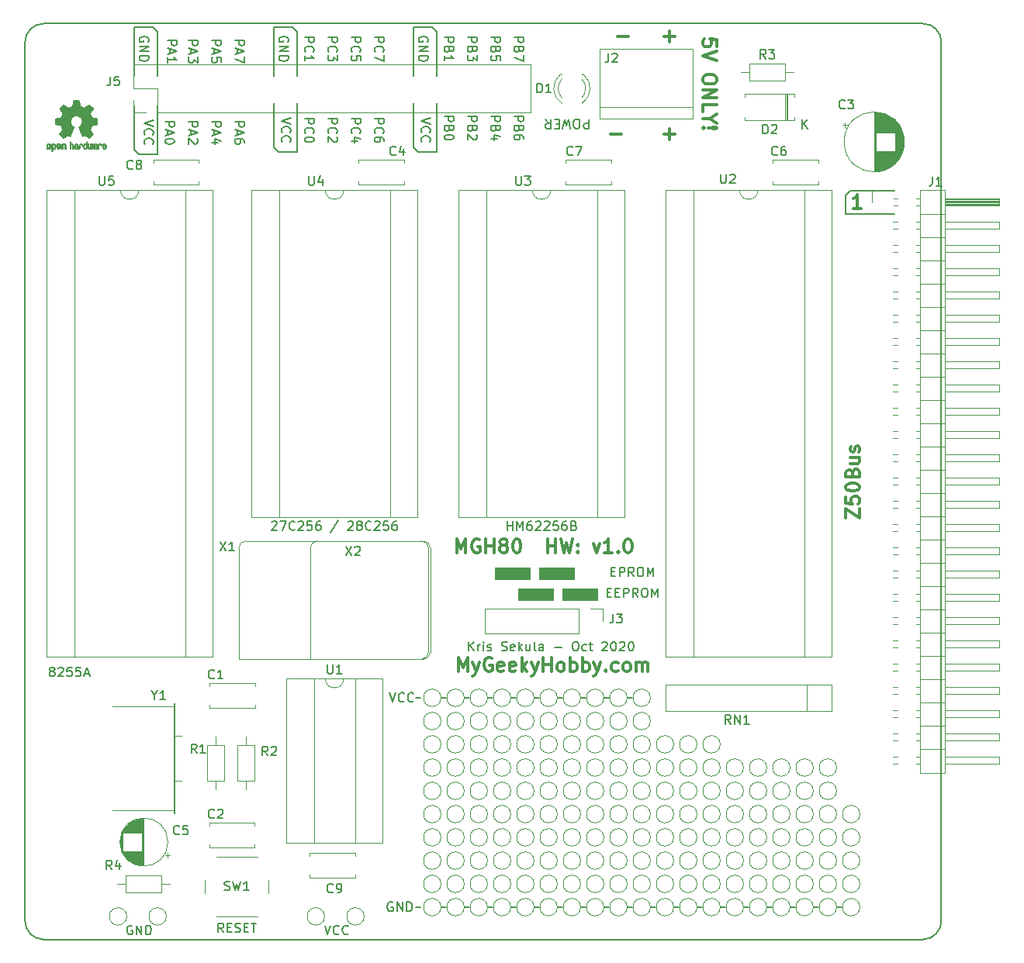
<source format=gbr>
%TF.GenerationSoftware,KiCad,Pcbnew,(5.1.5)-3*%
%TF.CreationDate,2020-10-20T23:15:22-07:00*%
%TF.ProjectId,mgh80,6d676838-302e-46b6-9963-61645f706362,rev?*%
%TF.SameCoordinates,Original*%
%TF.FileFunction,Legend,Top*%
%TF.FilePolarity,Positive*%
%FSLAX46Y46*%
G04 Gerber Fmt 4.6, Leading zero omitted, Abs format (unit mm)*
G04 Created by KiCad (PCBNEW (5.1.5)-3) date 2020-10-20 23:15:22*
%MOMM*%
%LPD*%
G04 APERTURE LIST*
%ADD10C,0.150000*%
%ADD11C,0.200000*%
%ADD12C,0.177800*%
%ADD13C,0.304800*%
%ADD14C,0.100000*%
%ADD15C,0.300000*%
%ADD16C,0.010000*%
%ADD17C,0.120000*%
G04 APERTURE END LIST*
D10*
X132501809Y-109672380D02*
X132501809Y-108672380D01*
X133073238Y-109672380D02*
X132644666Y-109100952D01*
X133073238Y-108672380D02*
X132501809Y-109243809D01*
X133501809Y-109672380D02*
X133501809Y-109005714D01*
X133501809Y-109196190D02*
X133549428Y-109100952D01*
X133597047Y-109053333D01*
X133692285Y-109005714D01*
X133787523Y-109005714D01*
X134120857Y-109672380D02*
X134120857Y-109005714D01*
X134120857Y-108672380D02*
X134073238Y-108720000D01*
X134120857Y-108767619D01*
X134168476Y-108720000D01*
X134120857Y-108672380D01*
X134120857Y-108767619D01*
X134549428Y-109624761D02*
X134644666Y-109672380D01*
X134835142Y-109672380D01*
X134930380Y-109624761D01*
X134978000Y-109529523D01*
X134978000Y-109481904D01*
X134930380Y-109386666D01*
X134835142Y-109339047D01*
X134692285Y-109339047D01*
X134597047Y-109291428D01*
X134549428Y-109196190D01*
X134549428Y-109148571D01*
X134597047Y-109053333D01*
X134692285Y-109005714D01*
X134835142Y-109005714D01*
X134930380Y-109053333D01*
X136120857Y-109624761D02*
X136263714Y-109672380D01*
X136501809Y-109672380D01*
X136597047Y-109624761D01*
X136644666Y-109577142D01*
X136692285Y-109481904D01*
X136692285Y-109386666D01*
X136644666Y-109291428D01*
X136597047Y-109243809D01*
X136501809Y-109196190D01*
X136311333Y-109148571D01*
X136216095Y-109100952D01*
X136168476Y-109053333D01*
X136120857Y-108958095D01*
X136120857Y-108862857D01*
X136168476Y-108767619D01*
X136216095Y-108720000D01*
X136311333Y-108672380D01*
X136549428Y-108672380D01*
X136692285Y-108720000D01*
X137501809Y-109624761D02*
X137406571Y-109672380D01*
X137216095Y-109672380D01*
X137120857Y-109624761D01*
X137073238Y-109529523D01*
X137073238Y-109148571D01*
X137120857Y-109053333D01*
X137216095Y-109005714D01*
X137406571Y-109005714D01*
X137501809Y-109053333D01*
X137549428Y-109148571D01*
X137549428Y-109243809D01*
X137073238Y-109339047D01*
X137978000Y-109672380D02*
X137978000Y-108672380D01*
X138073238Y-109291428D02*
X138358952Y-109672380D01*
X138358952Y-109005714D02*
X137978000Y-109386666D01*
X139216095Y-109005714D02*
X139216095Y-109672380D01*
X138787523Y-109005714D02*
X138787523Y-109529523D01*
X138835142Y-109624761D01*
X138930380Y-109672380D01*
X139073238Y-109672380D01*
X139168476Y-109624761D01*
X139216095Y-109577142D01*
X139835142Y-109672380D02*
X139739904Y-109624761D01*
X139692285Y-109529523D01*
X139692285Y-108672380D01*
X140644666Y-109672380D02*
X140644666Y-109148571D01*
X140597047Y-109053333D01*
X140501809Y-109005714D01*
X140311333Y-109005714D01*
X140216095Y-109053333D01*
X140644666Y-109624761D02*
X140549428Y-109672380D01*
X140311333Y-109672380D01*
X140216095Y-109624761D01*
X140168476Y-109529523D01*
X140168476Y-109434285D01*
X140216095Y-109339047D01*
X140311333Y-109291428D01*
X140549428Y-109291428D01*
X140644666Y-109243809D01*
X141882761Y-109291428D02*
X142644666Y-109291428D01*
X144073238Y-108672380D02*
X144263714Y-108672380D01*
X144358952Y-108720000D01*
X144454190Y-108815238D01*
X144501809Y-109005714D01*
X144501809Y-109339047D01*
X144454190Y-109529523D01*
X144358952Y-109624761D01*
X144263714Y-109672380D01*
X144073238Y-109672380D01*
X143978000Y-109624761D01*
X143882761Y-109529523D01*
X143835142Y-109339047D01*
X143835142Y-109005714D01*
X143882761Y-108815238D01*
X143978000Y-108720000D01*
X144073238Y-108672380D01*
X145358952Y-109624761D02*
X145263714Y-109672380D01*
X145073238Y-109672380D01*
X144978000Y-109624761D01*
X144930380Y-109577142D01*
X144882761Y-109481904D01*
X144882761Y-109196190D01*
X144930380Y-109100952D01*
X144978000Y-109053333D01*
X145073238Y-109005714D01*
X145263714Y-109005714D01*
X145358952Y-109053333D01*
X145644666Y-109005714D02*
X146025619Y-109005714D01*
X145787523Y-108672380D02*
X145787523Y-109529523D01*
X145835142Y-109624761D01*
X145930380Y-109672380D01*
X146025619Y-109672380D01*
X147073238Y-108767619D02*
X147120857Y-108720000D01*
X147216095Y-108672380D01*
X147454190Y-108672380D01*
X147549428Y-108720000D01*
X147597047Y-108767619D01*
X147644666Y-108862857D01*
X147644666Y-108958095D01*
X147597047Y-109100952D01*
X147025619Y-109672380D01*
X147644666Y-109672380D01*
X148263714Y-108672380D02*
X148358952Y-108672380D01*
X148454190Y-108720000D01*
X148501809Y-108767619D01*
X148549428Y-108862857D01*
X148597047Y-109053333D01*
X148597047Y-109291428D01*
X148549428Y-109481904D01*
X148501809Y-109577142D01*
X148454190Y-109624761D01*
X148358952Y-109672380D01*
X148263714Y-109672380D01*
X148168476Y-109624761D01*
X148120857Y-109577142D01*
X148073238Y-109481904D01*
X148025619Y-109291428D01*
X148025619Y-109053333D01*
X148073238Y-108862857D01*
X148120857Y-108767619D01*
X148168476Y-108720000D01*
X148263714Y-108672380D01*
X148978000Y-108767619D02*
X149025619Y-108720000D01*
X149120857Y-108672380D01*
X149358952Y-108672380D01*
X149454190Y-108720000D01*
X149501809Y-108767619D01*
X149549428Y-108862857D01*
X149549428Y-108958095D01*
X149501809Y-109100952D01*
X148930380Y-109672380D01*
X149549428Y-109672380D01*
X150168476Y-108672380D02*
X150263714Y-108672380D01*
X150358952Y-108720000D01*
X150406571Y-108767619D01*
X150454190Y-108862857D01*
X150501809Y-109053333D01*
X150501809Y-109291428D01*
X150454190Y-109481904D01*
X150406571Y-109577142D01*
X150358952Y-109624761D01*
X150263714Y-109672380D01*
X150168476Y-109672380D01*
X150073238Y-109624761D01*
X150025619Y-109577142D01*
X149978000Y-109481904D01*
X149930380Y-109291428D01*
X149930380Y-109053333D01*
X149978000Y-108862857D01*
X150025619Y-108767619D01*
X150073238Y-108720000D01*
X150168476Y-108672380D01*
D11*
X173228000Y-137668000D02*
X172720000Y-137668000D01*
X170688000Y-137668000D02*
X170180000Y-137668000D01*
X168148000Y-137668000D02*
X167640000Y-137668000D01*
X165608000Y-137668000D02*
X165100000Y-137668000D01*
X163068000Y-137668000D02*
X162560000Y-137668000D01*
X160528000Y-137668000D02*
X160020000Y-137668000D01*
X157988000Y-137668000D02*
X157480000Y-137668000D01*
X155448000Y-137668000D02*
X154940000Y-137668000D01*
X152908000Y-137668000D02*
X152400000Y-137668000D01*
X150368000Y-137668000D02*
X149860000Y-137668000D01*
X147828000Y-137668000D02*
X147320000Y-137668000D01*
X145288000Y-137668000D02*
X144780000Y-137668000D01*
X142748000Y-137668000D02*
X142240000Y-137668000D01*
X140208000Y-137668000D02*
X139700000Y-137668000D01*
X137668000Y-137668000D02*
X137160000Y-137668000D01*
X135128000Y-137668000D02*
X134620000Y-137668000D01*
X132588000Y-137668000D02*
X132080000Y-137668000D01*
X130048000Y-137668000D02*
X129540000Y-137668000D01*
X150368000Y-114808000D02*
X149860000Y-114808000D01*
X147254000Y-114808000D02*
X147894000Y-114808000D01*
X145288000Y-114808000D02*
X144780000Y-114808000D01*
X142748000Y-114808000D02*
X142240000Y-114808000D01*
X140208000Y-114808000D02*
X139700000Y-114808000D01*
X137668000Y-114808000D02*
X137160000Y-114808000D01*
X135128000Y-114808000D02*
X134620000Y-114808000D01*
X132588000Y-114808000D02*
X132080000Y-114808000D01*
X130048000Y-114808000D02*
X129540000Y-114808000D01*
X127254000Y-114808000D02*
X126746000Y-114808000D01*
D12*
X124193904Y-137160000D02*
X124097142Y-137111619D01*
X123952000Y-137111619D01*
X123806857Y-137160000D01*
X123710095Y-137256761D01*
X123661714Y-137353523D01*
X123613333Y-137547047D01*
X123613333Y-137692190D01*
X123661714Y-137885714D01*
X123710095Y-137982476D01*
X123806857Y-138079238D01*
X123952000Y-138127619D01*
X124048761Y-138127619D01*
X124193904Y-138079238D01*
X124242285Y-138030857D01*
X124242285Y-137692190D01*
X124048761Y-137692190D01*
X124677714Y-138127619D02*
X124677714Y-137111619D01*
X125258285Y-138127619D01*
X125258285Y-137111619D01*
X125742095Y-138127619D02*
X125742095Y-137111619D01*
X125984000Y-137111619D01*
X126129142Y-137160000D01*
X126225904Y-137256761D01*
X126274285Y-137353523D01*
X126322666Y-137547047D01*
X126322666Y-137692190D01*
X126274285Y-137885714D01*
X126225904Y-137982476D01*
X126129142Y-138079238D01*
X125984000Y-138127619D01*
X125742095Y-138127619D01*
D11*
X127254000Y-137668000D02*
X126746000Y-137668000D01*
D12*
X123867333Y-114251619D02*
X124206000Y-115267619D01*
X124544666Y-114251619D01*
X125463904Y-115170857D02*
X125415523Y-115219238D01*
X125270380Y-115267619D01*
X125173619Y-115267619D01*
X125028476Y-115219238D01*
X124931714Y-115122476D01*
X124883333Y-115025714D01*
X124834952Y-114832190D01*
X124834952Y-114687047D01*
X124883333Y-114493523D01*
X124931714Y-114396761D01*
X125028476Y-114300000D01*
X125173619Y-114251619D01*
X125270380Y-114251619D01*
X125415523Y-114300000D01*
X125463904Y-114348380D01*
X126479904Y-115170857D02*
X126431523Y-115219238D01*
X126286380Y-115267619D01*
X126189619Y-115267619D01*
X126044476Y-115219238D01*
X125947714Y-115122476D01*
X125899333Y-115025714D01*
X125850952Y-114832190D01*
X125850952Y-114687047D01*
X125899333Y-114493523D01*
X125947714Y-114396761D01*
X126044476Y-114300000D01*
X126189619Y-114251619D01*
X126286380Y-114251619D01*
X126431523Y-114300000D01*
X126479904Y-114348380D01*
D13*
X149170571Y-53231142D02*
X148009428Y-53231142D01*
X155012571Y-53231142D02*
X153851428Y-53231142D01*
X154432000Y-52650571D02*
X154432000Y-53811714D01*
D12*
X145602476Y-51610380D02*
X145602476Y-52626380D01*
X145215428Y-52626380D01*
X145118666Y-52578000D01*
X145070285Y-52529619D01*
X145021904Y-52432857D01*
X145021904Y-52287714D01*
X145070285Y-52190952D01*
X145118666Y-52142571D01*
X145215428Y-52094190D01*
X145602476Y-52094190D01*
X144392952Y-52626380D02*
X144199428Y-52626380D01*
X144102666Y-52578000D01*
X144005904Y-52481238D01*
X143957523Y-52287714D01*
X143957523Y-51949047D01*
X144005904Y-51755523D01*
X144102666Y-51658761D01*
X144199428Y-51610380D01*
X144392952Y-51610380D01*
X144489714Y-51658761D01*
X144586476Y-51755523D01*
X144634857Y-51949047D01*
X144634857Y-52287714D01*
X144586476Y-52481238D01*
X144489714Y-52578000D01*
X144392952Y-52626380D01*
X143618857Y-52626380D02*
X143376952Y-51610380D01*
X143183428Y-52336095D01*
X142989904Y-51610380D01*
X142748000Y-52626380D01*
X142360952Y-52142571D02*
X142022285Y-52142571D01*
X141877142Y-51610380D02*
X142360952Y-51610380D01*
X142360952Y-52626380D01*
X141877142Y-52626380D01*
X140861142Y-51610380D02*
X141199809Y-52094190D01*
X141441714Y-51610380D02*
X141441714Y-52626380D01*
X141054666Y-52626380D01*
X140957904Y-52578000D01*
X140909523Y-52529619D01*
X140861142Y-52432857D01*
X140861142Y-52287714D01*
X140909523Y-52190952D01*
X140957904Y-52142571D01*
X141054666Y-52094190D01*
X141441714Y-52094190D01*
D13*
X159584571Y-43651714D02*
X159584571Y-42926000D01*
X158858857Y-42853428D01*
X158931428Y-42926000D01*
X159004000Y-43071142D01*
X159004000Y-43434000D01*
X158931428Y-43579142D01*
X158858857Y-43651714D01*
X158713714Y-43724285D01*
X158350857Y-43724285D01*
X158205714Y-43651714D01*
X158133142Y-43579142D01*
X158060571Y-43434000D01*
X158060571Y-43071142D01*
X158133142Y-42926000D01*
X158205714Y-42853428D01*
X159584571Y-44159714D02*
X158060571Y-44667714D01*
X159584571Y-45175714D01*
X159584571Y-47135142D02*
X159584571Y-47425428D01*
X159512000Y-47570571D01*
X159366857Y-47715714D01*
X159076571Y-47788285D01*
X158568571Y-47788285D01*
X158278285Y-47715714D01*
X158133142Y-47570571D01*
X158060571Y-47425428D01*
X158060571Y-47135142D01*
X158133142Y-46990000D01*
X158278285Y-46844857D01*
X158568571Y-46772285D01*
X159076571Y-46772285D01*
X159366857Y-46844857D01*
X159512000Y-46990000D01*
X159584571Y-47135142D01*
X158060571Y-48441428D02*
X159584571Y-48441428D01*
X158060571Y-49312285D01*
X159584571Y-49312285D01*
X158060571Y-50763714D02*
X158060571Y-50038000D01*
X159584571Y-50038000D01*
X158786285Y-51562000D02*
X158060571Y-51562000D01*
X159584571Y-51054000D02*
X158786285Y-51562000D01*
X159584571Y-52070000D01*
X158205714Y-52578000D02*
X158133142Y-52650571D01*
X158060571Y-52578000D01*
X158133142Y-52505428D01*
X158205714Y-52578000D01*
X158060571Y-52578000D01*
X158641142Y-52578000D02*
X159512000Y-52505428D01*
X159584571Y-52578000D01*
X159512000Y-52650571D01*
X158641142Y-52578000D01*
X159584571Y-52578000D01*
X155012571Y-42563142D02*
X153851428Y-42563142D01*
X154432000Y-41982571D02*
X154432000Y-43143714D01*
X149932571Y-42563142D02*
X148771428Y-42563142D01*
D12*
X137462380Y-42684095D02*
X138478380Y-42684095D01*
X138478380Y-43071142D01*
X138430000Y-43167904D01*
X138381619Y-43216285D01*
X138284857Y-43264666D01*
X138139714Y-43264666D01*
X138042952Y-43216285D01*
X137994571Y-43167904D01*
X137946190Y-43071142D01*
X137946190Y-42684095D01*
X137994571Y-44038761D02*
X137946190Y-44183904D01*
X137897809Y-44232285D01*
X137801047Y-44280666D01*
X137655904Y-44280666D01*
X137559142Y-44232285D01*
X137510761Y-44183904D01*
X137462380Y-44087142D01*
X137462380Y-43700095D01*
X138478380Y-43700095D01*
X138478380Y-44038761D01*
X138430000Y-44135523D01*
X138381619Y-44183904D01*
X138284857Y-44232285D01*
X138188095Y-44232285D01*
X138091333Y-44183904D01*
X138042952Y-44135523D01*
X137994571Y-44038761D01*
X137994571Y-43700095D01*
X138478380Y-44619333D02*
X138478380Y-45296666D01*
X137462380Y-44861238D01*
X134922380Y-42684095D02*
X135938380Y-42684095D01*
X135938380Y-43071142D01*
X135890000Y-43167904D01*
X135841619Y-43216285D01*
X135744857Y-43264666D01*
X135599714Y-43264666D01*
X135502952Y-43216285D01*
X135454571Y-43167904D01*
X135406190Y-43071142D01*
X135406190Y-42684095D01*
X135454571Y-44038761D02*
X135406190Y-44183904D01*
X135357809Y-44232285D01*
X135261047Y-44280666D01*
X135115904Y-44280666D01*
X135019142Y-44232285D01*
X134970761Y-44183904D01*
X134922380Y-44087142D01*
X134922380Y-43700095D01*
X135938380Y-43700095D01*
X135938380Y-44038761D01*
X135890000Y-44135523D01*
X135841619Y-44183904D01*
X135744857Y-44232285D01*
X135648095Y-44232285D01*
X135551333Y-44183904D01*
X135502952Y-44135523D01*
X135454571Y-44038761D01*
X135454571Y-43700095D01*
X135938380Y-45199904D02*
X135938380Y-44716095D01*
X135454571Y-44667714D01*
X135502952Y-44716095D01*
X135551333Y-44812857D01*
X135551333Y-45054761D01*
X135502952Y-45151523D01*
X135454571Y-45199904D01*
X135357809Y-45248285D01*
X135115904Y-45248285D01*
X135019142Y-45199904D01*
X134970761Y-45151523D01*
X134922380Y-45054761D01*
X134922380Y-44812857D01*
X134970761Y-44716095D01*
X135019142Y-44667714D01*
X132382380Y-42684095D02*
X133398380Y-42684095D01*
X133398380Y-43071142D01*
X133350000Y-43167904D01*
X133301619Y-43216285D01*
X133204857Y-43264666D01*
X133059714Y-43264666D01*
X132962952Y-43216285D01*
X132914571Y-43167904D01*
X132866190Y-43071142D01*
X132866190Y-42684095D01*
X132914571Y-44038761D02*
X132866190Y-44183904D01*
X132817809Y-44232285D01*
X132721047Y-44280666D01*
X132575904Y-44280666D01*
X132479142Y-44232285D01*
X132430761Y-44183904D01*
X132382380Y-44087142D01*
X132382380Y-43700095D01*
X133398380Y-43700095D01*
X133398380Y-44038761D01*
X133350000Y-44135523D01*
X133301619Y-44183904D01*
X133204857Y-44232285D01*
X133108095Y-44232285D01*
X133011333Y-44183904D01*
X132962952Y-44135523D01*
X132914571Y-44038761D01*
X132914571Y-43700095D01*
X133398380Y-44619333D02*
X133398380Y-45248285D01*
X133011333Y-44909619D01*
X133011333Y-45054761D01*
X132962952Y-45151523D01*
X132914571Y-45199904D01*
X132817809Y-45248285D01*
X132575904Y-45248285D01*
X132479142Y-45199904D01*
X132430761Y-45151523D01*
X132382380Y-45054761D01*
X132382380Y-44764476D01*
X132430761Y-44667714D01*
X132479142Y-44619333D01*
X129842380Y-42684095D02*
X130858380Y-42684095D01*
X130858380Y-43071142D01*
X130810000Y-43167904D01*
X130761619Y-43216285D01*
X130664857Y-43264666D01*
X130519714Y-43264666D01*
X130422952Y-43216285D01*
X130374571Y-43167904D01*
X130326190Y-43071142D01*
X130326190Y-42684095D01*
X130374571Y-44038761D02*
X130326190Y-44183904D01*
X130277809Y-44232285D01*
X130181047Y-44280666D01*
X130035904Y-44280666D01*
X129939142Y-44232285D01*
X129890761Y-44183904D01*
X129842380Y-44087142D01*
X129842380Y-43700095D01*
X130858380Y-43700095D01*
X130858380Y-44038761D01*
X130810000Y-44135523D01*
X130761619Y-44183904D01*
X130664857Y-44232285D01*
X130568095Y-44232285D01*
X130471333Y-44183904D01*
X130422952Y-44135523D01*
X130374571Y-44038761D01*
X130374571Y-43700095D01*
X129842380Y-45248285D02*
X129842380Y-44667714D01*
X129842380Y-44958000D02*
X130858380Y-44958000D01*
X130713238Y-44861238D01*
X130616476Y-44764476D01*
X130568095Y-44667714D01*
X137462380Y-51320095D02*
X138478380Y-51320095D01*
X138478380Y-51707142D01*
X138430000Y-51803904D01*
X138381619Y-51852285D01*
X138284857Y-51900666D01*
X138139714Y-51900666D01*
X138042952Y-51852285D01*
X137994571Y-51803904D01*
X137946190Y-51707142D01*
X137946190Y-51320095D01*
X137994571Y-52674761D02*
X137946190Y-52819904D01*
X137897809Y-52868285D01*
X137801047Y-52916666D01*
X137655904Y-52916666D01*
X137559142Y-52868285D01*
X137510761Y-52819904D01*
X137462380Y-52723142D01*
X137462380Y-52336095D01*
X138478380Y-52336095D01*
X138478380Y-52674761D01*
X138430000Y-52771523D01*
X138381619Y-52819904D01*
X138284857Y-52868285D01*
X138188095Y-52868285D01*
X138091333Y-52819904D01*
X138042952Y-52771523D01*
X137994571Y-52674761D01*
X137994571Y-52336095D01*
X138478380Y-53787523D02*
X138478380Y-53594000D01*
X138430000Y-53497238D01*
X138381619Y-53448857D01*
X138236476Y-53352095D01*
X138042952Y-53303714D01*
X137655904Y-53303714D01*
X137559142Y-53352095D01*
X137510761Y-53400476D01*
X137462380Y-53497238D01*
X137462380Y-53690761D01*
X137510761Y-53787523D01*
X137559142Y-53835904D01*
X137655904Y-53884285D01*
X137897809Y-53884285D01*
X137994571Y-53835904D01*
X138042952Y-53787523D01*
X138091333Y-53690761D01*
X138091333Y-53497238D01*
X138042952Y-53400476D01*
X137994571Y-53352095D01*
X137897809Y-53303714D01*
X134922380Y-51320095D02*
X135938380Y-51320095D01*
X135938380Y-51707142D01*
X135890000Y-51803904D01*
X135841619Y-51852285D01*
X135744857Y-51900666D01*
X135599714Y-51900666D01*
X135502952Y-51852285D01*
X135454571Y-51803904D01*
X135406190Y-51707142D01*
X135406190Y-51320095D01*
X135454571Y-52674761D02*
X135406190Y-52819904D01*
X135357809Y-52868285D01*
X135261047Y-52916666D01*
X135115904Y-52916666D01*
X135019142Y-52868285D01*
X134970761Y-52819904D01*
X134922380Y-52723142D01*
X134922380Y-52336095D01*
X135938380Y-52336095D01*
X135938380Y-52674761D01*
X135890000Y-52771523D01*
X135841619Y-52819904D01*
X135744857Y-52868285D01*
X135648095Y-52868285D01*
X135551333Y-52819904D01*
X135502952Y-52771523D01*
X135454571Y-52674761D01*
X135454571Y-52336095D01*
X135599714Y-53787523D02*
X134922380Y-53787523D01*
X135986761Y-53545619D02*
X135261047Y-53303714D01*
X135261047Y-53932666D01*
X132382380Y-51320095D02*
X133398380Y-51320095D01*
X133398380Y-51707142D01*
X133350000Y-51803904D01*
X133301619Y-51852285D01*
X133204857Y-51900666D01*
X133059714Y-51900666D01*
X132962952Y-51852285D01*
X132914571Y-51803904D01*
X132866190Y-51707142D01*
X132866190Y-51320095D01*
X132914571Y-52674761D02*
X132866190Y-52819904D01*
X132817809Y-52868285D01*
X132721047Y-52916666D01*
X132575904Y-52916666D01*
X132479142Y-52868285D01*
X132430761Y-52819904D01*
X132382380Y-52723142D01*
X132382380Y-52336095D01*
X133398380Y-52336095D01*
X133398380Y-52674761D01*
X133350000Y-52771523D01*
X133301619Y-52819904D01*
X133204857Y-52868285D01*
X133108095Y-52868285D01*
X133011333Y-52819904D01*
X132962952Y-52771523D01*
X132914571Y-52674761D01*
X132914571Y-52336095D01*
X133301619Y-53303714D02*
X133350000Y-53352095D01*
X133398380Y-53448857D01*
X133398380Y-53690761D01*
X133350000Y-53787523D01*
X133301619Y-53835904D01*
X133204857Y-53884285D01*
X133108095Y-53884285D01*
X132962952Y-53835904D01*
X132382380Y-53255333D01*
X132382380Y-53884285D01*
X129842380Y-51320095D02*
X130858380Y-51320095D01*
X130858380Y-51707142D01*
X130810000Y-51803904D01*
X130761619Y-51852285D01*
X130664857Y-51900666D01*
X130519714Y-51900666D01*
X130422952Y-51852285D01*
X130374571Y-51803904D01*
X130326190Y-51707142D01*
X130326190Y-51320095D01*
X130374571Y-52674761D02*
X130326190Y-52819904D01*
X130277809Y-52868285D01*
X130181047Y-52916666D01*
X130035904Y-52916666D01*
X129939142Y-52868285D01*
X129890761Y-52819904D01*
X129842380Y-52723142D01*
X129842380Y-52336095D01*
X130858380Y-52336095D01*
X130858380Y-52674761D01*
X130810000Y-52771523D01*
X130761619Y-52819904D01*
X130664857Y-52868285D01*
X130568095Y-52868285D01*
X130471333Y-52819904D01*
X130422952Y-52771523D01*
X130374571Y-52674761D01*
X130374571Y-52336095D01*
X130858380Y-53545619D02*
X130858380Y-53642380D01*
X130810000Y-53739142D01*
X130761619Y-53787523D01*
X130664857Y-53835904D01*
X130471333Y-53884285D01*
X130229428Y-53884285D01*
X130035904Y-53835904D01*
X129939142Y-53787523D01*
X129890761Y-53739142D01*
X129842380Y-53642380D01*
X129842380Y-53545619D01*
X129890761Y-53448857D01*
X129939142Y-53400476D01*
X130035904Y-53352095D01*
X130229428Y-53303714D01*
X130471333Y-53303714D01*
X130664857Y-53352095D01*
X130761619Y-53400476D01*
X130810000Y-53448857D01*
X130858380Y-53545619D01*
X122222380Y-42684095D02*
X123238380Y-42684095D01*
X123238380Y-43071142D01*
X123190000Y-43167904D01*
X123141619Y-43216285D01*
X123044857Y-43264666D01*
X122899714Y-43264666D01*
X122802952Y-43216285D01*
X122754571Y-43167904D01*
X122706190Y-43071142D01*
X122706190Y-42684095D01*
X122319142Y-44280666D02*
X122270761Y-44232285D01*
X122222380Y-44087142D01*
X122222380Y-43990380D01*
X122270761Y-43845238D01*
X122367523Y-43748476D01*
X122464285Y-43700095D01*
X122657809Y-43651714D01*
X122802952Y-43651714D01*
X122996476Y-43700095D01*
X123093238Y-43748476D01*
X123190000Y-43845238D01*
X123238380Y-43990380D01*
X123238380Y-44087142D01*
X123190000Y-44232285D01*
X123141619Y-44280666D01*
X123238380Y-44619333D02*
X123238380Y-45296666D01*
X122222380Y-44861238D01*
X119682380Y-42684095D02*
X120698380Y-42684095D01*
X120698380Y-43071142D01*
X120650000Y-43167904D01*
X120601619Y-43216285D01*
X120504857Y-43264666D01*
X120359714Y-43264666D01*
X120262952Y-43216285D01*
X120214571Y-43167904D01*
X120166190Y-43071142D01*
X120166190Y-42684095D01*
X119779142Y-44280666D02*
X119730761Y-44232285D01*
X119682380Y-44087142D01*
X119682380Y-43990380D01*
X119730761Y-43845238D01*
X119827523Y-43748476D01*
X119924285Y-43700095D01*
X120117809Y-43651714D01*
X120262952Y-43651714D01*
X120456476Y-43700095D01*
X120553238Y-43748476D01*
X120650000Y-43845238D01*
X120698380Y-43990380D01*
X120698380Y-44087142D01*
X120650000Y-44232285D01*
X120601619Y-44280666D01*
X120698380Y-45199904D02*
X120698380Y-44716095D01*
X120214571Y-44667714D01*
X120262952Y-44716095D01*
X120311333Y-44812857D01*
X120311333Y-45054761D01*
X120262952Y-45151523D01*
X120214571Y-45199904D01*
X120117809Y-45248285D01*
X119875904Y-45248285D01*
X119779142Y-45199904D01*
X119730761Y-45151523D01*
X119682380Y-45054761D01*
X119682380Y-44812857D01*
X119730761Y-44716095D01*
X119779142Y-44667714D01*
X117142380Y-42684095D02*
X118158380Y-42684095D01*
X118158380Y-43071142D01*
X118110000Y-43167904D01*
X118061619Y-43216285D01*
X117964857Y-43264666D01*
X117819714Y-43264666D01*
X117722952Y-43216285D01*
X117674571Y-43167904D01*
X117626190Y-43071142D01*
X117626190Y-42684095D01*
X117239142Y-44280666D02*
X117190761Y-44232285D01*
X117142380Y-44087142D01*
X117142380Y-43990380D01*
X117190761Y-43845238D01*
X117287523Y-43748476D01*
X117384285Y-43700095D01*
X117577809Y-43651714D01*
X117722952Y-43651714D01*
X117916476Y-43700095D01*
X118013238Y-43748476D01*
X118110000Y-43845238D01*
X118158380Y-43990380D01*
X118158380Y-44087142D01*
X118110000Y-44232285D01*
X118061619Y-44280666D01*
X118158380Y-44619333D02*
X118158380Y-45248285D01*
X117771333Y-44909619D01*
X117771333Y-45054761D01*
X117722952Y-45151523D01*
X117674571Y-45199904D01*
X117577809Y-45248285D01*
X117335904Y-45248285D01*
X117239142Y-45199904D01*
X117190761Y-45151523D01*
X117142380Y-45054761D01*
X117142380Y-44764476D01*
X117190761Y-44667714D01*
X117239142Y-44619333D01*
X114602380Y-42684095D02*
X115618380Y-42684095D01*
X115618380Y-43071142D01*
X115570000Y-43167904D01*
X115521619Y-43216285D01*
X115424857Y-43264666D01*
X115279714Y-43264666D01*
X115182952Y-43216285D01*
X115134571Y-43167904D01*
X115086190Y-43071142D01*
X115086190Y-42684095D01*
X114699142Y-44280666D02*
X114650761Y-44232285D01*
X114602380Y-44087142D01*
X114602380Y-43990380D01*
X114650761Y-43845238D01*
X114747523Y-43748476D01*
X114844285Y-43700095D01*
X115037809Y-43651714D01*
X115182952Y-43651714D01*
X115376476Y-43700095D01*
X115473238Y-43748476D01*
X115570000Y-43845238D01*
X115618380Y-43990380D01*
X115618380Y-44087142D01*
X115570000Y-44232285D01*
X115521619Y-44280666D01*
X114602380Y-45248285D02*
X114602380Y-44667714D01*
X114602380Y-44958000D02*
X115618380Y-44958000D01*
X115473238Y-44861238D01*
X115376476Y-44764476D01*
X115328095Y-44667714D01*
X122222380Y-51574095D02*
X123238380Y-51574095D01*
X123238380Y-51961142D01*
X123190000Y-52057904D01*
X123141619Y-52106285D01*
X123044857Y-52154666D01*
X122899714Y-52154666D01*
X122802952Y-52106285D01*
X122754571Y-52057904D01*
X122706190Y-51961142D01*
X122706190Y-51574095D01*
X122319142Y-53170666D02*
X122270761Y-53122285D01*
X122222380Y-52977142D01*
X122222380Y-52880380D01*
X122270761Y-52735238D01*
X122367523Y-52638476D01*
X122464285Y-52590095D01*
X122657809Y-52541714D01*
X122802952Y-52541714D01*
X122996476Y-52590095D01*
X123093238Y-52638476D01*
X123190000Y-52735238D01*
X123238380Y-52880380D01*
X123238380Y-52977142D01*
X123190000Y-53122285D01*
X123141619Y-53170666D01*
X123238380Y-54041523D02*
X123238380Y-53848000D01*
X123190000Y-53751238D01*
X123141619Y-53702857D01*
X122996476Y-53606095D01*
X122802952Y-53557714D01*
X122415904Y-53557714D01*
X122319142Y-53606095D01*
X122270761Y-53654476D01*
X122222380Y-53751238D01*
X122222380Y-53944761D01*
X122270761Y-54041523D01*
X122319142Y-54089904D01*
X122415904Y-54138285D01*
X122657809Y-54138285D01*
X122754571Y-54089904D01*
X122802952Y-54041523D01*
X122851333Y-53944761D01*
X122851333Y-53751238D01*
X122802952Y-53654476D01*
X122754571Y-53606095D01*
X122657809Y-53557714D01*
X119682380Y-51574095D02*
X120698380Y-51574095D01*
X120698380Y-51961142D01*
X120650000Y-52057904D01*
X120601619Y-52106285D01*
X120504857Y-52154666D01*
X120359714Y-52154666D01*
X120262952Y-52106285D01*
X120214571Y-52057904D01*
X120166190Y-51961142D01*
X120166190Y-51574095D01*
X119779142Y-53170666D02*
X119730761Y-53122285D01*
X119682380Y-52977142D01*
X119682380Y-52880380D01*
X119730761Y-52735238D01*
X119827523Y-52638476D01*
X119924285Y-52590095D01*
X120117809Y-52541714D01*
X120262952Y-52541714D01*
X120456476Y-52590095D01*
X120553238Y-52638476D01*
X120650000Y-52735238D01*
X120698380Y-52880380D01*
X120698380Y-52977142D01*
X120650000Y-53122285D01*
X120601619Y-53170666D01*
X120359714Y-54041523D02*
X119682380Y-54041523D01*
X120746761Y-53799619D02*
X120021047Y-53557714D01*
X120021047Y-54186666D01*
X114602380Y-51574095D02*
X115618380Y-51574095D01*
X115618380Y-51961142D01*
X115570000Y-52057904D01*
X115521619Y-52106285D01*
X115424857Y-52154666D01*
X115279714Y-52154666D01*
X115182952Y-52106285D01*
X115134571Y-52057904D01*
X115086190Y-51961142D01*
X115086190Y-51574095D01*
X114699142Y-53170666D02*
X114650761Y-53122285D01*
X114602380Y-52977142D01*
X114602380Y-52880380D01*
X114650761Y-52735238D01*
X114747523Y-52638476D01*
X114844285Y-52590095D01*
X115037809Y-52541714D01*
X115182952Y-52541714D01*
X115376476Y-52590095D01*
X115473238Y-52638476D01*
X115570000Y-52735238D01*
X115618380Y-52880380D01*
X115618380Y-52977142D01*
X115570000Y-53122285D01*
X115521619Y-53170666D01*
X115618380Y-53799619D02*
X115618380Y-53896380D01*
X115570000Y-53993142D01*
X115521619Y-54041523D01*
X115424857Y-54089904D01*
X115231333Y-54138285D01*
X114989428Y-54138285D01*
X114795904Y-54089904D01*
X114699142Y-54041523D01*
X114650761Y-53993142D01*
X114602380Y-53896380D01*
X114602380Y-53799619D01*
X114650761Y-53702857D01*
X114699142Y-53654476D01*
X114795904Y-53606095D01*
X114989428Y-53557714D01*
X115231333Y-53557714D01*
X115424857Y-53606095D01*
X115521619Y-53654476D01*
X115570000Y-53702857D01*
X115618380Y-53799619D01*
X117142380Y-51574095D02*
X118158380Y-51574095D01*
X118158380Y-51961142D01*
X118110000Y-52057904D01*
X118061619Y-52106285D01*
X117964857Y-52154666D01*
X117819714Y-52154666D01*
X117722952Y-52106285D01*
X117674571Y-52057904D01*
X117626190Y-51961142D01*
X117626190Y-51574095D01*
X117239142Y-53170666D02*
X117190761Y-53122285D01*
X117142380Y-52977142D01*
X117142380Y-52880380D01*
X117190761Y-52735238D01*
X117287523Y-52638476D01*
X117384285Y-52590095D01*
X117577809Y-52541714D01*
X117722952Y-52541714D01*
X117916476Y-52590095D01*
X118013238Y-52638476D01*
X118110000Y-52735238D01*
X118158380Y-52880380D01*
X118158380Y-52977142D01*
X118110000Y-53122285D01*
X118061619Y-53170666D01*
X118061619Y-53557714D02*
X118110000Y-53606095D01*
X118158380Y-53702857D01*
X118158380Y-53944761D01*
X118110000Y-54041523D01*
X118061619Y-54089904D01*
X117964857Y-54138285D01*
X117868095Y-54138285D01*
X117722952Y-54089904D01*
X117142380Y-53509333D01*
X117142380Y-54138285D01*
X106982380Y-51900666D02*
X107998380Y-51900666D01*
X107998380Y-52287714D01*
X107950000Y-52384476D01*
X107901619Y-52432857D01*
X107804857Y-52481238D01*
X107659714Y-52481238D01*
X107562952Y-52432857D01*
X107514571Y-52384476D01*
X107466190Y-52287714D01*
X107466190Y-51900666D01*
X107272666Y-52868285D02*
X107272666Y-53352095D01*
X106982380Y-52771523D02*
X107998380Y-53110190D01*
X106982380Y-53448857D01*
X107998380Y-54222952D02*
X107998380Y-54029428D01*
X107950000Y-53932666D01*
X107901619Y-53884285D01*
X107756476Y-53787523D01*
X107562952Y-53739142D01*
X107175904Y-53739142D01*
X107079142Y-53787523D01*
X107030761Y-53835904D01*
X106982380Y-53932666D01*
X106982380Y-54126190D01*
X107030761Y-54222952D01*
X107079142Y-54271333D01*
X107175904Y-54319714D01*
X107417809Y-54319714D01*
X107514571Y-54271333D01*
X107562952Y-54222952D01*
X107611333Y-54126190D01*
X107611333Y-53932666D01*
X107562952Y-53835904D01*
X107514571Y-53787523D01*
X107417809Y-53739142D01*
X104442380Y-51900666D02*
X105458380Y-51900666D01*
X105458380Y-52287714D01*
X105410000Y-52384476D01*
X105361619Y-52432857D01*
X105264857Y-52481238D01*
X105119714Y-52481238D01*
X105022952Y-52432857D01*
X104974571Y-52384476D01*
X104926190Y-52287714D01*
X104926190Y-51900666D01*
X104732666Y-52868285D02*
X104732666Y-53352095D01*
X104442380Y-52771523D02*
X105458380Y-53110190D01*
X104442380Y-53448857D01*
X105119714Y-54222952D02*
X104442380Y-54222952D01*
X105506761Y-53981047D02*
X104781047Y-53739142D01*
X104781047Y-54368095D01*
X101902380Y-51900666D02*
X102918380Y-51900666D01*
X102918380Y-52287714D01*
X102870000Y-52384476D01*
X102821619Y-52432857D01*
X102724857Y-52481238D01*
X102579714Y-52481238D01*
X102482952Y-52432857D01*
X102434571Y-52384476D01*
X102386190Y-52287714D01*
X102386190Y-51900666D01*
X102192666Y-52868285D02*
X102192666Y-53352095D01*
X101902380Y-52771523D02*
X102918380Y-53110190D01*
X101902380Y-53448857D01*
X102821619Y-53739142D02*
X102870000Y-53787523D01*
X102918380Y-53884285D01*
X102918380Y-54126190D01*
X102870000Y-54222952D01*
X102821619Y-54271333D01*
X102724857Y-54319714D01*
X102628095Y-54319714D01*
X102482952Y-54271333D01*
X101902380Y-53690761D01*
X101902380Y-54319714D01*
X99616380Y-43010666D02*
X100632380Y-43010666D01*
X100632380Y-43397714D01*
X100584000Y-43494476D01*
X100535619Y-43542857D01*
X100438857Y-43591238D01*
X100293714Y-43591238D01*
X100196952Y-43542857D01*
X100148571Y-43494476D01*
X100100190Y-43397714D01*
X100100190Y-43010666D01*
X99906666Y-43978285D02*
X99906666Y-44462095D01*
X99616380Y-43881523D02*
X100632380Y-44220190D01*
X99616380Y-44558857D01*
X99616380Y-45429714D02*
X99616380Y-44849142D01*
X99616380Y-45139428D02*
X100632380Y-45139428D01*
X100487238Y-45042666D01*
X100390476Y-44945904D01*
X100342095Y-44849142D01*
X101902380Y-43010666D02*
X102918380Y-43010666D01*
X102918380Y-43397714D01*
X102870000Y-43494476D01*
X102821619Y-43542857D01*
X102724857Y-43591238D01*
X102579714Y-43591238D01*
X102482952Y-43542857D01*
X102434571Y-43494476D01*
X102386190Y-43397714D01*
X102386190Y-43010666D01*
X102192666Y-43978285D02*
X102192666Y-44462095D01*
X101902380Y-43881523D02*
X102918380Y-44220190D01*
X101902380Y-44558857D01*
X102918380Y-44800761D02*
X102918380Y-45429714D01*
X102531333Y-45091047D01*
X102531333Y-45236190D01*
X102482952Y-45332952D01*
X102434571Y-45381333D01*
X102337809Y-45429714D01*
X102095904Y-45429714D01*
X101999142Y-45381333D01*
X101950761Y-45332952D01*
X101902380Y-45236190D01*
X101902380Y-44945904D01*
X101950761Y-44849142D01*
X101999142Y-44800761D01*
X104442380Y-43010666D02*
X105458380Y-43010666D01*
X105458380Y-43397714D01*
X105410000Y-43494476D01*
X105361619Y-43542857D01*
X105264857Y-43591238D01*
X105119714Y-43591238D01*
X105022952Y-43542857D01*
X104974571Y-43494476D01*
X104926190Y-43397714D01*
X104926190Y-43010666D01*
X104732666Y-43978285D02*
X104732666Y-44462095D01*
X104442380Y-43881523D02*
X105458380Y-44220190D01*
X104442380Y-44558857D01*
X105458380Y-45381333D02*
X105458380Y-44897523D01*
X104974571Y-44849142D01*
X105022952Y-44897523D01*
X105071333Y-44994285D01*
X105071333Y-45236190D01*
X105022952Y-45332952D01*
X104974571Y-45381333D01*
X104877809Y-45429714D01*
X104635904Y-45429714D01*
X104539142Y-45381333D01*
X104490761Y-45332952D01*
X104442380Y-45236190D01*
X104442380Y-44994285D01*
X104490761Y-44897523D01*
X104539142Y-44849142D01*
X106982380Y-43010666D02*
X107998380Y-43010666D01*
X107998380Y-43397714D01*
X107950000Y-43494476D01*
X107901619Y-43542857D01*
X107804857Y-43591238D01*
X107659714Y-43591238D01*
X107562952Y-43542857D01*
X107514571Y-43494476D01*
X107466190Y-43397714D01*
X107466190Y-43010666D01*
X107272666Y-43978285D02*
X107272666Y-44462095D01*
X106982380Y-43881523D02*
X107998380Y-44220190D01*
X106982380Y-44558857D01*
X107998380Y-44800761D02*
X107998380Y-45478095D01*
X106982380Y-45042666D01*
X99362380Y-51900666D02*
X100378380Y-51900666D01*
X100378380Y-52287714D01*
X100330000Y-52384476D01*
X100281619Y-52432857D01*
X100184857Y-52481238D01*
X100039714Y-52481238D01*
X99942952Y-52432857D01*
X99894571Y-52384476D01*
X99846190Y-52287714D01*
X99846190Y-51900666D01*
X99652666Y-52868285D02*
X99652666Y-53352095D01*
X99362380Y-52771523D02*
X100378380Y-53110190D01*
X99362380Y-53448857D01*
X100378380Y-53981047D02*
X100378380Y-54077809D01*
X100330000Y-54174571D01*
X100281619Y-54222952D01*
X100184857Y-54271333D01*
X99991333Y-54319714D01*
X99749428Y-54319714D01*
X99555904Y-54271333D01*
X99459142Y-54222952D01*
X99410761Y-54174571D01*
X99362380Y-54077809D01*
X99362380Y-53981047D01*
X99410761Y-53884285D01*
X99459142Y-53835904D01*
X99555904Y-53787523D01*
X99749428Y-53739142D01*
X99991333Y-53739142D01*
X100184857Y-53787523D01*
X100281619Y-53835904D01*
X100330000Y-53884285D01*
X100378380Y-53981047D01*
D11*
X128524000Y-41596000D02*
X126492000Y-41596000D01*
X126492000Y-46930000D02*
X126492000Y-41596000D01*
X129032000Y-42104000D02*
X128524000Y-41596000D01*
X129032000Y-46930000D02*
X129032000Y-42104000D01*
D12*
X128016000Y-43167904D02*
X128064380Y-43071142D01*
X128064380Y-42926000D01*
X128016000Y-42780857D01*
X127919238Y-42684095D01*
X127822476Y-42635714D01*
X127628952Y-42587333D01*
X127483809Y-42587333D01*
X127290285Y-42635714D01*
X127193523Y-42684095D01*
X127096761Y-42780857D01*
X127048380Y-42926000D01*
X127048380Y-43022761D01*
X127096761Y-43167904D01*
X127145142Y-43216285D01*
X127483809Y-43216285D01*
X127483809Y-43022761D01*
X127048380Y-43651714D02*
X128064380Y-43651714D01*
X127048380Y-44232285D01*
X128064380Y-44232285D01*
X127048380Y-44716095D02*
X128064380Y-44716095D01*
X128064380Y-44958000D01*
X128016000Y-45103142D01*
X127919238Y-45199904D01*
X127822476Y-45248285D01*
X127628952Y-45296666D01*
X127483809Y-45296666D01*
X127290285Y-45248285D01*
X127193523Y-45199904D01*
X127096761Y-45103142D01*
X127048380Y-44958000D01*
X127048380Y-44716095D01*
D11*
X113792000Y-42104000D02*
X113284000Y-41596000D01*
X113792000Y-46930000D02*
X113792000Y-42104000D01*
X111252000Y-46930000D02*
X111252000Y-41596000D01*
X113284000Y-41596000D02*
X111252000Y-41596000D01*
D12*
X112776000Y-43167904D02*
X112824380Y-43071142D01*
X112824380Y-42926000D01*
X112776000Y-42780857D01*
X112679238Y-42684095D01*
X112582476Y-42635714D01*
X112388952Y-42587333D01*
X112243809Y-42587333D01*
X112050285Y-42635714D01*
X111953523Y-42684095D01*
X111856761Y-42780857D01*
X111808380Y-42926000D01*
X111808380Y-43022761D01*
X111856761Y-43167904D01*
X111905142Y-43216285D01*
X112243809Y-43216285D01*
X112243809Y-43022761D01*
X111808380Y-43651714D02*
X112824380Y-43651714D01*
X111808380Y-44232285D01*
X112824380Y-44232285D01*
X111808380Y-44716095D02*
X112824380Y-44716095D01*
X112824380Y-44958000D01*
X112776000Y-45103142D01*
X112679238Y-45199904D01*
X112582476Y-45248285D01*
X112388952Y-45296666D01*
X112243809Y-45296666D01*
X112050285Y-45248285D01*
X111953523Y-45199904D01*
X111856761Y-45103142D01*
X111808380Y-44958000D01*
X111808380Y-44716095D01*
D11*
X98552000Y-42104000D02*
X98044000Y-41596000D01*
X98552000Y-46930000D02*
X98552000Y-42104000D01*
X98044000Y-41596000D02*
X96012000Y-41596000D01*
X96012000Y-46930000D02*
X96012000Y-41596000D01*
D12*
X97536000Y-43167904D02*
X97584380Y-43071142D01*
X97584380Y-42926000D01*
X97536000Y-42780857D01*
X97439238Y-42684095D01*
X97342476Y-42635714D01*
X97148952Y-42587333D01*
X97003809Y-42587333D01*
X96810285Y-42635714D01*
X96713523Y-42684095D01*
X96616761Y-42780857D01*
X96568380Y-42926000D01*
X96568380Y-43022761D01*
X96616761Y-43167904D01*
X96665142Y-43216285D01*
X97003809Y-43216285D01*
X97003809Y-43022761D01*
X96568380Y-43651714D02*
X97584380Y-43651714D01*
X96568380Y-44232285D01*
X97584380Y-44232285D01*
X96568380Y-44716095D02*
X97584380Y-44716095D01*
X97584380Y-44958000D01*
X97536000Y-45103142D01*
X97439238Y-45199904D01*
X97342476Y-45248285D01*
X97148952Y-45296666D01*
X97003809Y-45296666D01*
X96810285Y-45248285D01*
X96713523Y-45199904D01*
X96616761Y-45103142D01*
X96568380Y-44958000D01*
X96568380Y-44716095D01*
D11*
X126492000Y-49844000D02*
X126492000Y-54670000D01*
X129032000Y-49844000D02*
X129032000Y-55178000D01*
X126492000Y-54670000D02*
X127000000Y-55178000D01*
X127000000Y-55178000D02*
X129032000Y-55178000D01*
D12*
X128318380Y-51477333D02*
X127302380Y-51816000D01*
X128318380Y-52154666D01*
X127399142Y-53073904D02*
X127350761Y-53025523D01*
X127302380Y-52880380D01*
X127302380Y-52783619D01*
X127350761Y-52638476D01*
X127447523Y-52541714D01*
X127544285Y-52493333D01*
X127737809Y-52444952D01*
X127882952Y-52444952D01*
X128076476Y-52493333D01*
X128173238Y-52541714D01*
X128270000Y-52638476D01*
X128318380Y-52783619D01*
X128318380Y-52880380D01*
X128270000Y-53025523D01*
X128221619Y-53073904D01*
X127399142Y-54089904D02*
X127350761Y-54041523D01*
X127302380Y-53896380D01*
X127302380Y-53799619D01*
X127350761Y-53654476D01*
X127447523Y-53557714D01*
X127544285Y-53509333D01*
X127737809Y-53460952D01*
X127882952Y-53460952D01*
X128076476Y-53509333D01*
X128173238Y-53557714D01*
X128270000Y-53654476D01*
X128318380Y-53799619D01*
X128318380Y-53896380D01*
X128270000Y-54041523D01*
X128221619Y-54089904D01*
X113078380Y-51477333D02*
X112062380Y-51816000D01*
X113078380Y-52154666D01*
X112159142Y-53073904D02*
X112110761Y-53025523D01*
X112062380Y-52880380D01*
X112062380Y-52783619D01*
X112110761Y-52638476D01*
X112207523Y-52541714D01*
X112304285Y-52493333D01*
X112497809Y-52444952D01*
X112642952Y-52444952D01*
X112836476Y-52493333D01*
X112933238Y-52541714D01*
X113030000Y-52638476D01*
X113078380Y-52783619D01*
X113078380Y-52880380D01*
X113030000Y-53025523D01*
X112981619Y-53073904D01*
X112159142Y-54089904D02*
X112110761Y-54041523D01*
X112062380Y-53896380D01*
X112062380Y-53799619D01*
X112110761Y-53654476D01*
X112207523Y-53557714D01*
X112304285Y-53509333D01*
X112497809Y-53460952D01*
X112642952Y-53460952D01*
X112836476Y-53509333D01*
X112933238Y-53557714D01*
X113030000Y-53654476D01*
X113078380Y-53799619D01*
X113078380Y-53896380D01*
X113030000Y-54041523D01*
X112981619Y-54089904D01*
D11*
X111252000Y-49844000D02*
X111252000Y-54670000D01*
X113792000Y-49844000D02*
X113792000Y-55178000D01*
X111760000Y-55178000D02*
X113792000Y-55178000D01*
X111252000Y-54670000D02*
X111760000Y-55178000D01*
X96012000Y-50098000D02*
X96012000Y-54924000D01*
X96520000Y-55432000D02*
X98552000Y-55432000D01*
X96012000Y-54924000D02*
X96520000Y-55432000D01*
X98552000Y-50098000D02*
X98552000Y-55432000D01*
D12*
X98092380Y-51731333D02*
X97076380Y-52070000D01*
X98092380Y-52408666D01*
X97173142Y-53327904D02*
X97124761Y-53279523D01*
X97076380Y-53134380D01*
X97076380Y-53037619D01*
X97124761Y-52892476D01*
X97221523Y-52795714D01*
X97318285Y-52747333D01*
X97511809Y-52698952D01*
X97656952Y-52698952D01*
X97850476Y-52747333D01*
X97947238Y-52795714D01*
X98044000Y-52892476D01*
X98092380Y-53037619D01*
X98092380Y-53134380D01*
X98044000Y-53279523D01*
X97995619Y-53327904D01*
X97173142Y-54343904D02*
X97124761Y-54295523D01*
X97076380Y-54150380D01*
X97076380Y-54053619D01*
X97124761Y-53908476D01*
X97221523Y-53811714D01*
X97318285Y-53763333D01*
X97511809Y-53714952D01*
X97656952Y-53714952D01*
X97850476Y-53763333D01*
X97947238Y-53811714D01*
X98044000Y-53908476D01*
X98092380Y-54053619D01*
X98092380Y-54150380D01*
X98044000Y-54295523D01*
X97995619Y-54343904D01*
D14*
G36*
X139192000Y-101854000D02*
G01*
X135382000Y-101854000D01*
X135382000Y-100584000D01*
X139192000Y-100584000D01*
X139192000Y-101854000D01*
G37*
X139192000Y-101854000D02*
X135382000Y-101854000D01*
X135382000Y-100584000D01*
X139192000Y-100584000D01*
X139192000Y-101854000D01*
D10*
X148058476Y-101020571D02*
X148391809Y-101020571D01*
X148534666Y-101544380D02*
X148058476Y-101544380D01*
X148058476Y-100544380D01*
X148534666Y-100544380D01*
X148963238Y-101544380D02*
X148963238Y-100544380D01*
X149344190Y-100544380D01*
X149439428Y-100592000D01*
X149487047Y-100639619D01*
X149534666Y-100734857D01*
X149534666Y-100877714D01*
X149487047Y-100972952D01*
X149439428Y-101020571D01*
X149344190Y-101068190D01*
X148963238Y-101068190D01*
X150534666Y-101544380D02*
X150201333Y-101068190D01*
X149963238Y-101544380D02*
X149963238Y-100544380D01*
X150344190Y-100544380D01*
X150439428Y-100592000D01*
X150487047Y-100639619D01*
X150534666Y-100734857D01*
X150534666Y-100877714D01*
X150487047Y-100972952D01*
X150439428Y-101020571D01*
X150344190Y-101068190D01*
X149963238Y-101068190D01*
X151153714Y-100544380D02*
X151344190Y-100544380D01*
X151439428Y-100592000D01*
X151534666Y-100687238D01*
X151582285Y-100877714D01*
X151582285Y-101211047D01*
X151534666Y-101401523D01*
X151439428Y-101496761D01*
X151344190Y-101544380D01*
X151153714Y-101544380D01*
X151058476Y-101496761D01*
X150963238Y-101401523D01*
X150915619Y-101211047D01*
X150915619Y-100877714D01*
X150963238Y-100687238D01*
X151058476Y-100592000D01*
X151153714Y-100544380D01*
X152010857Y-101544380D02*
X152010857Y-100544380D01*
X152344190Y-101258666D01*
X152677523Y-100544380D01*
X152677523Y-101544380D01*
X147606095Y-103306571D02*
X147939428Y-103306571D01*
X148082285Y-103830380D02*
X147606095Y-103830380D01*
X147606095Y-102830380D01*
X148082285Y-102830380D01*
X148510857Y-103306571D02*
X148844190Y-103306571D01*
X148987047Y-103830380D02*
X148510857Y-103830380D01*
X148510857Y-102830380D01*
X148987047Y-102830380D01*
X149415619Y-103830380D02*
X149415619Y-102830380D01*
X149796571Y-102830380D01*
X149891809Y-102878000D01*
X149939428Y-102925619D01*
X149987047Y-103020857D01*
X149987047Y-103163714D01*
X149939428Y-103258952D01*
X149891809Y-103306571D01*
X149796571Y-103354190D01*
X149415619Y-103354190D01*
X150987047Y-103830380D02*
X150653714Y-103354190D01*
X150415619Y-103830380D02*
X150415619Y-102830380D01*
X150796571Y-102830380D01*
X150891809Y-102878000D01*
X150939428Y-102925619D01*
X150987047Y-103020857D01*
X150987047Y-103163714D01*
X150939428Y-103258952D01*
X150891809Y-103306571D01*
X150796571Y-103354190D01*
X150415619Y-103354190D01*
X151606095Y-102830380D02*
X151796571Y-102830380D01*
X151891809Y-102878000D01*
X151987047Y-102973238D01*
X152034666Y-103163714D01*
X152034666Y-103497047D01*
X151987047Y-103687523D01*
X151891809Y-103782761D01*
X151796571Y-103830380D01*
X151606095Y-103830380D01*
X151510857Y-103782761D01*
X151415619Y-103687523D01*
X151368000Y-103497047D01*
X151368000Y-103163714D01*
X151415619Y-102973238D01*
X151510857Y-102878000D01*
X151606095Y-102830380D01*
X152463238Y-103830380D02*
X152463238Y-102830380D01*
X152796571Y-103544666D01*
X153129904Y-102830380D01*
X153129904Y-103830380D01*
D14*
G36*
X144018000Y-101854000D02*
G01*
X140208000Y-101854000D01*
X140208000Y-100584000D01*
X144018000Y-100584000D01*
X144018000Y-101854000D01*
G37*
X144018000Y-101854000D02*
X140208000Y-101854000D01*
X140208000Y-100584000D01*
X144018000Y-100584000D01*
X144018000Y-101854000D01*
G36*
X141732000Y-104140000D02*
G01*
X137922000Y-104140000D01*
X137922000Y-102870000D01*
X141732000Y-102870000D01*
X141732000Y-104140000D01*
G37*
X141732000Y-104140000D02*
X137922000Y-104140000D01*
X137922000Y-102870000D01*
X141732000Y-102870000D01*
X141732000Y-104140000D01*
G36*
X146558000Y-104140000D02*
G01*
X142748000Y-104140000D01*
X142748000Y-102870000D01*
X146558000Y-102870000D01*
X146558000Y-104140000D01*
G37*
X146558000Y-104140000D02*
X142748000Y-104140000D01*
X142748000Y-102870000D01*
X146558000Y-102870000D01*
X146558000Y-104140000D01*
D15*
X131180285Y-98976571D02*
X131180285Y-97476571D01*
X131680285Y-98548000D01*
X132180285Y-97476571D01*
X132180285Y-98976571D01*
X133680285Y-97548000D02*
X133537428Y-97476571D01*
X133323142Y-97476571D01*
X133108857Y-97548000D01*
X132966000Y-97690857D01*
X132894571Y-97833714D01*
X132823142Y-98119428D01*
X132823142Y-98333714D01*
X132894571Y-98619428D01*
X132966000Y-98762285D01*
X133108857Y-98905142D01*
X133323142Y-98976571D01*
X133466000Y-98976571D01*
X133680285Y-98905142D01*
X133751714Y-98833714D01*
X133751714Y-98333714D01*
X133466000Y-98333714D01*
X134394571Y-98976571D02*
X134394571Y-97476571D01*
X134394571Y-98190857D02*
X135251714Y-98190857D01*
X135251714Y-98976571D02*
X135251714Y-97476571D01*
X136180285Y-98119428D02*
X136037428Y-98048000D01*
X135966000Y-97976571D01*
X135894571Y-97833714D01*
X135894571Y-97762285D01*
X135966000Y-97619428D01*
X136037428Y-97548000D01*
X136180285Y-97476571D01*
X136466000Y-97476571D01*
X136608857Y-97548000D01*
X136680285Y-97619428D01*
X136751714Y-97762285D01*
X136751714Y-97833714D01*
X136680285Y-97976571D01*
X136608857Y-98048000D01*
X136466000Y-98119428D01*
X136180285Y-98119428D01*
X136037428Y-98190857D01*
X135966000Y-98262285D01*
X135894571Y-98405142D01*
X135894571Y-98690857D01*
X135966000Y-98833714D01*
X136037428Y-98905142D01*
X136180285Y-98976571D01*
X136466000Y-98976571D01*
X136608857Y-98905142D01*
X136680285Y-98833714D01*
X136751714Y-98690857D01*
X136751714Y-98405142D01*
X136680285Y-98262285D01*
X136608857Y-98190857D01*
X136466000Y-98119428D01*
X137680285Y-97476571D02*
X137823142Y-97476571D01*
X137966000Y-97548000D01*
X138037428Y-97619428D01*
X138108857Y-97762285D01*
X138180285Y-98048000D01*
X138180285Y-98405142D01*
X138108857Y-98690857D01*
X138037428Y-98833714D01*
X137966000Y-98905142D01*
X137823142Y-98976571D01*
X137680285Y-98976571D01*
X137537428Y-98905142D01*
X137466000Y-98833714D01*
X137394571Y-98690857D01*
X137323142Y-98405142D01*
X137323142Y-98048000D01*
X137394571Y-97762285D01*
X137466000Y-97619428D01*
X137537428Y-97548000D01*
X137680285Y-97476571D01*
X141108857Y-98976571D02*
X141108857Y-97476571D01*
X141108857Y-98190857D02*
X141966000Y-98190857D01*
X141966000Y-98976571D02*
X141966000Y-97476571D01*
X142537428Y-97476571D02*
X142894571Y-98976571D01*
X143180285Y-97905142D01*
X143466000Y-98976571D01*
X143823142Y-97476571D01*
X144394571Y-98833714D02*
X144466000Y-98905142D01*
X144394571Y-98976571D01*
X144323142Y-98905142D01*
X144394571Y-98833714D01*
X144394571Y-98976571D01*
X144394571Y-98048000D02*
X144466000Y-98119428D01*
X144394571Y-98190857D01*
X144323142Y-98119428D01*
X144394571Y-98048000D01*
X144394571Y-98190857D01*
X146108857Y-97976571D02*
X146466000Y-98976571D01*
X146823142Y-97976571D01*
X148180285Y-98976571D02*
X147323142Y-98976571D01*
X147751714Y-98976571D02*
X147751714Y-97476571D01*
X147608857Y-97690857D01*
X147466000Y-97833714D01*
X147323142Y-97905142D01*
X148823142Y-98833714D02*
X148894571Y-98905142D01*
X148823142Y-98976571D01*
X148751714Y-98905142D01*
X148823142Y-98833714D01*
X148823142Y-98976571D01*
X149823142Y-97476571D02*
X149966000Y-97476571D01*
X150108857Y-97548000D01*
X150180285Y-97619428D01*
X150251714Y-97762285D01*
X150323142Y-98048000D01*
X150323142Y-98405142D01*
X150251714Y-98690857D01*
X150180285Y-98833714D01*
X150108857Y-98905142D01*
X149966000Y-98976571D01*
X149823142Y-98976571D01*
X149680285Y-98905142D01*
X149608857Y-98833714D01*
X149537428Y-98690857D01*
X149466000Y-98405142D01*
X149466000Y-98048000D01*
X149537428Y-97762285D01*
X149608857Y-97619428D01*
X149680285Y-97548000D01*
X149823142Y-97476571D01*
X131374857Y-111930571D02*
X131374857Y-110430571D01*
X131874857Y-111502000D01*
X132374857Y-110430571D01*
X132374857Y-111930571D01*
X132946285Y-110930571D02*
X133303428Y-111930571D01*
X133660571Y-110930571D02*
X133303428Y-111930571D01*
X133160571Y-112287714D01*
X133089142Y-112359142D01*
X132946285Y-112430571D01*
X135017714Y-110502000D02*
X134874857Y-110430571D01*
X134660571Y-110430571D01*
X134446285Y-110502000D01*
X134303428Y-110644857D01*
X134232000Y-110787714D01*
X134160571Y-111073428D01*
X134160571Y-111287714D01*
X134232000Y-111573428D01*
X134303428Y-111716285D01*
X134446285Y-111859142D01*
X134660571Y-111930571D01*
X134803428Y-111930571D01*
X135017714Y-111859142D01*
X135089142Y-111787714D01*
X135089142Y-111287714D01*
X134803428Y-111287714D01*
X136303428Y-111859142D02*
X136160571Y-111930571D01*
X135874857Y-111930571D01*
X135732000Y-111859142D01*
X135660571Y-111716285D01*
X135660571Y-111144857D01*
X135732000Y-111002000D01*
X135874857Y-110930571D01*
X136160571Y-110930571D01*
X136303428Y-111002000D01*
X136374857Y-111144857D01*
X136374857Y-111287714D01*
X135660571Y-111430571D01*
X137589142Y-111859142D02*
X137446285Y-111930571D01*
X137160571Y-111930571D01*
X137017714Y-111859142D01*
X136946285Y-111716285D01*
X136946285Y-111144857D01*
X137017714Y-111002000D01*
X137160571Y-110930571D01*
X137446285Y-110930571D01*
X137589142Y-111002000D01*
X137660571Y-111144857D01*
X137660571Y-111287714D01*
X136946285Y-111430571D01*
X138303428Y-111930571D02*
X138303428Y-110430571D01*
X138446285Y-111359142D02*
X138874857Y-111930571D01*
X138874857Y-110930571D02*
X138303428Y-111502000D01*
X139374857Y-110930571D02*
X139732000Y-111930571D01*
X140089142Y-110930571D02*
X139732000Y-111930571D01*
X139589142Y-112287714D01*
X139517714Y-112359142D01*
X139374857Y-112430571D01*
X140660571Y-111930571D02*
X140660571Y-110430571D01*
X140660571Y-111144857D02*
X141517714Y-111144857D01*
X141517714Y-111930571D02*
X141517714Y-110430571D01*
X142446285Y-111930571D02*
X142303428Y-111859142D01*
X142232000Y-111787714D01*
X142160571Y-111644857D01*
X142160571Y-111216285D01*
X142232000Y-111073428D01*
X142303428Y-111002000D01*
X142446285Y-110930571D01*
X142660571Y-110930571D01*
X142803428Y-111002000D01*
X142874857Y-111073428D01*
X142946285Y-111216285D01*
X142946285Y-111644857D01*
X142874857Y-111787714D01*
X142803428Y-111859142D01*
X142660571Y-111930571D01*
X142446285Y-111930571D01*
X143589142Y-111930571D02*
X143589142Y-110430571D01*
X143589142Y-111002000D02*
X143732000Y-110930571D01*
X144017714Y-110930571D01*
X144160571Y-111002000D01*
X144232000Y-111073428D01*
X144303428Y-111216285D01*
X144303428Y-111644857D01*
X144232000Y-111787714D01*
X144160571Y-111859142D01*
X144017714Y-111930571D01*
X143732000Y-111930571D01*
X143589142Y-111859142D01*
X144946285Y-111930571D02*
X144946285Y-110430571D01*
X144946285Y-111002000D02*
X145089142Y-110930571D01*
X145374857Y-110930571D01*
X145517714Y-111002000D01*
X145589142Y-111073428D01*
X145660571Y-111216285D01*
X145660571Y-111644857D01*
X145589142Y-111787714D01*
X145517714Y-111859142D01*
X145374857Y-111930571D01*
X145089142Y-111930571D01*
X144946285Y-111859142D01*
X146160571Y-110930571D02*
X146517714Y-111930571D01*
X146874857Y-110930571D02*
X146517714Y-111930571D01*
X146374857Y-112287714D01*
X146303428Y-112359142D01*
X146160571Y-112430571D01*
X147446285Y-111787714D02*
X147517714Y-111859142D01*
X147446285Y-111930571D01*
X147374857Y-111859142D01*
X147446285Y-111787714D01*
X147446285Y-111930571D01*
X148803428Y-111859142D02*
X148660571Y-111930571D01*
X148374857Y-111930571D01*
X148232000Y-111859142D01*
X148160571Y-111787714D01*
X148089142Y-111644857D01*
X148089142Y-111216285D01*
X148160571Y-111073428D01*
X148232000Y-111002000D01*
X148374857Y-110930571D01*
X148660571Y-110930571D01*
X148803428Y-111002000D01*
X149660571Y-111930571D02*
X149517714Y-111859142D01*
X149446285Y-111787714D01*
X149374857Y-111644857D01*
X149374857Y-111216285D01*
X149446285Y-111073428D01*
X149517714Y-111002000D01*
X149660571Y-110930571D01*
X149874857Y-110930571D01*
X150017714Y-111002000D01*
X150089142Y-111073428D01*
X150160571Y-111216285D01*
X150160571Y-111644857D01*
X150089142Y-111787714D01*
X150017714Y-111859142D01*
X149874857Y-111930571D01*
X149660571Y-111930571D01*
X150803428Y-111930571D02*
X150803428Y-110930571D01*
X150803428Y-111073428D02*
X150874857Y-111002000D01*
X151017714Y-110930571D01*
X151232000Y-110930571D01*
X151374857Y-111002000D01*
X151446285Y-111144857D01*
X151446285Y-111930571D01*
X151446285Y-111144857D02*
X151517714Y-111002000D01*
X151660571Y-110930571D01*
X151874857Y-110930571D01*
X152017714Y-111002000D01*
X152089142Y-111144857D01*
X152089142Y-111930571D01*
D10*
X116789200Y-139665528D02*
X117119400Y-140656128D01*
X117449600Y-139665528D01*
X118345857Y-140561785D02*
X118298685Y-140608957D01*
X118157171Y-140656128D01*
X118062828Y-140656128D01*
X117921314Y-140608957D01*
X117826971Y-140514614D01*
X117779800Y-140420271D01*
X117732628Y-140231585D01*
X117732628Y-140090071D01*
X117779800Y-139901385D01*
X117826971Y-139807042D01*
X117921314Y-139712700D01*
X118062828Y-139665528D01*
X118157171Y-139665528D01*
X118298685Y-139712700D01*
X118345857Y-139759871D01*
X119336457Y-140561785D02*
X119289285Y-140608957D01*
X119147771Y-140656128D01*
X119053428Y-140656128D01*
X118911914Y-140608957D01*
X118817571Y-140514614D01*
X118770400Y-140420271D01*
X118723228Y-140231585D01*
X118723228Y-140090071D01*
X118770400Y-139901385D01*
X118817571Y-139807042D01*
X118911914Y-139712700D01*
X119053428Y-139665528D01*
X119147771Y-139665528D01*
X119289285Y-139712700D01*
X119336457Y-139759871D01*
X95765257Y-139712700D02*
X95670914Y-139665528D01*
X95529400Y-139665528D01*
X95387885Y-139712700D01*
X95293542Y-139807042D01*
X95246371Y-139901385D01*
X95199200Y-140090071D01*
X95199200Y-140231585D01*
X95246371Y-140420271D01*
X95293542Y-140514614D01*
X95387885Y-140608957D01*
X95529400Y-140656128D01*
X95623742Y-140656128D01*
X95765257Y-140608957D01*
X95812428Y-140561785D01*
X95812428Y-140231585D01*
X95623742Y-140231585D01*
X96236971Y-140656128D02*
X96236971Y-139665528D01*
X96803028Y-140656128D01*
X96803028Y-139665528D01*
X97274742Y-140656128D02*
X97274742Y-139665528D01*
X97510600Y-139665528D01*
X97652114Y-139712700D01*
X97746457Y-139807042D01*
X97793628Y-139901385D01*
X97840800Y-140090071D01*
X97840800Y-140231585D01*
X97793628Y-140420271D01*
X97746457Y-140514614D01*
X97652114Y-140608957D01*
X97510600Y-140656128D01*
X97274742Y-140656128D01*
X105749271Y-140402128D02*
X105419071Y-139930414D01*
X105183214Y-140402128D02*
X105183214Y-139411528D01*
X105560585Y-139411528D01*
X105654928Y-139458700D01*
X105702100Y-139505871D01*
X105749271Y-139600214D01*
X105749271Y-139741728D01*
X105702100Y-139836071D01*
X105654928Y-139883242D01*
X105560585Y-139930414D01*
X105183214Y-139930414D01*
X106173814Y-139883242D02*
X106504014Y-139883242D01*
X106645528Y-140402128D02*
X106173814Y-140402128D01*
X106173814Y-139411528D01*
X106645528Y-139411528D01*
X107022900Y-140354957D02*
X107164414Y-140402128D01*
X107400271Y-140402128D01*
X107494614Y-140354957D01*
X107541785Y-140307785D01*
X107588957Y-140213442D01*
X107588957Y-140119100D01*
X107541785Y-140024757D01*
X107494614Y-139977585D01*
X107400271Y-139930414D01*
X107211585Y-139883242D01*
X107117242Y-139836071D01*
X107070071Y-139788900D01*
X107022900Y-139694557D01*
X107022900Y-139600214D01*
X107070071Y-139505871D01*
X107117242Y-139458700D01*
X107211585Y-139411528D01*
X107447442Y-139411528D01*
X107588957Y-139458700D01*
X108013500Y-139883242D02*
X108343700Y-139883242D01*
X108485214Y-140402128D02*
X108013500Y-140402128D01*
X108013500Y-139411528D01*
X108485214Y-139411528D01*
X108768242Y-139411528D02*
X109334300Y-139411528D01*
X109051271Y-140402128D02*
X109051271Y-139411528D01*
D15*
X175374571Y-61384571D02*
X174517428Y-61384571D01*
X174946000Y-61384571D02*
X174946000Y-59884571D01*
X174803142Y-60098857D01*
X174660285Y-60241714D01*
X174517428Y-60313142D01*
X173676571Y-95150285D02*
X173676571Y-94150285D01*
X175176571Y-95150285D01*
X175176571Y-94150285D01*
X173676571Y-92864571D02*
X173676571Y-93578857D01*
X174390857Y-93650285D01*
X174319428Y-93578857D01*
X174248000Y-93436000D01*
X174248000Y-93078857D01*
X174319428Y-92936000D01*
X174390857Y-92864571D01*
X174533714Y-92793142D01*
X174890857Y-92793142D01*
X175033714Y-92864571D01*
X175105142Y-92936000D01*
X175176571Y-93078857D01*
X175176571Y-93436000D01*
X175105142Y-93578857D01*
X175033714Y-93650285D01*
X173676571Y-91864571D02*
X173676571Y-91721714D01*
X173748000Y-91578857D01*
X173819428Y-91507428D01*
X173962285Y-91436000D01*
X174248000Y-91364571D01*
X174605142Y-91364571D01*
X174890857Y-91436000D01*
X175033714Y-91507428D01*
X175105142Y-91578857D01*
X175176571Y-91721714D01*
X175176571Y-91864571D01*
X175105142Y-92007428D01*
X175033714Y-92078857D01*
X174890857Y-92150285D01*
X174605142Y-92221714D01*
X174248000Y-92221714D01*
X173962285Y-92150285D01*
X173819428Y-92078857D01*
X173748000Y-92007428D01*
X173676571Y-91864571D01*
X174390857Y-90221714D02*
X174462285Y-90007428D01*
X174533714Y-89936000D01*
X174676571Y-89864571D01*
X174890857Y-89864571D01*
X175033714Y-89936000D01*
X175105142Y-90007428D01*
X175176571Y-90150285D01*
X175176571Y-90721714D01*
X173676571Y-90721714D01*
X173676571Y-90221714D01*
X173748000Y-90078857D01*
X173819428Y-90007428D01*
X173962285Y-89936000D01*
X174105142Y-89936000D01*
X174248000Y-90007428D01*
X174319428Y-90078857D01*
X174390857Y-90221714D01*
X174390857Y-90721714D01*
X174176571Y-88578857D02*
X175176571Y-88578857D01*
X174176571Y-89221714D02*
X174962285Y-89221714D01*
X175105142Y-89150285D01*
X175176571Y-89007428D01*
X175176571Y-88793142D01*
X175105142Y-88650285D01*
X175033714Y-88578857D01*
X175105142Y-87936000D02*
X175176571Y-87793142D01*
X175176571Y-87507428D01*
X175105142Y-87364571D01*
X174962285Y-87293142D01*
X174890857Y-87293142D01*
X174748000Y-87364571D01*
X174676571Y-87507428D01*
X174676571Y-87721714D01*
X174605142Y-87864571D01*
X174462285Y-87936000D01*
X174390857Y-87936000D01*
X174248000Y-87864571D01*
X174176571Y-87721714D01*
X174176571Y-87507428D01*
X174248000Y-87364571D01*
D10*
X184090000Y-43186000D02*
X184090000Y-139186000D01*
X184090000Y-43186000D02*
G75*
G03X182090000Y-41186000I-2000000J0D01*
G01*
X182090000Y-141186000D02*
G75*
G03X184090000Y-139186000I0J2000000D01*
G01*
X86090000Y-41186000D02*
G75*
G03X84090000Y-43186000I0J-2000000D01*
G01*
X86090000Y-41186000D02*
X182090000Y-41186000D01*
X84090000Y-139186000D02*
G75*
G03X86090000Y-141186000I2000000J0D01*
G01*
X182090000Y-141186000D02*
X86090000Y-141186000D01*
X84090000Y-139186000D02*
X84090000Y-43186000D01*
D11*
X179010000Y-61976000D02*
X173676000Y-61976000D01*
X179010000Y-59436000D02*
X174184000Y-59436000D01*
X174184000Y-59436000D02*
X173676000Y-59944000D01*
X173676000Y-59944000D02*
X173676000Y-61976000D01*
D16*
G36*
X89765910Y-49566348D02*
G01*
X89844454Y-49566778D01*
X89901298Y-49567942D01*
X89940105Y-49570207D01*
X89964538Y-49573940D01*
X89978262Y-49579506D01*
X89984940Y-49587273D01*
X89988236Y-49597605D01*
X89988556Y-49598943D01*
X89993562Y-49623079D01*
X90002829Y-49670701D01*
X90015392Y-49736741D01*
X90030287Y-49816128D01*
X90046551Y-49903796D01*
X90047119Y-49906875D01*
X90063410Y-49992789D01*
X90078652Y-50068696D01*
X90091861Y-50130045D01*
X90102054Y-50172282D01*
X90108248Y-50190855D01*
X90108543Y-50191184D01*
X90126788Y-50200253D01*
X90164405Y-50215367D01*
X90213271Y-50233262D01*
X90213543Y-50233358D01*
X90275093Y-50256493D01*
X90347657Y-50285965D01*
X90416057Y-50315597D01*
X90419294Y-50317062D01*
X90530702Y-50367626D01*
X90777399Y-50199160D01*
X90853077Y-50147803D01*
X90921631Y-50101889D01*
X90979088Y-50064030D01*
X91021476Y-50036837D01*
X91044825Y-50022921D01*
X91047042Y-50021889D01*
X91064010Y-50026484D01*
X91095701Y-50048655D01*
X91143352Y-50089447D01*
X91208198Y-50149905D01*
X91274397Y-50214227D01*
X91338214Y-50277612D01*
X91395329Y-50335451D01*
X91442305Y-50384175D01*
X91475703Y-50420210D01*
X91492085Y-50439984D01*
X91492694Y-50441002D01*
X91494505Y-50454572D01*
X91487683Y-50476733D01*
X91470540Y-50510478D01*
X91441393Y-50558800D01*
X91398555Y-50624692D01*
X91341448Y-50709517D01*
X91290766Y-50784177D01*
X91245461Y-50851140D01*
X91208150Y-50906516D01*
X91181452Y-50946420D01*
X91167985Y-50966962D01*
X91167137Y-50968356D01*
X91168781Y-50988038D01*
X91181245Y-51026293D01*
X91202048Y-51075889D01*
X91209462Y-51091728D01*
X91241814Y-51162290D01*
X91276328Y-51242353D01*
X91304365Y-51311629D01*
X91324568Y-51363045D01*
X91340615Y-51402119D01*
X91349888Y-51422541D01*
X91351041Y-51424114D01*
X91368096Y-51426721D01*
X91408298Y-51433863D01*
X91466302Y-51444523D01*
X91536763Y-51457685D01*
X91614335Y-51472333D01*
X91693672Y-51487449D01*
X91769431Y-51502018D01*
X91836264Y-51515022D01*
X91888828Y-51525445D01*
X91921776Y-51532270D01*
X91929857Y-51534199D01*
X91938205Y-51538962D01*
X91944506Y-51549718D01*
X91949045Y-51570098D01*
X91952104Y-51603734D01*
X91953967Y-51654255D01*
X91954918Y-51725292D01*
X91955240Y-51820476D01*
X91955257Y-51859492D01*
X91955257Y-52176799D01*
X91879057Y-52191839D01*
X91836663Y-52199995D01*
X91773400Y-52211899D01*
X91696962Y-52226116D01*
X91615043Y-52241210D01*
X91592400Y-52245355D01*
X91516806Y-52260053D01*
X91450953Y-52274505D01*
X91400366Y-52287375D01*
X91370574Y-52297322D01*
X91365612Y-52300287D01*
X91353426Y-52321283D01*
X91335953Y-52361967D01*
X91316577Y-52414322D01*
X91312734Y-52425600D01*
X91287339Y-52495523D01*
X91255817Y-52574418D01*
X91224969Y-52645266D01*
X91224817Y-52645595D01*
X91173447Y-52756733D01*
X91342399Y-53005253D01*
X91511352Y-53253772D01*
X91294429Y-53471058D01*
X91228819Y-53535726D01*
X91168979Y-53592733D01*
X91118267Y-53639033D01*
X91080046Y-53671584D01*
X91057675Y-53687343D01*
X91054466Y-53688343D01*
X91035626Y-53680469D01*
X90997180Y-53658578D01*
X90943330Y-53625267D01*
X90878276Y-53583131D01*
X90807940Y-53535943D01*
X90736555Y-53487810D01*
X90672908Y-53445928D01*
X90621041Y-53412871D01*
X90584995Y-53391218D01*
X90568867Y-53383543D01*
X90549189Y-53390037D01*
X90511875Y-53407150D01*
X90464621Y-53431326D01*
X90459612Y-53434013D01*
X90395977Y-53465927D01*
X90352341Y-53481579D01*
X90325202Y-53481745D01*
X90311057Y-53467204D01*
X90310975Y-53467000D01*
X90303905Y-53449779D01*
X90287042Y-53408899D01*
X90261695Y-53347525D01*
X90229171Y-53268819D01*
X90190778Y-53175947D01*
X90147822Y-53072072D01*
X90106222Y-52971502D01*
X90060504Y-52860516D01*
X90018526Y-52757703D01*
X89981548Y-52666215D01*
X89950827Y-52589201D01*
X89927622Y-52529815D01*
X89913190Y-52491209D01*
X89908743Y-52476800D01*
X89919896Y-52460272D01*
X89949069Y-52433930D01*
X89987971Y-52404887D01*
X90098757Y-52313039D01*
X90185351Y-52207759D01*
X90246716Y-52091266D01*
X90281815Y-51965776D01*
X90289608Y-51833507D01*
X90283943Y-51772457D01*
X90253078Y-51645795D01*
X90199920Y-51533941D01*
X90127767Y-51438001D01*
X90039917Y-51359076D01*
X89939665Y-51298270D01*
X89830310Y-51256687D01*
X89715147Y-51235428D01*
X89597475Y-51235599D01*
X89480590Y-51258301D01*
X89367789Y-51304638D01*
X89262369Y-51375713D01*
X89218368Y-51415911D01*
X89133979Y-51519129D01*
X89075222Y-51631925D01*
X89041704Y-51751010D01*
X89033035Y-51873095D01*
X89048823Y-51994893D01*
X89088678Y-52113116D01*
X89152207Y-52224475D01*
X89239021Y-52325684D01*
X89336029Y-52404887D01*
X89376437Y-52435162D01*
X89404982Y-52461219D01*
X89415257Y-52476825D01*
X89409877Y-52493843D01*
X89394575Y-52534500D01*
X89370612Y-52595642D01*
X89339244Y-52674119D01*
X89301732Y-52766780D01*
X89259333Y-52870472D01*
X89217663Y-52971526D01*
X89171690Y-53082607D01*
X89129107Y-53185541D01*
X89091221Y-53277165D01*
X89059340Y-53354316D01*
X89034771Y-53413831D01*
X89018820Y-53452544D01*
X89012910Y-53467000D01*
X88998948Y-53481685D01*
X88971940Y-53481642D01*
X88928413Y-53466099D01*
X88864890Y-53434284D01*
X88864388Y-53434013D01*
X88816560Y-53409323D01*
X88777897Y-53391338D01*
X88756095Y-53383614D01*
X88755133Y-53383543D01*
X88738721Y-53391378D01*
X88702487Y-53413165D01*
X88650474Y-53446328D01*
X88586725Y-53488291D01*
X88516060Y-53535943D01*
X88444116Y-53584191D01*
X88379274Y-53626151D01*
X88325735Y-53659227D01*
X88287697Y-53680821D01*
X88269533Y-53688343D01*
X88252808Y-53678457D01*
X88219180Y-53650826D01*
X88172010Y-53608495D01*
X88114658Y-53554505D01*
X88050484Y-53491899D01*
X88029497Y-53470983D01*
X87812499Y-53253623D01*
X87977668Y-53011220D01*
X88027864Y-52936781D01*
X88071919Y-52869972D01*
X88107362Y-52814665D01*
X88131719Y-52774729D01*
X88142522Y-52754036D01*
X88142838Y-52752563D01*
X88137143Y-52733058D01*
X88121826Y-52693822D01*
X88099537Y-52641430D01*
X88083893Y-52606355D01*
X88054641Y-52539201D01*
X88027094Y-52471358D01*
X88005737Y-52414034D01*
X87999935Y-52396572D01*
X87983452Y-52349938D01*
X87967340Y-52313905D01*
X87958490Y-52300287D01*
X87938960Y-52291952D01*
X87896334Y-52280137D01*
X87836145Y-52266181D01*
X87763922Y-52251422D01*
X87731600Y-52245355D01*
X87649522Y-52230273D01*
X87570795Y-52215669D01*
X87503109Y-52202980D01*
X87454160Y-52193642D01*
X87444943Y-52191839D01*
X87368743Y-52176799D01*
X87368743Y-51859492D01*
X87368914Y-51755154D01*
X87369616Y-51676213D01*
X87371134Y-51619038D01*
X87373749Y-51579999D01*
X87377746Y-51555465D01*
X87383409Y-51541805D01*
X87391020Y-51535389D01*
X87394143Y-51534199D01*
X87412978Y-51529980D01*
X87454588Y-51521562D01*
X87513630Y-51509961D01*
X87584757Y-51496195D01*
X87662625Y-51481280D01*
X87741887Y-51466232D01*
X87817198Y-51452069D01*
X87883213Y-51439806D01*
X87934587Y-51430461D01*
X87965975Y-51425050D01*
X87972959Y-51424114D01*
X87979285Y-51411596D01*
X87993290Y-51378246D01*
X88012355Y-51330377D01*
X88019634Y-51311629D01*
X88048996Y-51239195D01*
X88083571Y-51159170D01*
X88114537Y-51091728D01*
X88137323Y-51040159D01*
X88152482Y-50997785D01*
X88157542Y-50971834D01*
X88156736Y-50968356D01*
X88146041Y-50951936D01*
X88121620Y-50915417D01*
X88086095Y-50862687D01*
X88042087Y-50797635D01*
X87992217Y-50724151D01*
X87982356Y-50709645D01*
X87924492Y-50623704D01*
X87881956Y-50558261D01*
X87853054Y-50510304D01*
X87836090Y-50476820D01*
X87829367Y-50454795D01*
X87831190Y-50441217D01*
X87831236Y-50441131D01*
X87845586Y-50423297D01*
X87877323Y-50388817D01*
X87923010Y-50341268D01*
X87979204Y-50284222D01*
X88042468Y-50221255D01*
X88049602Y-50214227D01*
X88129330Y-50137020D01*
X88190857Y-50080330D01*
X88235421Y-50043110D01*
X88264257Y-50024315D01*
X88276958Y-50021889D01*
X88295494Y-50032471D01*
X88333961Y-50056916D01*
X88388386Y-50092612D01*
X88454798Y-50136947D01*
X88529225Y-50187311D01*
X88546601Y-50199160D01*
X88793297Y-50367626D01*
X88904706Y-50317062D01*
X88972457Y-50287595D01*
X89045183Y-50257959D01*
X89107703Y-50234330D01*
X89110457Y-50233358D01*
X89159360Y-50215457D01*
X89197057Y-50200320D01*
X89215425Y-50191210D01*
X89215456Y-50191184D01*
X89221285Y-50174717D01*
X89231192Y-50134219D01*
X89244195Y-50074242D01*
X89259309Y-49999340D01*
X89275552Y-49914064D01*
X89276881Y-49906875D01*
X89293175Y-49819014D01*
X89308133Y-49739260D01*
X89320791Y-49672681D01*
X89330186Y-49624347D01*
X89335354Y-49599325D01*
X89335444Y-49598943D01*
X89338589Y-49588299D01*
X89344704Y-49580262D01*
X89357453Y-49574467D01*
X89380500Y-49570547D01*
X89417509Y-49568135D01*
X89472144Y-49566865D01*
X89548067Y-49566371D01*
X89648944Y-49566286D01*
X89662000Y-49566286D01*
X89765910Y-49566348D01*
G37*
X89765910Y-49566348D02*
X89844454Y-49566778D01*
X89901298Y-49567942D01*
X89940105Y-49570207D01*
X89964538Y-49573940D01*
X89978262Y-49579506D01*
X89984940Y-49587273D01*
X89988236Y-49597605D01*
X89988556Y-49598943D01*
X89993562Y-49623079D01*
X90002829Y-49670701D01*
X90015392Y-49736741D01*
X90030287Y-49816128D01*
X90046551Y-49903796D01*
X90047119Y-49906875D01*
X90063410Y-49992789D01*
X90078652Y-50068696D01*
X90091861Y-50130045D01*
X90102054Y-50172282D01*
X90108248Y-50190855D01*
X90108543Y-50191184D01*
X90126788Y-50200253D01*
X90164405Y-50215367D01*
X90213271Y-50233262D01*
X90213543Y-50233358D01*
X90275093Y-50256493D01*
X90347657Y-50285965D01*
X90416057Y-50315597D01*
X90419294Y-50317062D01*
X90530702Y-50367626D01*
X90777399Y-50199160D01*
X90853077Y-50147803D01*
X90921631Y-50101889D01*
X90979088Y-50064030D01*
X91021476Y-50036837D01*
X91044825Y-50022921D01*
X91047042Y-50021889D01*
X91064010Y-50026484D01*
X91095701Y-50048655D01*
X91143352Y-50089447D01*
X91208198Y-50149905D01*
X91274397Y-50214227D01*
X91338214Y-50277612D01*
X91395329Y-50335451D01*
X91442305Y-50384175D01*
X91475703Y-50420210D01*
X91492085Y-50439984D01*
X91492694Y-50441002D01*
X91494505Y-50454572D01*
X91487683Y-50476733D01*
X91470540Y-50510478D01*
X91441393Y-50558800D01*
X91398555Y-50624692D01*
X91341448Y-50709517D01*
X91290766Y-50784177D01*
X91245461Y-50851140D01*
X91208150Y-50906516D01*
X91181452Y-50946420D01*
X91167985Y-50966962D01*
X91167137Y-50968356D01*
X91168781Y-50988038D01*
X91181245Y-51026293D01*
X91202048Y-51075889D01*
X91209462Y-51091728D01*
X91241814Y-51162290D01*
X91276328Y-51242353D01*
X91304365Y-51311629D01*
X91324568Y-51363045D01*
X91340615Y-51402119D01*
X91349888Y-51422541D01*
X91351041Y-51424114D01*
X91368096Y-51426721D01*
X91408298Y-51433863D01*
X91466302Y-51444523D01*
X91536763Y-51457685D01*
X91614335Y-51472333D01*
X91693672Y-51487449D01*
X91769431Y-51502018D01*
X91836264Y-51515022D01*
X91888828Y-51525445D01*
X91921776Y-51532270D01*
X91929857Y-51534199D01*
X91938205Y-51538962D01*
X91944506Y-51549718D01*
X91949045Y-51570098D01*
X91952104Y-51603734D01*
X91953967Y-51654255D01*
X91954918Y-51725292D01*
X91955240Y-51820476D01*
X91955257Y-51859492D01*
X91955257Y-52176799D01*
X91879057Y-52191839D01*
X91836663Y-52199995D01*
X91773400Y-52211899D01*
X91696962Y-52226116D01*
X91615043Y-52241210D01*
X91592400Y-52245355D01*
X91516806Y-52260053D01*
X91450953Y-52274505D01*
X91400366Y-52287375D01*
X91370574Y-52297322D01*
X91365612Y-52300287D01*
X91353426Y-52321283D01*
X91335953Y-52361967D01*
X91316577Y-52414322D01*
X91312734Y-52425600D01*
X91287339Y-52495523D01*
X91255817Y-52574418D01*
X91224969Y-52645266D01*
X91224817Y-52645595D01*
X91173447Y-52756733D01*
X91342399Y-53005253D01*
X91511352Y-53253772D01*
X91294429Y-53471058D01*
X91228819Y-53535726D01*
X91168979Y-53592733D01*
X91118267Y-53639033D01*
X91080046Y-53671584D01*
X91057675Y-53687343D01*
X91054466Y-53688343D01*
X91035626Y-53680469D01*
X90997180Y-53658578D01*
X90943330Y-53625267D01*
X90878276Y-53583131D01*
X90807940Y-53535943D01*
X90736555Y-53487810D01*
X90672908Y-53445928D01*
X90621041Y-53412871D01*
X90584995Y-53391218D01*
X90568867Y-53383543D01*
X90549189Y-53390037D01*
X90511875Y-53407150D01*
X90464621Y-53431326D01*
X90459612Y-53434013D01*
X90395977Y-53465927D01*
X90352341Y-53481579D01*
X90325202Y-53481745D01*
X90311057Y-53467204D01*
X90310975Y-53467000D01*
X90303905Y-53449779D01*
X90287042Y-53408899D01*
X90261695Y-53347525D01*
X90229171Y-53268819D01*
X90190778Y-53175947D01*
X90147822Y-53072072D01*
X90106222Y-52971502D01*
X90060504Y-52860516D01*
X90018526Y-52757703D01*
X89981548Y-52666215D01*
X89950827Y-52589201D01*
X89927622Y-52529815D01*
X89913190Y-52491209D01*
X89908743Y-52476800D01*
X89919896Y-52460272D01*
X89949069Y-52433930D01*
X89987971Y-52404887D01*
X90098757Y-52313039D01*
X90185351Y-52207759D01*
X90246716Y-52091266D01*
X90281815Y-51965776D01*
X90289608Y-51833507D01*
X90283943Y-51772457D01*
X90253078Y-51645795D01*
X90199920Y-51533941D01*
X90127767Y-51438001D01*
X90039917Y-51359076D01*
X89939665Y-51298270D01*
X89830310Y-51256687D01*
X89715147Y-51235428D01*
X89597475Y-51235599D01*
X89480590Y-51258301D01*
X89367789Y-51304638D01*
X89262369Y-51375713D01*
X89218368Y-51415911D01*
X89133979Y-51519129D01*
X89075222Y-51631925D01*
X89041704Y-51751010D01*
X89033035Y-51873095D01*
X89048823Y-51994893D01*
X89088678Y-52113116D01*
X89152207Y-52224475D01*
X89239021Y-52325684D01*
X89336029Y-52404887D01*
X89376437Y-52435162D01*
X89404982Y-52461219D01*
X89415257Y-52476825D01*
X89409877Y-52493843D01*
X89394575Y-52534500D01*
X89370612Y-52595642D01*
X89339244Y-52674119D01*
X89301732Y-52766780D01*
X89259333Y-52870472D01*
X89217663Y-52971526D01*
X89171690Y-53082607D01*
X89129107Y-53185541D01*
X89091221Y-53277165D01*
X89059340Y-53354316D01*
X89034771Y-53413831D01*
X89018820Y-53452544D01*
X89012910Y-53467000D01*
X88998948Y-53481685D01*
X88971940Y-53481642D01*
X88928413Y-53466099D01*
X88864890Y-53434284D01*
X88864388Y-53434013D01*
X88816560Y-53409323D01*
X88777897Y-53391338D01*
X88756095Y-53383614D01*
X88755133Y-53383543D01*
X88738721Y-53391378D01*
X88702487Y-53413165D01*
X88650474Y-53446328D01*
X88586725Y-53488291D01*
X88516060Y-53535943D01*
X88444116Y-53584191D01*
X88379274Y-53626151D01*
X88325735Y-53659227D01*
X88287697Y-53680821D01*
X88269533Y-53688343D01*
X88252808Y-53678457D01*
X88219180Y-53650826D01*
X88172010Y-53608495D01*
X88114658Y-53554505D01*
X88050484Y-53491899D01*
X88029497Y-53470983D01*
X87812499Y-53253623D01*
X87977668Y-53011220D01*
X88027864Y-52936781D01*
X88071919Y-52869972D01*
X88107362Y-52814665D01*
X88131719Y-52774729D01*
X88142522Y-52754036D01*
X88142838Y-52752563D01*
X88137143Y-52733058D01*
X88121826Y-52693822D01*
X88099537Y-52641430D01*
X88083893Y-52606355D01*
X88054641Y-52539201D01*
X88027094Y-52471358D01*
X88005737Y-52414034D01*
X87999935Y-52396572D01*
X87983452Y-52349938D01*
X87967340Y-52313905D01*
X87958490Y-52300287D01*
X87938960Y-52291952D01*
X87896334Y-52280137D01*
X87836145Y-52266181D01*
X87763922Y-52251422D01*
X87731600Y-52245355D01*
X87649522Y-52230273D01*
X87570795Y-52215669D01*
X87503109Y-52202980D01*
X87454160Y-52193642D01*
X87444943Y-52191839D01*
X87368743Y-52176799D01*
X87368743Y-51859492D01*
X87368914Y-51755154D01*
X87369616Y-51676213D01*
X87371134Y-51619038D01*
X87373749Y-51579999D01*
X87377746Y-51555465D01*
X87383409Y-51541805D01*
X87391020Y-51535389D01*
X87394143Y-51534199D01*
X87412978Y-51529980D01*
X87454588Y-51521562D01*
X87513630Y-51509961D01*
X87584757Y-51496195D01*
X87662625Y-51481280D01*
X87741887Y-51466232D01*
X87817198Y-51452069D01*
X87883213Y-51439806D01*
X87934587Y-51430461D01*
X87965975Y-51425050D01*
X87972959Y-51424114D01*
X87979285Y-51411596D01*
X87993290Y-51378246D01*
X88012355Y-51330377D01*
X88019634Y-51311629D01*
X88048996Y-51239195D01*
X88083571Y-51159170D01*
X88114537Y-51091728D01*
X88137323Y-51040159D01*
X88152482Y-50997785D01*
X88157542Y-50971834D01*
X88156736Y-50968356D01*
X88146041Y-50951936D01*
X88121620Y-50915417D01*
X88086095Y-50862687D01*
X88042087Y-50797635D01*
X87992217Y-50724151D01*
X87982356Y-50709645D01*
X87924492Y-50623704D01*
X87881956Y-50558261D01*
X87853054Y-50510304D01*
X87836090Y-50476820D01*
X87829367Y-50454795D01*
X87831190Y-50441217D01*
X87831236Y-50441131D01*
X87845586Y-50423297D01*
X87877323Y-50388817D01*
X87923010Y-50341268D01*
X87979204Y-50284222D01*
X88042468Y-50221255D01*
X88049602Y-50214227D01*
X88129330Y-50137020D01*
X88190857Y-50080330D01*
X88235421Y-50043110D01*
X88264257Y-50024315D01*
X88276958Y-50021889D01*
X88295494Y-50032471D01*
X88333961Y-50056916D01*
X88388386Y-50092612D01*
X88454798Y-50136947D01*
X88529225Y-50187311D01*
X88546601Y-50199160D01*
X88793297Y-50367626D01*
X88904706Y-50317062D01*
X88972457Y-50287595D01*
X89045183Y-50257959D01*
X89107703Y-50234330D01*
X89110457Y-50233358D01*
X89159360Y-50215457D01*
X89197057Y-50200320D01*
X89215425Y-50191210D01*
X89215456Y-50191184D01*
X89221285Y-50174717D01*
X89231192Y-50134219D01*
X89244195Y-50074242D01*
X89259309Y-49999340D01*
X89275552Y-49914064D01*
X89276881Y-49906875D01*
X89293175Y-49819014D01*
X89308133Y-49739260D01*
X89320791Y-49672681D01*
X89330186Y-49624347D01*
X89335354Y-49599325D01*
X89335444Y-49598943D01*
X89338589Y-49588299D01*
X89344704Y-49580262D01*
X89357453Y-49574467D01*
X89380500Y-49570547D01*
X89417509Y-49568135D01*
X89472144Y-49566865D01*
X89548067Y-49566371D01*
X89648944Y-49566286D01*
X89662000Y-49566286D01*
X89765910Y-49566348D01*
G36*
X92815595Y-54290966D02*
G01*
X92873021Y-54328497D01*
X92900719Y-54362096D01*
X92922662Y-54423064D01*
X92924405Y-54471308D01*
X92920457Y-54535816D01*
X92771686Y-54600934D01*
X92699349Y-54634202D01*
X92652084Y-54660964D01*
X92627507Y-54684144D01*
X92623237Y-54706667D01*
X92636889Y-54731455D01*
X92651943Y-54747886D01*
X92695746Y-54774235D01*
X92743389Y-54776081D01*
X92787145Y-54755546D01*
X92819289Y-54714752D01*
X92825038Y-54700347D01*
X92852576Y-54655356D01*
X92884258Y-54636182D01*
X92927714Y-54619779D01*
X92927714Y-54681966D01*
X92923872Y-54724283D01*
X92908823Y-54759969D01*
X92877280Y-54800943D01*
X92872592Y-54806267D01*
X92837506Y-54842720D01*
X92807347Y-54862283D01*
X92769615Y-54871283D01*
X92738335Y-54874230D01*
X92682385Y-54874965D01*
X92642555Y-54865660D01*
X92617708Y-54851846D01*
X92578656Y-54821467D01*
X92551625Y-54788613D01*
X92534517Y-54747294D01*
X92525238Y-54691521D01*
X92521693Y-54615305D01*
X92521410Y-54576622D01*
X92522372Y-54530247D01*
X92610007Y-54530247D01*
X92611023Y-54555126D01*
X92613556Y-54559200D01*
X92630274Y-54553665D01*
X92666249Y-54539017D01*
X92714331Y-54518190D01*
X92724386Y-54513714D01*
X92785152Y-54482814D01*
X92818632Y-54455657D01*
X92825990Y-54430220D01*
X92808391Y-54404481D01*
X92793856Y-54393109D01*
X92741410Y-54370364D01*
X92692322Y-54374122D01*
X92651227Y-54401884D01*
X92622758Y-54451152D01*
X92613631Y-54490257D01*
X92610007Y-54530247D01*
X92522372Y-54530247D01*
X92523285Y-54486249D01*
X92530196Y-54419384D01*
X92543884Y-54370695D01*
X92566096Y-54334849D01*
X92598574Y-54306513D01*
X92612733Y-54297355D01*
X92677053Y-54273507D01*
X92747473Y-54272006D01*
X92815595Y-54290966D01*
G37*
X92815595Y-54290966D02*
X92873021Y-54328497D01*
X92900719Y-54362096D01*
X92922662Y-54423064D01*
X92924405Y-54471308D01*
X92920457Y-54535816D01*
X92771686Y-54600934D01*
X92699349Y-54634202D01*
X92652084Y-54660964D01*
X92627507Y-54684144D01*
X92623237Y-54706667D01*
X92636889Y-54731455D01*
X92651943Y-54747886D01*
X92695746Y-54774235D01*
X92743389Y-54776081D01*
X92787145Y-54755546D01*
X92819289Y-54714752D01*
X92825038Y-54700347D01*
X92852576Y-54655356D01*
X92884258Y-54636182D01*
X92927714Y-54619779D01*
X92927714Y-54681966D01*
X92923872Y-54724283D01*
X92908823Y-54759969D01*
X92877280Y-54800943D01*
X92872592Y-54806267D01*
X92837506Y-54842720D01*
X92807347Y-54862283D01*
X92769615Y-54871283D01*
X92738335Y-54874230D01*
X92682385Y-54874965D01*
X92642555Y-54865660D01*
X92617708Y-54851846D01*
X92578656Y-54821467D01*
X92551625Y-54788613D01*
X92534517Y-54747294D01*
X92525238Y-54691521D01*
X92521693Y-54615305D01*
X92521410Y-54576622D01*
X92522372Y-54530247D01*
X92610007Y-54530247D01*
X92611023Y-54555126D01*
X92613556Y-54559200D01*
X92630274Y-54553665D01*
X92666249Y-54539017D01*
X92714331Y-54518190D01*
X92724386Y-54513714D01*
X92785152Y-54482814D01*
X92818632Y-54455657D01*
X92825990Y-54430220D01*
X92808391Y-54404481D01*
X92793856Y-54393109D01*
X92741410Y-54370364D01*
X92692322Y-54374122D01*
X92651227Y-54401884D01*
X92622758Y-54451152D01*
X92613631Y-54490257D01*
X92610007Y-54530247D01*
X92522372Y-54530247D01*
X92523285Y-54486249D01*
X92530196Y-54419384D01*
X92543884Y-54370695D01*
X92566096Y-54334849D01*
X92598574Y-54306513D01*
X92612733Y-54297355D01*
X92677053Y-54273507D01*
X92747473Y-54272006D01*
X92815595Y-54290966D01*
G36*
X92314600Y-54282752D02*
G01*
X92331948Y-54290334D01*
X92373356Y-54323128D01*
X92408765Y-54370547D01*
X92430664Y-54421151D01*
X92434229Y-54446098D01*
X92422279Y-54480927D01*
X92396067Y-54499357D01*
X92367964Y-54510516D01*
X92355095Y-54512572D01*
X92348829Y-54497649D01*
X92336456Y-54465175D01*
X92331028Y-54450502D01*
X92300590Y-54399744D01*
X92256520Y-54374427D01*
X92200010Y-54375206D01*
X92195825Y-54376203D01*
X92165655Y-54390507D01*
X92143476Y-54418393D01*
X92128327Y-54463287D01*
X92119250Y-54528615D01*
X92115286Y-54617804D01*
X92114914Y-54665261D01*
X92114730Y-54740071D01*
X92113522Y-54791069D01*
X92110309Y-54823471D01*
X92104109Y-54842495D01*
X92093940Y-54853356D01*
X92078819Y-54861272D01*
X92077946Y-54861670D01*
X92048828Y-54873981D01*
X92034403Y-54878514D01*
X92032186Y-54864809D01*
X92030289Y-54826925D01*
X92028847Y-54769715D01*
X92027998Y-54698027D01*
X92027829Y-54645565D01*
X92028692Y-54544047D01*
X92032070Y-54467032D01*
X92039142Y-54410023D01*
X92051088Y-54368526D01*
X92069090Y-54338043D01*
X92094327Y-54314080D01*
X92119247Y-54297355D01*
X92179171Y-54275097D01*
X92248911Y-54270076D01*
X92314600Y-54282752D01*
G37*
X92314600Y-54282752D02*
X92331948Y-54290334D01*
X92373356Y-54323128D01*
X92408765Y-54370547D01*
X92430664Y-54421151D01*
X92434229Y-54446098D01*
X92422279Y-54480927D01*
X92396067Y-54499357D01*
X92367964Y-54510516D01*
X92355095Y-54512572D01*
X92348829Y-54497649D01*
X92336456Y-54465175D01*
X92331028Y-54450502D01*
X92300590Y-54399744D01*
X92256520Y-54374427D01*
X92200010Y-54375206D01*
X92195825Y-54376203D01*
X92165655Y-54390507D01*
X92143476Y-54418393D01*
X92128327Y-54463287D01*
X92119250Y-54528615D01*
X92115286Y-54617804D01*
X92114914Y-54665261D01*
X92114730Y-54740071D01*
X92113522Y-54791069D01*
X92110309Y-54823471D01*
X92104109Y-54842495D01*
X92093940Y-54853356D01*
X92078819Y-54861272D01*
X92077946Y-54861670D01*
X92048828Y-54873981D01*
X92034403Y-54878514D01*
X92032186Y-54864809D01*
X92030289Y-54826925D01*
X92028847Y-54769715D01*
X92027998Y-54698027D01*
X92027829Y-54645565D01*
X92028692Y-54544047D01*
X92032070Y-54467032D01*
X92039142Y-54410023D01*
X92051088Y-54368526D01*
X92069090Y-54338043D01*
X92094327Y-54314080D01*
X92119247Y-54297355D01*
X92179171Y-54275097D01*
X92248911Y-54270076D01*
X92314600Y-54282752D01*
G36*
X91806876Y-54280335D02*
G01*
X91848667Y-54299344D01*
X91881469Y-54322378D01*
X91905503Y-54348133D01*
X91922097Y-54381358D01*
X91932577Y-54426800D01*
X91938271Y-54489207D01*
X91940507Y-54573327D01*
X91940743Y-54628721D01*
X91940743Y-54844826D01*
X91903774Y-54861670D01*
X91874656Y-54873981D01*
X91860231Y-54878514D01*
X91857472Y-54865025D01*
X91855282Y-54828653D01*
X91853942Y-54775542D01*
X91853657Y-54733372D01*
X91852434Y-54672447D01*
X91849136Y-54624115D01*
X91844321Y-54594518D01*
X91840496Y-54588229D01*
X91814783Y-54594652D01*
X91774418Y-54611125D01*
X91727679Y-54633458D01*
X91682845Y-54657457D01*
X91648193Y-54678930D01*
X91632002Y-54693685D01*
X91631938Y-54693845D01*
X91633330Y-54721152D01*
X91645818Y-54747219D01*
X91667743Y-54768392D01*
X91699743Y-54775474D01*
X91727092Y-54774649D01*
X91765826Y-54774042D01*
X91786158Y-54783116D01*
X91798369Y-54807092D01*
X91799909Y-54811613D01*
X91805203Y-54845806D01*
X91791047Y-54866568D01*
X91754148Y-54876462D01*
X91714289Y-54878292D01*
X91642562Y-54864727D01*
X91605432Y-54845355D01*
X91559576Y-54799845D01*
X91535256Y-54743983D01*
X91533073Y-54684957D01*
X91553629Y-54629953D01*
X91584549Y-54595486D01*
X91615420Y-54576189D01*
X91663942Y-54551759D01*
X91720485Y-54526985D01*
X91729910Y-54523199D01*
X91792019Y-54495791D01*
X91827822Y-54471634D01*
X91839337Y-54447619D01*
X91828580Y-54420635D01*
X91810114Y-54399543D01*
X91766469Y-54373572D01*
X91718446Y-54371624D01*
X91674406Y-54391637D01*
X91642709Y-54431551D01*
X91638549Y-54441848D01*
X91614327Y-54479724D01*
X91578965Y-54507842D01*
X91534343Y-54530917D01*
X91534343Y-54465485D01*
X91536969Y-54425506D01*
X91548230Y-54393997D01*
X91573199Y-54360378D01*
X91597169Y-54334484D01*
X91634441Y-54297817D01*
X91663401Y-54278121D01*
X91694505Y-54270220D01*
X91729713Y-54268914D01*
X91806876Y-54280335D01*
G37*
X91806876Y-54280335D02*
X91848667Y-54299344D01*
X91881469Y-54322378D01*
X91905503Y-54348133D01*
X91922097Y-54381358D01*
X91932577Y-54426800D01*
X91938271Y-54489207D01*
X91940507Y-54573327D01*
X91940743Y-54628721D01*
X91940743Y-54844826D01*
X91903774Y-54861670D01*
X91874656Y-54873981D01*
X91860231Y-54878514D01*
X91857472Y-54865025D01*
X91855282Y-54828653D01*
X91853942Y-54775542D01*
X91853657Y-54733372D01*
X91852434Y-54672447D01*
X91849136Y-54624115D01*
X91844321Y-54594518D01*
X91840496Y-54588229D01*
X91814783Y-54594652D01*
X91774418Y-54611125D01*
X91727679Y-54633458D01*
X91682845Y-54657457D01*
X91648193Y-54678930D01*
X91632002Y-54693685D01*
X91631938Y-54693845D01*
X91633330Y-54721152D01*
X91645818Y-54747219D01*
X91667743Y-54768392D01*
X91699743Y-54775474D01*
X91727092Y-54774649D01*
X91765826Y-54774042D01*
X91786158Y-54783116D01*
X91798369Y-54807092D01*
X91799909Y-54811613D01*
X91805203Y-54845806D01*
X91791047Y-54866568D01*
X91754148Y-54876462D01*
X91714289Y-54878292D01*
X91642562Y-54864727D01*
X91605432Y-54845355D01*
X91559576Y-54799845D01*
X91535256Y-54743983D01*
X91533073Y-54684957D01*
X91553629Y-54629953D01*
X91584549Y-54595486D01*
X91615420Y-54576189D01*
X91663942Y-54551759D01*
X91720485Y-54526985D01*
X91729910Y-54523199D01*
X91792019Y-54495791D01*
X91827822Y-54471634D01*
X91839337Y-54447619D01*
X91828580Y-54420635D01*
X91810114Y-54399543D01*
X91766469Y-54373572D01*
X91718446Y-54371624D01*
X91674406Y-54391637D01*
X91642709Y-54431551D01*
X91638549Y-54441848D01*
X91614327Y-54479724D01*
X91578965Y-54507842D01*
X91534343Y-54530917D01*
X91534343Y-54465485D01*
X91536969Y-54425506D01*
X91548230Y-54393997D01*
X91573199Y-54360378D01*
X91597169Y-54334484D01*
X91634441Y-54297817D01*
X91663401Y-54278121D01*
X91694505Y-54270220D01*
X91729713Y-54268914D01*
X91806876Y-54280335D01*
G36*
X91441833Y-54282663D02*
G01*
X91444048Y-54320850D01*
X91445784Y-54378886D01*
X91446899Y-54452180D01*
X91447257Y-54529055D01*
X91447257Y-54789196D01*
X91401326Y-54835127D01*
X91369675Y-54863429D01*
X91341890Y-54874893D01*
X91303915Y-54874168D01*
X91288840Y-54872321D01*
X91241726Y-54866948D01*
X91202756Y-54863869D01*
X91193257Y-54863585D01*
X91161233Y-54865445D01*
X91115432Y-54870114D01*
X91097674Y-54872321D01*
X91054057Y-54875735D01*
X91024745Y-54868320D01*
X90995680Y-54845427D01*
X90985188Y-54835127D01*
X90939257Y-54789196D01*
X90939257Y-54302602D01*
X90976226Y-54285758D01*
X91008059Y-54273282D01*
X91026683Y-54268914D01*
X91031458Y-54282718D01*
X91035921Y-54321286D01*
X91039775Y-54380356D01*
X91042722Y-54455663D01*
X91044143Y-54519286D01*
X91048114Y-54769657D01*
X91082759Y-54774556D01*
X91114268Y-54771131D01*
X91129708Y-54760041D01*
X91134023Y-54739308D01*
X91137708Y-54695145D01*
X91140469Y-54633146D01*
X91142012Y-54558909D01*
X91142235Y-54520706D01*
X91142457Y-54300783D01*
X91188166Y-54284849D01*
X91220518Y-54274015D01*
X91238115Y-54268962D01*
X91238623Y-54268914D01*
X91240388Y-54282648D01*
X91242329Y-54320730D01*
X91244282Y-54378482D01*
X91246084Y-54451227D01*
X91247343Y-54519286D01*
X91251314Y-54769657D01*
X91338400Y-54769657D01*
X91342396Y-54541240D01*
X91346392Y-54312822D01*
X91388847Y-54290868D01*
X91420192Y-54275793D01*
X91438744Y-54268951D01*
X91439279Y-54268914D01*
X91441833Y-54282663D01*
G37*
X91441833Y-54282663D02*
X91444048Y-54320850D01*
X91445784Y-54378886D01*
X91446899Y-54452180D01*
X91447257Y-54529055D01*
X91447257Y-54789196D01*
X91401326Y-54835127D01*
X91369675Y-54863429D01*
X91341890Y-54874893D01*
X91303915Y-54874168D01*
X91288840Y-54872321D01*
X91241726Y-54866948D01*
X91202756Y-54863869D01*
X91193257Y-54863585D01*
X91161233Y-54865445D01*
X91115432Y-54870114D01*
X91097674Y-54872321D01*
X91054057Y-54875735D01*
X91024745Y-54868320D01*
X90995680Y-54845427D01*
X90985188Y-54835127D01*
X90939257Y-54789196D01*
X90939257Y-54302602D01*
X90976226Y-54285758D01*
X91008059Y-54273282D01*
X91026683Y-54268914D01*
X91031458Y-54282718D01*
X91035921Y-54321286D01*
X91039775Y-54380356D01*
X91042722Y-54455663D01*
X91044143Y-54519286D01*
X91048114Y-54769657D01*
X91082759Y-54774556D01*
X91114268Y-54771131D01*
X91129708Y-54760041D01*
X91134023Y-54739308D01*
X91137708Y-54695145D01*
X91140469Y-54633146D01*
X91142012Y-54558909D01*
X91142235Y-54520706D01*
X91142457Y-54300783D01*
X91188166Y-54284849D01*
X91220518Y-54274015D01*
X91238115Y-54268962D01*
X91238623Y-54268914D01*
X91240388Y-54282648D01*
X91242329Y-54320730D01*
X91244282Y-54378482D01*
X91246084Y-54451227D01*
X91247343Y-54519286D01*
X91251314Y-54769657D01*
X91338400Y-54769657D01*
X91342396Y-54541240D01*
X91346392Y-54312822D01*
X91388847Y-54290868D01*
X91420192Y-54275793D01*
X91438744Y-54268951D01*
X91439279Y-54268914D01*
X91441833Y-54282663D01*
G36*
X90852117Y-54389358D02*
G01*
X90851933Y-54497837D01*
X90851219Y-54581287D01*
X90849675Y-54643704D01*
X90847001Y-54689085D01*
X90842894Y-54721429D01*
X90837055Y-54744733D01*
X90829182Y-54762995D01*
X90823221Y-54773418D01*
X90773855Y-54829945D01*
X90711264Y-54865377D01*
X90642013Y-54878090D01*
X90572668Y-54866463D01*
X90531375Y-54845568D01*
X90488025Y-54809422D01*
X90458481Y-54765276D01*
X90440655Y-54707462D01*
X90432463Y-54630313D01*
X90431302Y-54573714D01*
X90431458Y-54569647D01*
X90532857Y-54569647D01*
X90533476Y-54634550D01*
X90536314Y-54677514D01*
X90542840Y-54705622D01*
X90554523Y-54725953D01*
X90568483Y-54741288D01*
X90615365Y-54770890D01*
X90665701Y-54773419D01*
X90713276Y-54748705D01*
X90716979Y-54745356D01*
X90732783Y-54727935D01*
X90742693Y-54707209D01*
X90748058Y-54676362D01*
X90750228Y-54628577D01*
X90750571Y-54575748D01*
X90749827Y-54509381D01*
X90746748Y-54465106D01*
X90740061Y-54436009D01*
X90728496Y-54415173D01*
X90719013Y-54404107D01*
X90674960Y-54376198D01*
X90624224Y-54372843D01*
X90575796Y-54394159D01*
X90566450Y-54402073D01*
X90550540Y-54419647D01*
X90540610Y-54440587D01*
X90535278Y-54471782D01*
X90533163Y-54520122D01*
X90532857Y-54569647D01*
X90431458Y-54569647D01*
X90434810Y-54482568D01*
X90446726Y-54414086D01*
X90469135Y-54362600D01*
X90504124Y-54322443D01*
X90531375Y-54301861D01*
X90580907Y-54279625D01*
X90638316Y-54269304D01*
X90691682Y-54272067D01*
X90721543Y-54283212D01*
X90733261Y-54286383D01*
X90741037Y-54274557D01*
X90746465Y-54242866D01*
X90750571Y-54194593D01*
X90755067Y-54140829D01*
X90761313Y-54108482D01*
X90772676Y-54089985D01*
X90792528Y-54077770D01*
X90805000Y-54072362D01*
X90852171Y-54052601D01*
X90852117Y-54389358D01*
G37*
X90852117Y-54389358D02*
X90851933Y-54497837D01*
X90851219Y-54581287D01*
X90849675Y-54643704D01*
X90847001Y-54689085D01*
X90842894Y-54721429D01*
X90837055Y-54744733D01*
X90829182Y-54762995D01*
X90823221Y-54773418D01*
X90773855Y-54829945D01*
X90711264Y-54865377D01*
X90642013Y-54878090D01*
X90572668Y-54866463D01*
X90531375Y-54845568D01*
X90488025Y-54809422D01*
X90458481Y-54765276D01*
X90440655Y-54707462D01*
X90432463Y-54630313D01*
X90431302Y-54573714D01*
X90431458Y-54569647D01*
X90532857Y-54569647D01*
X90533476Y-54634550D01*
X90536314Y-54677514D01*
X90542840Y-54705622D01*
X90554523Y-54725953D01*
X90568483Y-54741288D01*
X90615365Y-54770890D01*
X90665701Y-54773419D01*
X90713276Y-54748705D01*
X90716979Y-54745356D01*
X90732783Y-54727935D01*
X90742693Y-54707209D01*
X90748058Y-54676362D01*
X90750228Y-54628577D01*
X90750571Y-54575748D01*
X90749827Y-54509381D01*
X90746748Y-54465106D01*
X90740061Y-54436009D01*
X90728496Y-54415173D01*
X90719013Y-54404107D01*
X90674960Y-54376198D01*
X90624224Y-54372843D01*
X90575796Y-54394159D01*
X90566450Y-54402073D01*
X90550540Y-54419647D01*
X90540610Y-54440587D01*
X90535278Y-54471782D01*
X90533163Y-54520122D01*
X90532857Y-54569647D01*
X90431458Y-54569647D01*
X90434810Y-54482568D01*
X90446726Y-54414086D01*
X90469135Y-54362600D01*
X90504124Y-54322443D01*
X90531375Y-54301861D01*
X90580907Y-54279625D01*
X90638316Y-54269304D01*
X90691682Y-54272067D01*
X90721543Y-54283212D01*
X90733261Y-54286383D01*
X90741037Y-54274557D01*
X90746465Y-54242866D01*
X90750571Y-54194593D01*
X90755067Y-54140829D01*
X90761313Y-54108482D01*
X90772676Y-54089985D01*
X90792528Y-54077770D01*
X90805000Y-54072362D01*
X90852171Y-54052601D01*
X90852117Y-54389358D01*
G36*
X90191926Y-54273755D02*
G01*
X90257858Y-54298084D01*
X90311273Y-54341117D01*
X90332164Y-54371409D01*
X90354939Y-54426994D01*
X90354466Y-54467186D01*
X90330562Y-54494217D01*
X90321717Y-54498813D01*
X90283530Y-54513144D01*
X90264028Y-54509472D01*
X90257422Y-54485407D01*
X90257086Y-54472114D01*
X90244992Y-54423210D01*
X90213471Y-54388999D01*
X90169659Y-54372476D01*
X90120695Y-54376634D01*
X90080894Y-54398227D01*
X90067450Y-54410544D01*
X90057921Y-54425487D01*
X90051485Y-54448075D01*
X90047317Y-54483328D01*
X90044597Y-54536266D01*
X90042502Y-54611907D01*
X90041960Y-54635857D01*
X90039981Y-54717790D01*
X90037731Y-54775455D01*
X90034357Y-54813608D01*
X90029006Y-54837004D01*
X90020824Y-54850398D01*
X90008959Y-54858545D01*
X90001362Y-54862144D01*
X89969102Y-54874452D01*
X89950111Y-54878514D01*
X89943836Y-54864948D01*
X89940006Y-54823934D01*
X89938600Y-54754999D01*
X89939598Y-54657669D01*
X89939908Y-54642657D01*
X89942101Y-54553859D01*
X89944693Y-54489019D01*
X89948382Y-54443067D01*
X89953864Y-54410935D01*
X89961835Y-54387553D01*
X89972993Y-54367852D01*
X89978830Y-54359410D01*
X90012296Y-54322057D01*
X90049727Y-54293003D01*
X90054309Y-54290467D01*
X90121426Y-54270443D01*
X90191926Y-54273755D01*
G37*
X90191926Y-54273755D02*
X90257858Y-54298084D01*
X90311273Y-54341117D01*
X90332164Y-54371409D01*
X90354939Y-54426994D01*
X90354466Y-54467186D01*
X90330562Y-54494217D01*
X90321717Y-54498813D01*
X90283530Y-54513144D01*
X90264028Y-54509472D01*
X90257422Y-54485407D01*
X90257086Y-54472114D01*
X90244992Y-54423210D01*
X90213471Y-54388999D01*
X90169659Y-54372476D01*
X90120695Y-54376634D01*
X90080894Y-54398227D01*
X90067450Y-54410544D01*
X90057921Y-54425487D01*
X90051485Y-54448075D01*
X90047317Y-54483328D01*
X90044597Y-54536266D01*
X90042502Y-54611907D01*
X90041960Y-54635857D01*
X90039981Y-54717790D01*
X90037731Y-54775455D01*
X90034357Y-54813608D01*
X90029006Y-54837004D01*
X90020824Y-54850398D01*
X90008959Y-54858545D01*
X90001362Y-54862144D01*
X89969102Y-54874452D01*
X89950111Y-54878514D01*
X89943836Y-54864948D01*
X89940006Y-54823934D01*
X89938600Y-54754999D01*
X89939598Y-54657669D01*
X89939908Y-54642657D01*
X89942101Y-54553859D01*
X89944693Y-54489019D01*
X89948382Y-54443067D01*
X89953864Y-54410935D01*
X89961835Y-54387553D01*
X89972993Y-54367852D01*
X89978830Y-54359410D01*
X90012296Y-54322057D01*
X90049727Y-54293003D01*
X90054309Y-54290467D01*
X90121426Y-54270443D01*
X90191926Y-54273755D01*
G36*
X89701744Y-54274968D02*
G01*
X89758616Y-54296087D01*
X89759267Y-54296493D01*
X89794440Y-54322380D01*
X89820407Y-54352633D01*
X89838670Y-54392058D01*
X89850732Y-54445462D01*
X89858096Y-54517651D01*
X89862264Y-54613432D01*
X89862629Y-54627078D01*
X89867876Y-54832842D01*
X89823716Y-54855678D01*
X89791763Y-54871110D01*
X89772470Y-54878423D01*
X89771578Y-54878514D01*
X89768239Y-54865022D01*
X89765587Y-54828626D01*
X89763956Y-54775452D01*
X89763600Y-54732393D01*
X89763592Y-54662641D01*
X89760403Y-54618837D01*
X89749288Y-54597944D01*
X89725501Y-54596925D01*
X89684296Y-54612741D01*
X89622086Y-54641815D01*
X89576341Y-54665963D01*
X89552813Y-54686913D01*
X89545896Y-54709747D01*
X89545886Y-54710877D01*
X89557299Y-54750212D01*
X89591092Y-54771462D01*
X89642809Y-54774539D01*
X89680061Y-54774006D01*
X89699703Y-54784735D01*
X89711952Y-54810505D01*
X89719002Y-54843337D01*
X89708842Y-54861966D01*
X89705017Y-54864632D01*
X89669001Y-54875340D01*
X89618566Y-54876856D01*
X89566626Y-54869759D01*
X89529822Y-54856788D01*
X89478938Y-54813585D01*
X89450014Y-54753446D01*
X89444286Y-54706462D01*
X89448657Y-54664082D01*
X89464475Y-54629488D01*
X89495797Y-54598763D01*
X89546678Y-54567990D01*
X89621176Y-54533252D01*
X89625714Y-54531288D01*
X89692821Y-54500287D01*
X89734232Y-54474862D01*
X89751981Y-54452014D01*
X89748107Y-54428745D01*
X89724643Y-54402056D01*
X89717627Y-54395914D01*
X89670630Y-54372100D01*
X89621933Y-54373103D01*
X89579522Y-54396451D01*
X89551384Y-54439675D01*
X89548769Y-54448160D01*
X89523308Y-54489308D01*
X89491001Y-54509128D01*
X89444286Y-54528770D01*
X89444286Y-54477950D01*
X89458496Y-54404082D01*
X89500675Y-54336327D01*
X89522624Y-54313661D01*
X89572517Y-54284569D01*
X89635967Y-54271400D01*
X89701744Y-54274968D01*
G37*
X89701744Y-54274968D02*
X89758616Y-54296087D01*
X89759267Y-54296493D01*
X89794440Y-54322380D01*
X89820407Y-54352633D01*
X89838670Y-54392058D01*
X89850732Y-54445462D01*
X89858096Y-54517651D01*
X89862264Y-54613432D01*
X89862629Y-54627078D01*
X89867876Y-54832842D01*
X89823716Y-54855678D01*
X89791763Y-54871110D01*
X89772470Y-54878423D01*
X89771578Y-54878514D01*
X89768239Y-54865022D01*
X89765587Y-54828626D01*
X89763956Y-54775452D01*
X89763600Y-54732393D01*
X89763592Y-54662641D01*
X89760403Y-54618837D01*
X89749288Y-54597944D01*
X89725501Y-54596925D01*
X89684296Y-54612741D01*
X89622086Y-54641815D01*
X89576341Y-54665963D01*
X89552813Y-54686913D01*
X89545896Y-54709747D01*
X89545886Y-54710877D01*
X89557299Y-54750212D01*
X89591092Y-54771462D01*
X89642809Y-54774539D01*
X89680061Y-54774006D01*
X89699703Y-54784735D01*
X89711952Y-54810505D01*
X89719002Y-54843337D01*
X89708842Y-54861966D01*
X89705017Y-54864632D01*
X89669001Y-54875340D01*
X89618566Y-54876856D01*
X89566626Y-54869759D01*
X89529822Y-54856788D01*
X89478938Y-54813585D01*
X89450014Y-54753446D01*
X89444286Y-54706462D01*
X89448657Y-54664082D01*
X89464475Y-54629488D01*
X89495797Y-54598763D01*
X89546678Y-54567990D01*
X89621176Y-54533252D01*
X89625714Y-54531288D01*
X89692821Y-54500287D01*
X89734232Y-54474862D01*
X89751981Y-54452014D01*
X89748107Y-54428745D01*
X89724643Y-54402056D01*
X89717627Y-54395914D01*
X89670630Y-54372100D01*
X89621933Y-54373103D01*
X89579522Y-54396451D01*
X89551384Y-54439675D01*
X89548769Y-54448160D01*
X89523308Y-54489308D01*
X89491001Y-54509128D01*
X89444286Y-54528770D01*
X89444286Y-54477950D01*
X89458496Y-54404082D01*
X89500675Y-54336327D01*
X89522624Y-54313661D01*
X89572517Y-54284569D01*
X89635967Y-54271400D01*
X89701744Y-54274968D01*
G36*
X89037886Y-54175289D02*
G01*
X89042139Y-54234613D01*
X89047025Y-54269572D01*
X89053795Y-54284820D01*
X89063702Y-54285015D01*
X89066914Y-54283195D01*
X89109644Y-54270015D01*
X89165227Y-54270785D01*
X89221737Y-54284333D01*
X89257082Y-54301861D01*
X89293321Y-54329861D01*
X89319813Y-54361549D01*
X89337999Y-54401813D01*
X89349322Y-54455543D01*
X89355222Y-54527626D01*
X89357143Y-54622951D01*
X89357177Y-54641237D01*
X89357200Y-54846646D01*
X89311491Y-54862580D01*
X89279027Y-54873420D01*
X89261215Y-54878468D01*
X89260691Y-54878514D01*
X89258937Y-54864828D01*
X89257444Y-54827076D01*
X89256326Y-54770224D01*
X89255697Y-54699234D01*
X89255600Y-54656073D01*
X89255398Y-54570973D01*
X89254358Y-54509981D01*
X89251831Y-54468177D01*
X89247164Y-54440642D01*
X89239707Y-54422456D01*
X89228811Y-54408698D01*
X89222007Y-54402073D01*
X89175272Y-54375375D01*
X89124272Y-54373375D01*
X89078001Y-54395955D01*
X89069444Y-54404107D01*
X89056893Y-54419436D01*
X89048188Y-54437618D01*
X89042631Y-54463909D01*
X89039526Y-54503562D01*
X89038176Y-54561832D01*
X89037886Y-54642173D01*
X89037886Y-54846646D01*
X88992177Y-54862580D01*
X88959713Y-54873420D01*
X88941901Y-54878468D01*
X88941377Y-54878514D01*
X88940037Y-54864623D01*
X88938828Y-54825439D01*
X88937801Y-54764700D01*
X88937002Y-54686141D01*
X88936481Y-54593498D01*
X88936286Y-54490509D01*
X88936286Y-54093342D01*
X88983457Y-54073444D01*
X89030629Y-54053547D01*
X89037886Y-54175289D01*
G37*
X89037886Y-54175289D02*
X89042139Y-54234613D01*
X89047025Y-54269572D01*
X89053795Y-54284820D01*
X89063702Y-54285015D01*
X89066914Y-54283195D01*
X89109644Y-54270015D01*
X89165227Y-54270785D01*
X89221737Y-54284333D01*
X89257082Y-54301861D01*
X89293321Y-54329861D01*
X89319813Y-54361549D01*
X89337999Y-54401813D01*
X89349322Y-54455543D01*
X89355222Y-54527626D01*
X89357143Y-54622951D01*
X89357177Y-54641237D01*
X89357200Y-54846646D01*
X89311491Y-54862580D01*
X89279027Y-54873420D01*
X89261215Y-54878468D01*
X89260691Y-54878514D01*
X89258937Y-54864828D01*
X89257444Y-54827076D01*
X89256326Y-54770224D01*
X89255697Y-54699234D01*
X89255600Y-54656073D01*
X89255398Y-54570973D01*
X89254358Y-54509981D01*
X89251831Y-54468177D01*
X89247164Y-54440642D01*
X89239707Y-54422456D01*
X89228811Y-54408698D01*
X89222007Y-54402073D01*
X89175272Y-54375375D01*
X89124272Y-54373375D01*
X89078001Y-54395955D01*
X89069444Y-54404107D01*
X89056893Y-54419436D01*
X89048188Y-54437618D01*
X89042631Y-54463909D01*
X89039526Y-54503562D01*
X89038176Y-54561832D01*
X89037886Y-54642173D01*
X89037886Y-54846646D01*
X88992177Y-54862580D01*
X88959713Y-54873420D01*
X88941901Y-54878468D01*
X88941377Y-54878514D01*
X88940037Y-54864623D01*
X88938828Y-54825439D01*
X88937801Y-54764700D01*
X88937002Y-54686141D01*
X88936481Y-54593498D01*
X88936286Y-54490509D01*
X88936286Y-54093342D01*
X88983457Y-54073444D01*
X89030629Y-54053547D01*
X89037886Y-54175289D01*
G36*
X87830303Y-54255239D02*
G01*
X87887527Y-54293735D01*
X87931749Y-54349335D01*
X87958167Y-54420086D01*
X87963510Y-54472162D01*
X87962903Y-54493893D01*
X87957822Y-54510531D01*
X87943855Y-54525437D01*
X87916589Y-54541973D01*
X87871612Y-54563498D01*
X87804511Y-54593374D01*
X87804171Y-54593524D01*
X87742407Y-54621813D01*
X87691759Y-54646933D01*
X87657404Y-54666179D01*
X87644518Y-54676848D01*
X87644514Y-54676934D01*
X87655872Y-54700166D01*
X87682431Y-54725774D01*
X87712923Y-54744221D01*
X87728370Y-54747886D01*
X87770515Y-54735212D01*
X87806808Y-54703471D01*
X87824517Y-54668572D01*
X87841552Y-54642845D01*
X87874922Y-54613546D01*
X87914149Y-54588235D01*
X87948756Y-54574471D01*
X87955993Y-54573714D01*
X87964139Y-54586160D01*
X87964630Y-54617972D01*
X87958643Y-54660866D01*
X87947357Y-54706558D01*
X87931950Y-54746761D01*
X87931171Y-54748322D01*
X87884804Y-54813062D01*
X87824711Y-54857097D01*
X87756465Y-54878711D01*
X87685638Y-54876185D01*
X87617804Y-54847804D01*
X87614788Y-54845808D01*
X87561427Y-54797448D01*
X87526340Y-54734352D01*
X87506922Y-54651387D01*
X87504316Y-54628078D01*
X87499701Y-54518055D01*
X87505233Y-54466748D01*
X87644514Y-54466748D01*
X87646324Y-54498753D01*
X87656222Y-54508093D01*
X87680898Y-54501105D01*
X87719795Y-54484587D01*
X87763275Y-54463881D01*
X87764356Y-54463333D01*
X87801209Y-54443949D01*
X87816000Y-54431013D01*
X87812353Y-54417451D01*
X87796995Y-54399632D01*
X87757923Y-54373845D01*
X87715846Y-54371950D01*
X87678103Y-54390717D01*
X87652034Y-54426915D01*
X87644514Y-54466748D01*
X87505233Y-54466748D01*
X87509194Y-54430027D01*
X87533550Y-54360212D01*
X87567456Y-54311302D01*
X87628653Y-54261878D01*
X87696063Y-54237359D01*
X87764880Y-54235797D01*
X87830303Y-54255239D01*
G37*
X87830303Y-54255239D02*
X87887527Y-54293735D01*
X87931749Y-54349335D01*
X87958167Y-54420086D01*
X87963510Y-54472162D01*
X87962903Y-54493893D01*
X87957822Y-54510531D01*
X87943855Y-54525437D01*
X87916589Y-54541973D01*
X87871612Y-54563498D01*
X87804511Y-54593374D01*
X87804171Y-54593524D01*
X87742407Y-54621813D01*
X87691759Y-54646933D01*
X87657404Y-54666179D01*
X87644518Y-54676848D01*
X87644514Y-54676934D01*
X87655872Y-54700166D01*
X87682431Y-54725774D01*
X87712923Y-54744221D01*
X87728370Y-54747886D01*
X87770515Y-54735212D01*
X87806808Y-54703471D01*
X87824517Y-54668572D01*
X87841552Y-54642845D01*
X87874922Y-54613546D01*
X87914149Y-54588235D01*
X87948756Y-54574471D01*
X87955993Y-54573714D01*
X87964139Y-54586160D01*
X87964630Y-54617972D01*
X87958643Y-54660866D01*
X87947357Y-54706558D01*
X87931950Y-54746761D01*
X87931171Y-54748322D01*
X87884804Y-54813062D01*
X87824711Y-54857097D01*
X87756465Y-54878711D01*
X87685638Y-54876185D01*
X87617804Y-54847804D01*
X87614788Y-54845808D01*
X87561427Y-54797448D01*
X87526340Y-54734352D01*
X87506922Y-54651387D01*
X87504316Y-54628078D01*
X87499701Y-54518055D01*
X87505233Y-54466748D01*
X87644514Y-54466748D01*
X87646324Y-54498753D01*
X87656222Y-54508093D01*
X87680898Y-54501105D01*
X87719795Y-54484587D01*
X87763275Y-54463881D01*
X87764356Y-54463333D01*
X87801209Y-54443949D01*
X87816000Y-54431013D01*
X87812353Y-54417451D01*
X87796995Y-54399632D01*
X87757923Y-54373845D01*
X87715846Y-54371950D01*
X87678103Y-54390717D01*
X87652034Y-54426915D01*
X87644514Y-54466748D01*
X87505233Y-54466748D01*
X87509194Y-54430027D01*
X87533550Y-54360212D01*
X87567456Y-54311302D01*
X87628653Y-54261878D01*
X87696063Y-54237359D01*
X87764880Y-54235797D01*
X87830303Y-54255239D01*
G36*
X86703115Y-54245962D02*
G01*
X86771145Y-54281733D01*
X86821351Y-54339301D01*
X86839185Y-54376312D01*
X86853063Y-54431882D01*
X86860167Y-54502096D01*
X86860840Y-54578727D01*
X86855427Y-54653552D01*
X86844270Y-54718342D01*
X86827714Y-54764873D01*
X86822626Y-54772887D01*
X86762355Y-54832707D01*
X86690769Y-54868535D01*
X86613092Y-54879020D01*
X86534548Y-54862810D01*
X86512689Y-54853092D01*
X86470122Y-54823143D01*
X86432763Y-54783433D01*
X86429232Y-54778397D01*
X86414881Y-54754124D01*
X86405394Y-54728178D01*
X86399790Y-54694022D01*
X86397086Y-54645119D01*
X86396299Y-54574935D01*
X86396286Y-54559200D01*
X86396322Y-54554192D01*
X86541429Y-54554192D01*
X86542273Y-54620430D01*
X86545596Y-54664386D01*
X86552583Y-54692779D01*
X86564416Y-54712325D01*
X86570457Y-54718857D01*
X86605186Y-54743680D01*
X86638903Y-54742548D01*
X86672995Y-54721016D01*
X86693329Y-54698029D01*
X86705371Y-54664478D01*
X86712134Y-54611569D01*
X86712598Y-54605399D01*
X86713752Y-54509513D01*
X86701688Y-54438299D01*
X86676570Y-54392194D01*
X86638560Y-54371635D01*
X86624992Y-54370514D01*
X86589364Y-54376152D01*
X86564994Y-54395686D01*
X86550093Y-54433042D01*
X86542875Y-54492150D01*
X86541429Y-54554192D01*
X86396322Y-54554192D01*
X86396826Y-54484413D01*
X86399096Y-54432159D01*
X86404068Y-54395949D01*
X86412713Y-54369299D01*
X86426005Y-54345722D01*
X86428943Y-54341338D01*
X86478313Y-54282249D01*
X86532109Y-54247947D01*
X86597602Y-54234331D01*
X86619842Y-54233665D01*
X86703115Y-54245962D01*
G37*
X86703115Y-54245962D02*
X86771145Y-54281733D01*
X86821351Y-54339301D01*
X86839185Y-54376312D01*
X86853063Y-54431882D01*
X86860167Y-54502096D01*
X86860840Y-54578727D01*
X86855427Y-54653552D01*
X86844270Y-54718342D01*
X86827714Y-54764873D01*
X86822626Y-54772887D01*
X86762355Y-54832707D01*
X86690769Y-54868535D01*
X86613092Y-54879020D01*
X86534548Y-54862810D01*
X86512689Y-54853092D01*
X86470122Y-54823143D01*
X86432763Y-54783433D01*
X86429232Y-54778397D01*
X86414881Y-54754124D01*
X86405394Y-54728178D01*
X86399790Y-54694022D01*
X86397086Y-54645119D01*
X86396299Y-54574935D01*
X86396286Y-54559200D01*
X86396322Y-54554192D01*
X86541429Y-54554192D01*
X86542273Y-54620430D01*
X86545596Y-54664386D01*
X86552583Y-54692779D01*
X86564416Y-54712325D01*
X86570457Y-54718857D01*
X86605186Y-54743680D01*
X86638903Y-54742548D01*
X86672995Y-54721016D01*
X86693329Y-54698029D01*
X86705371Y-54664478D01*
X86712134Y-54611569D01*
X86712598Y-54605399D01*
X86713752Y-54509513D01*
X86701688Y-54438299D01*
X86676570Y-54392194D01*
X86638560Y-54371635D01*
X86624992Y-54370514D01*
X86589364Y-54376152D01*
X86564994Y-54395686D01*
X86550093Y-54433042D01*
X86542875Y-54492150D01*
X86541429Y-54554192D01*
X86396322Y-54554192D01*
X86396826Y-54484413D01*
X86399096Y-54432159D01*
X86404068Y-54395949D01*
X86412713Y-54369299D01*
X86426005Y-54345722D01*
X86428943Y-54341338D01*
X86478313Y-54282249D01*
X86532109Y-54247947D01*
X86597602Y-54234331D01*
X86619842Y-54233665D01*
X86703115Y-54245962D01*
G36*
X88378093Y-54251780D02*
G01*
X88424672Y-54278723D01*
X88457057Y-54305466D01*
X88480742Y-54333484D01*
X88497059Y-54367748D01*
X88507339Y-54413227D01*
X88512914Y-54474892D01*
X88515116Y-54557711D01*
X88515371Y-54617246D01*
X88515371Y-54836391D01*
X88453686Y-54864044D01*
X88392000Y-54891697D01*
X88384743Y-54651670D01*
X88381744Y-54562028D01*
X88378598Y-54496962D01*
X88374701Y-54452026D01*
X88369447Y-54422770D01*
X88362231Y-54404748D01*
X88352450Y-54393511D01*
X88349312Y-54391079D01*
X88301761Y-54372083D01*
X88253697Y-54379600D01*
X88225086Y-54399543D01*
X88213447Y-54413675D01*
X88205391Y-54432220D01*
X88200271Y-54460334D01*
X88197441Y-54503173D01*
X88196256Y-54565895D01*
X88196057Y-54631261D01*
X88196018Y-54713268D01*
X88194614Y-54771316D01*
X88189914Y-54810465D01*
X88179987Y-54835780D01*
X88162903Y-54852323D01*
X88136732Y-54865156D01*
X88101775Y-54878491D01*
X88063596Y-54893007D01*
X88068141Y-54635389D01*
X88069971Y-54542519D01*
X88072112Y-54473889D01*
X88075181Y-54424711D01*
X88079794Y-54390198D01*
X88086568Y-54365562D01*
X88096119Y-54346016D01*
X88107634Y-54328770D01*
X88163190Y-54273680D01*
X88230980Y-54241822D01*
X88304713Y-54234191D01*
X88378093Y-54251780D01*
G37*
X88378093Y-54251780D02*
X88424672Y-54278723D01*
X88457057Y-54305466D01*
X88480742Y-54333484D01*
X88497059Y-54367748D01*
X88507339Y-54413227D01*
X88512914Y-54474892D01*
X88515116Y-54557711D01*
X88515371Y-54617246D01*
X88515371Y-54836391D01*
X88453686Y-54864044D01*
X88392000Y-54891697D01*
X88384743Y-54651670D01*
X88381744Y-54562028D01*
X88378598Y-54496962D01*
X88374701Y-54452026D01*
X88369447Y-54422770D01*
X88362231Y-54404748D01*
X88352450Y-54393511D01*
X88349312Y-54391079D01*
X88301761Y-54372083D01*
X88253697Y-54379600D01*
X88225086Y-54399543D01*
X88213447Y-54413675D01*
X88205391Y-54432220D01*
X88200271Y-54460334D01*
X88197441Y-54503173D01*
X88196256Y-54565895D01*
X88196057Y-54631261D01*
X88196018Y-54713268D01*
X88194614Y-54771316D01*
X88189914Y-54810465D01*
X88179987Y-54835780D01*
X88162903Y-54852323D01*
X88136732Y-54865156D01*
X88101775Y-54878491D01*
X88063596Y-54893007D01*
X88068141Y-54635389D01*
X88069971Y-54542519D01*
X88072112Y-54473889D01*
X88075181Y-54424711D01*
X88079794Y-54390198D01*
X88086568Y-54365562D01*
X88096119Y-54346016D01*
X88107634Y-54328770D01*
X88163190Y-54273680D01*
X88230980Y-54241822D01*
X88304713Y-54234191D01*
X88378093Y-54251780D01*
G36*
X87261744Y-54243918D02*
G01*
X87317201Y-54271568D01*
X87366148Y-54322480D01*
X87379629Y-54341338D01*
X87394314Y-54366015D01*
X87403842Y-54392816D01*
X87409293Y-54428587D01*
X87411747Y-54480169D01*
X87412286Y-54548267D01*
X87409852Y-54641588D01*
X87401394Y-54711657D01*
X87385174Y-54763931D01*
X87359454Y-54803869D01*
X87322497Y-54836929D01*
X87319782Y-54838886D01*
X87283360Y-54858908D01*
X87239502Y-54868815D01*
X87183724Y-54871257D01*
X87093048Y-54871257D01*
X87093010Y-54959283D01*
X87092166Y-55008308D01*
X87087024Y-55037065D01*
X87073587Y-55054311D01*
X87047858Y-55068808D01*
X87041679Y-55071769D01*
X87012764Y-55085648D01*
X86990376Y-55094414D01*
X86973729Y-55095171D01*
X86962036Y-55085023D01*
X86954510Y-55061073D01*
X86950366Y-55020426D01*
X86948815Y-54960186D01*
X86949071Y-54877455D01*
X86950349Y-54769339D01*
X86950748Y-54737000D01*
X86952185Y-54625524D01*
X86953472Y-54552603D01*
X87092971Y-54552603D01*
X87093755Y-54614499D01*
X87097240Y-54654997D01*
X87105124Y-54681708D01*
X87119105Y-54702244D01*
X87128597Y-54712260D01*
X87167404Y-54741567D01*
X87201763Y-54743952D01*
X87237216Y-54719750D01*
X87238114Y-54718857D01*
X87252539Y-54700153D01*
X87261313Y-54674732D01*
X87265739Y-54635584D01*
X87267118Y-54575697D01*
X87267143Y-54562430D01*
X87263812Y-54479901D01*
X87252969Y-54422691D01*
X87233340Y-54387766D01*
X87203650Y-54372094D01*
X87186491Y-54370514D01*
X87145766Y-54377926D01*
X87117832Y-54402330D01*
X87101017Y-54446980D01*
X87093650Y-54515130D01*
X87092971Y-54552603D01*
X86953472Y-54552603D01*
X86953708Y-54539245D01*
X86955677Y-54474333D01*
X86958450Y-54426958D01*
X86962388Y-54393290D01*
X86967849Y-54369498D01*
X86975192Y-54351753D01*
X86984777Y-54336224D01*
X86988887Y-54330381D01*
X87043405Y-54275185D01*
X87112336Y-54243890D01*
X87192072Y-54235165D01*
X87261744Y-54243918D01*
G37*
X87261744Y-54243918D02*
X87317201Y-54271568D01*
X87366148Y-54322480D01*
X87379629Y-54341338D01*
X87394314Y-54366015D01*
X87403842Y-54392816D01*
X87409293Y-54428587D01*
X87411747Y-54480169D01*
X87412286Y-54548267D01*
X87409852Y-54641588D01*
X87401394Y-54711657D01*
X87385174Y-54763931D01*
X87359454Y-54803869D01*
X87322497Y-54836929D01*
X87319782Y-54838886D01*
X87283360Y-54858908D01*
X87239502Y-54868815D01*
X87183724Y-54871257D01*
X87093048Y-54871257D01*
X87093010Y-54959283D01*
X87092166Y-55008308D01*
X87087024Y-55037065D01*
X87073587Y-55054311D01*
X87047858Y-55068808D01*
X87041679Y-55071769D01*
X87012764Y-55085648D01*
X86990376Y-55094414D01*
X86973729Y-55095171D01*
X86962036Y-55085023D01*
X86954510Y-55061073D01*
X86950366Y-55020426D01*
X86948815Y-54960186D01*
X86949071Y-54877455D01*
X86950349Y-54769339D01*
X86950748Y-54737000D01*
X86952185Y-54625524D01*
X86953472Y-54552603D01*
X87092971Y-54552603D01*
X87093755Y-54614499D01*
X87097240Y-54654997D01*
X87105124Y-54681708D01*
X87119105Y-54702244D01*
X87128597Y-54712260D01*
X87167404Y-54741567D01*
X87201763Y-54743952D01*
X87237216Y-54719750D01*
X87238114Y-54718857D01*
X87252539Y-54700153D01*
X87261313Y-54674732D01*
X87265739Y-54635584D01*
X87267118Y-54575697D01*
X87267143Y-54562430D01*
X87263812Y-54479901D01*
X87252969Y-54422691D01*
X87233340Y-54387766D01*
X87203650Y-54372094D01*
X87186491Y-54370514D01*
X87145766Y-54377926D01*
X87117832Y-54402330D01*
X87101017Y-54446980D01*
X87093650Y-54515130D01*
X87092971Y-54552603D01*
X86953472Y-54552603D01*
X86953708Y-54539245D01*
X86955677Y-54474333D01*
X86958450Y-54426958D01*
X86962388Y-54393290D01*
X86967849Y-54369498D01*
X86975192Y-54351753D01*
X86984777Y-54336224D01*
X86988887Y-54330381D01*
X87043405Y-54275185D01*
X87112336Y-54243890D01*
X87192072Y-54235165D01*
X87261744Y-54243918D01*
D17*
X172654000Y-137668000D02*
G75*
G03X172654000Y-137668000I-950000J0D01*
G01*
X170114000Y-137668000D02*
G75*
G03X170114000Y-137668000I-950000J0D01*
G01*
X167574000Y-137668000D02*
G75*
G03X167574000Y-137668000I-950000J0D01*
G01*
X165034000Y-137668000D02*
G75*
G03X165034000Y-137668000I-950000J0D01*
G01*
X162494000Y-137668000D02*
G75*
G03X162494000Y-137668000I-950000J0D01*
G01*
X159954000Y-137668000D02*
G75*
G03X159954000Y-137668000I-950000J0D01*
G01*
X157414000Y-137668000D02*
G75*
G03X157414000Y-137668000I-950000J0D01*
G01*
X154874000Y-137668000D02*
G75*
G03X154874000Y-137668000I-950000J0D01*
G01*
X152334000Y-137668000D02*
G75*
G03X152334000Y-137668000I-950000J0D01*
G01*
X149794000Y-137668000D02*
G75*
G03X149794000Y-137668000I-950000J0D01*
G01*
X147254000Y-137668000D02*
G75*
G03X147254000Y-137668000I-950000J0D01*
G01*
X144714000Y-137668000D02*
G75*
G03X144714000Y-137668000I-950000J0D01*
G01*
X142174000Y-137668000D02*
G75*
G03X142174000Y-137668000I-950000J0D01*
G01*
X139634000Y-137668000D02*
G75*
G03X139634000Y-137668000I-950000J0D01*
G01*
X137094000Y-137668000D02*
G75*
G03X137094000Y-137668000I-950000J0D01*
G01*
X134554000Y-137668000D02*
G75*
G03X134554000Y-137668000I-950000J0D01*
G01*
X132014000Y-137668000D02*
G75*
G03X132014000Y-137668000I-950000J0D01*
G01*
X129474000Y-137668000D02*
G75*
G03X129474000Y-137668000I-950000J0D01*
G01*
X170114000Y-124968000D02*
G75*
G03X170114000Y-124968000I-950000J0D01*
G01*
X172654000Y-122428000D02*
G75*
G03X172654000Y-122428000I-950000J0D01*
G01*
X170114000Y-122428000D02*
G75*
G03X170114000Y-122428000I-950000J0D01*
G01*
X170114000Y-127508000D02*
G75*
G03X170114000Y-127508000I-950000J0D01*
G01*
X172654000Y-127508000D02*
G75*
G03X172654000Y-127508000I-950000J0D01*
G01*
X172654000Y-124968000D02*
G75*
G03X172654000Y-124968000I-950000J0D01*
G01*
X167574000Y-122428000D02*
G75*
G03X167574000Y-122428000I-950000J0D01*
G01*
X167574000Y-127508000D02*
G75*
G03X167574000Y-127508000I-950000J0D01*
G01*
X162494000Y-124968000D02*
G75*
G03X162494000Y-124968000I-950000J0D01*
G01*
X167574000Y-124968000D02*
G75*
G03X167574000Y-124968000I-950000J0D01*
G01*
X165034000Y-122428000D02*
G75*
G03X165034000Y-122428000I-950000J0D01*
G01*
X162494000Y-122428000D02*
G75*
G03X162494000Y-122428000I-950000J0D01*
G01*
X162494000Y-127508000D02*
G75*
G03X162494000Y-127508000I-950000J0D01*
G01*
X165034000Y-127508000D02*
G75*
G03X165034000Y-127508000I-950000J0D01*
G01*
X165034000Y-124968000D02*
G75*
G03X165034000Y-124968000I-950000J0D01*
G01*
X175194000Y-130048000D02*
G75*
G03X175194000Y-130048000I-950000J0D01*
G01*
X175194000Y-135128000D02*
G75*
G03X175194000Y-135128000I-950000J0D01*
G01*
X170114000Y-132588000D02*
G75*
G03X170114000Y-132588000I-950000J0D01*
G01*
X175194000Y-132588000D02*
G75*
G03X175194000Y-132588000I-950000J0D01*
G01*
X172654000Y-130048000D02*
G75*
G03X172654000Y-130048000I-950000J0D01*
G01*
X170114000Y-130048000D02*
G75*
G03X170114000Y-130048000I-950000J0D01*
G01*
X170114000Y-135128000D02*
G75*
G03X170114000Y-135128000I-950000J0D01*
G01*
X172654000Y-135128000D02*
G75*
G03X172654000Y-135128000I-950000J0D01*
G01*
X172654000Y-132588000D02*
G75*
G03X172654000Y-132588000I-950000J0D01*
G01*
X167574000Y-135128000D02*
G75*
G03X167574000Y-135128000I-950000J0D01*
G01*
X162494000Y-130048000D02*
G75*
G03X162494000Y-130048000I-950000J0D01*
G01*
X165034000Y-130048000D02*
G75*
G03X165034000Y-130048000I-950000J0D01*
G01*
X162494000Y-132588000D02*
G75*
G03X162494000Y-132588000I-950000J0D01*
G01*
X162494000Y-135128000D02*
G75*
G03X162494000Y-135128000I-950000J0D01*
G01*
X167574000Y-132588000D02*
G75*
G03X167574000Y-132588000I-950000J0D01*
G01*
X167574000Y-130048000D02*
G75*
G03X167574000Y-130048000I-950000J0D01*
G01*
X165034000Y-135128000D02*
G75*
G03X165034000Y-135128000I-950000J0D01*
G01*
X165034000Y-132588000D02*
G75*
G03X165034000Y-132588000I-950000J0D01*
G01*
X159954000Y-130048000D02*
G75*
G03X159954000Y-130048000I-950000J0D01*
G01*
X157414000Y-135128000D02*
G75*
G03X157414000Y-135128000I-950000J0D01*
G01*
X154874000Y-130048000D02*
G75*
G03X154874000Y-130048000I-950000J0D01*
G01*
X159954000Y-135128000D02*
G75*
G03X159954000Y-135128000I-950000J0D01*
G01*
X157414000Y-130048000D02*
G75*
G03X157414000Y-130048000I-950000J0D01*
G01*
X159954000Y-132588000D02*
G75*
G03X159954000Y-132588000I-950000J0D01*
G01*
X154874000Y-132588000D02*
G75*
G03X154874000Y-132588000I-950000J0D01*
G01*
X154874000Y-135128000D02*
G75*
G03X154874000Y-135128000I-950000J0D01*
G01*
X157414000Y-132588000D02*
G75*
G03X157414000Y-132588000I-950000J0D01*
G01*
X159954000Y-119888000D02*
G75*
G03X159954000Y-119888000I-950000J0D01*
G01*
X154874000Y-119888000D02*
G75*
G03X154874000Y-119888000I-950000J0D01*
G01*
X157414000Y-119888000D02*
G75*
G03X157414000Y-119888000I-950000J0D01*
G01*
X159954000Y-122428000D02*
G75*
G03X159954000Y-122428000I-950000J0D01*
G01*
X154874000Y-122428000D02*
G75*
G03X154874000Y-122428000I-950000J0D01*
G01*
X159954000Y-127508000D02*
G75*
G03X159954000Y-127508000I-950000J0D01*
G01*
X154874000Y-127508000D02*
G75*
G03X154874000Y-127508000I-950000J0D01*
G01*
X157414000Y-124968000D02*
G75*
G03X157414000Y-124968000I-950000J0D01*
G01*
X157414000Y-127508000D02*
G75*
G03X157414000Y-127508000I-950000J0D01*
G01*
X154874000Y-124968000D02*
G75*
G03X154874000Y-124968000I-950000J0D01*
G01*
X157414000Y-122428000D02*
G75*
G03X157414000Y-122428000I-950000J0D01*
G01*
X159954000Y-124968000D02*
G75*
G03X159954000Y-124968000I-950000J0D01*
G01*
X152334000Y-135128000D02*
G75*
G03X152334000Y-135128000I-950000J0D01*
G01*
X149794000Y-135128000D02*
G75*
G03X149794000Y-135128000I-950000J0D01*
G01*
X147254000Y-135128000D02*
G75*
G03X147254000Y-135128000I-950000J0D01*
G01*
X144714000Y-135128000D02*
G75*
G03X144714000Y-135128000I-950000J0D01*
G01*
X142174000Y-135128000D02*
G75*
G03X142174000Y-135128000I-950000J0D01*
G01*
X139634000Y-135128000D02*
G75*
G03X139634000Y-135128000I-950000J0D01*
G01*
X137094000Y-135128000D02*
G75*
G03X137094000Y-135128000I-950000J0D01*
G01*
X134554000Y-135128000D02*
G75*
G03X134554000Y-135128000I-950000J0D01*
G01*
X132014000Y-135128000D02*
G75*
G03X132014000Y-135128000I-950000J0D01*
G01*
X129474000Y-135128000D02*
G75*
G03X129474000Y-135128000I-950000J0D01*
G01*
X152334000Y-132588000D02*
G75*
G03X152334000Y-132588000I-950000J0D01*
G01*
X149794000Y-132588000D02*
G75*
G03X149794000Y-132588000I-950000J0D01*
G01*
X147254000Y-132588000D02*
G75*
G03X147254000Y-132588000I-950000J0D01*
G01*
X144714000Y-132588000D02*
G75*
G03X144714000Y-132588000I-950000J0D01*
G01*
X142174000Y-132588000D02*
G75*
G03X142174000Y-132588000I-950000J0D01*
G01*
X139634000Y-132588000D02*
G75*
G03X139634000Y-132588000I-950000J0D01*
G01*
X137094000Y-132588000D02*
G75*
G03X137094000Y-132588000I-950000J0D01*
G01*
X134554000Y-132588000D02*
G75*
G03X134554000Y-132588000I-950000J0D01*
G01*
X132014000Y-132588000D02*
G75*
G03X132014000Y-132588000I-950000J0D01*
G01*
X129474000Y-132588000D02*
G75*
G03X129474000Y-132588000I-950000J0D01*
G01*
X152334000Y-130048000D02*
G75*
G03X152334000Y-130048000I-950000J0D01*
G01*
X149794000Y-130048000D02*
G75*
G03X149794000Y-130048000I-950000J0D01*
G01*
X147254000Y-130048000D02*
G75*
G03X147254000Y-130048000I-950000J0D01*
G01*
X144714000Y-130048000D02*
G75*
G03X144714000Y-130048000I-950000J0D01*
G01*
X142174000Y-130048000D02*
G75*
G03X142174000Y-130048000I-950000J0D01*
G01*
X139634000Y-130048000D02*
G75*
G03X139634000Y-130048000I-950000J0D01*
G01*
X137094000Y-130048000D02*
G75*
G03X137094000Y-130048000I-950000J0D01*
G01*
X134554000Y-130048000D02*
G75*
G03X134554000Y-130048000I-950000J0D01*
G01*
X132014000Y-130048000D02*
G75*
G03X132014000Y-130048000I-950000J0D01*
G01*
X129474000Y-130048000D02*
G75*
G03X129474000Y-130048000I-950000J0D01*
G01*
X152334000Y-127508000D02*
G75*
G03X152334000Y-127508000I-950000J0D01*
G01*
X149794000Y-127508000D02*
G75*
G03X149794000Y-127508000I-950000J0D01*
G01*
X147254000Y-127508000D02*
G75*
G03X147254000Y-127508000I-950000J0D01*
G01*
X144714000Y-127508000D02*
G75*
G03X144714000Y-127508000I-950000J0D01*
G01*
X142174000Y-127508000D02*
G75*
G03X142174000Y-127508000I-950000J0D01*
G01*
X139634000Y-127508000D02*
G75*
G03X139634000Y-127508000I-950000J0D01*
G01*
X137094000Y-127508000D02*
G75*
G03X137094000Y-127508000I-950000J0D01*
G01*
X134554000Y-127508000D02*
G75*
G03X134554000Y-127508000I-950000J0D01*
G01*
X132014000Y-127508000D02*
G75*
G03X132014000Y-127508000I-950000J0D01*
G01*
X129474000Y-127508000D02*
G75*
G03X129474000Y-127508000I-950000J0D01*
G01*
X152334000Y-124968000D02*
G75*
G03X152334000Y-124968000I-950000J0D01*
G01*
X149794000Y-124968000D02*
G75*
G03X149794000Y-124968000I-950000J0D01*
G01*
X147254000Y-124968000D02*
G75*
G03X147254000Y-124968000I-950000J0D01*
G01*
X144714000Y-124968000D02*
G75*
G03X144714000Y-124968000I-950000J0D01*
G01*
X142174000Y-124968000D02*
G75*
G03X142174000Y-124968000I-950000J0D01*
G01*
X139634000Y-124968000D02*
G75*
G03X139634000Y-124968000I-950000J0D01*
G01*
X137094000Y-124968000D02*
G75*
G03X137094000Y-124968000I-950000J0D01*
G01*
X134554000Y-124968000D02*
G75*
G03X134554000Y-124968000I-950000J0D01*
G01*
X132014000Y-124968000D02*
G75*
G03X132014000Y-124968000I-950000J0D01*
G01*
X129474000Y-124968000D02*
G75*
G03X129474000Y-124968000I-950000J0D01*
G01*
X152334000Y-122428000D02*
G75*
G03X152334000Y-122428000I-950000J0D01*
G01*
X149794000Y-122428000D02*
G75*
G03X149794000Y-122428000I-950000J0D01*
G01*
X147254000Y-122428000D02*
G75*
G03X147254000Y-122428000I-950000J0D01*
G01*
X144714000Y-122428000D02*
G75*
G03X144714000Y-122428000I-950000J0D01*
G01*
X142174000Y-122428000D02*
G75*
G03X142174000Y-122428000I-950000J0D01*
G01*
X139634000Y-122428000D02*
G75*
G03X139634000Y-122428000I-950000J0D01*
G01*
X137094000Y-122428000D02*
G75*
G03X137094000Y-122428000I-950000J0D01*
G01*
X134554000Y-122428000D02*
G75*
G03X134554000Y-122428000I-950000J0D01*
G01*
X132014000Y-122428000D02*
G75*
G03X132014000Y-122428000I-950000J0D01*
G01*
X129474000Y-122428000D02*
G75*
G03X129474000Y-122428000I-950000J0D01*
G01*
X152334000Y-119888000D02*
G75*
G03X152334000Y-119888000I-950000J0D01*
G01*
X149794000Y-119888000D02*
G75*
G03X149794000Y-119888000I-950000J0D01*
G01*
X147254000Y-119888000D02*
G75*
G03X147254000Y-119888000I-950000J0D01*
G01*
X144714000Y-119888000D02*
G75*
G03X144714000Y-119888000I-950000J0D01*
G01*
X142174000Y-119888000D02*
G75*
G03X142174000Y-119888000I-950000J0D01*
G01*
X139634000Y-119888000D02*
G75*
G03X139634000Y-119888000I-950000J0D01*
G01*
X137094000Y-119888000D02*
G75*
G03X137094000Y-119888000I-950000J0D01*
G01*
X134554000Y-119888000D02*
G75*
G03X134554000Y-119888000I-950000J0D01*
G01*
X132014000Y-119888000D02*
G75*
G03X132014000Y-119888000I-950000J0D01*
G01*
X129474000Y-119888000D02*
G75*
G03X129474000Y-119888000I-950000J0D01*
G01*
X152334000Y-117348000D02*
G75*
G03X152334000Y-117348000I-950000J0D01*
G01*
X149794000Y-117348000D02*
G75*
G03X149794000Y-117348000I-950000J0D01*
G01*
X147254000Y-117348000D02*
G75*
G03X147254000Y-117348000I-950000J0D01*
G01*
X144714000Y-117348000D02*
G75*
G03X144714000Y-117348000I-950000J0D01*
G01*
X142174000Y-117348000D02*
G75*
G03X142174000Y-117348000I-950000J0D01*
G01*
X139634000Y-117348000D02*
G75*
G03X139634000Y-117348000I-950000J0D01*
G01*
X137094000Y-117348000D02*
G75*
G03X137094000Y-117348000I-950000J0D01*
G01*
X134554000Y-117348000D02*
G75*
G03X134554000Y-117348000I-950000J0D01*
G01*
X132014000Y-117348000D02*
G75*
G03X132014000Y-117348000I-950000J0D01*
G01*
X137094000Y-114808000D02*
G75*
G03X137094000Y-114808000I-950000J0D01*
G01*
X134554000Y-114808000D02*
G75*
G03X134554000Y-114808000I-950000J0D01*
G01*
X142174000Y-114808000D02*
G75*
G03X142174000Y-114808000I-950000J0D01*
G01*
X139634000Y-114808000D02*
G75*
G03X139634000Y-114808000I-950000J0D01*
G01*
X132014000Y-114808000D02*
G75*
G03X132014000Y-114808000I-950000J0D01*
G01*
X172128000Y-116208000D02*
X172128000Y-113408000D01*
X172128000Y-113408000D02*
X154008000Y-113408000D01*
X154008000Y-113408000D02*
X154008000Y-116208000D01*
X154008000Y-116208000D02*
X172128000Y-116208000D01*
X169418000Y-116208000D02*
X169418000Y-113408000D01*
X175194000Y-127508000D02*
G75*
G03X175194000Y-127508000I-950000J0D01*
G01*
X175194000Y-137668000D02*
G75*
G03X175194000Y-137668000I-950000J0D01*
G01*
X129474000Y-117348000D02*
G75*
G03X129474000Y-117348000I-950000J0D01*
G01*
X152334000Y-114808000D02*
G75*
G03X152334000Y-114808000I-950000J0D01*
G01*
X149794000Y-114808000D02*
G75*
G03X149794000Y-114808000I-950000J0D01*
G01*
X147254000Y-114808000D02*
G75*
G03X147254000Y-114808000I-950000J0D01*
G01*
X144714000Y-114808000D02*
G75*
G03X144714000Y-114808000I-950000J0D01*
G01*
X129474000Y-114808000D02*
G75*
G03X129474000Y-114808000I-950000J0D01*
G01*
X100308000Y-127462000D02*
X100308000Y-115362000D01*
X100428000Y-127462000D02*
X100308000Y-127462000D01*
X100428000Y-115362000D02*
X100428000Y-127462000D01*
X100308000Y-115362000D02*
X100428000Y-115362000D01*
X101158000Y-123862000D02*
X101158000Y-123862000D01*
X100308000Y-123862000D02*
X101158000Y-123862000D01*
X101158000Y-118962000D02*
X101158000Y-118962000D01*
X100308000Y-118962000D02*
X101158000Y-118962000D01*
X100308000Y-127112000D02*
X93658000Y-127112000D01*
X100308000Y-115712000D02*
X100308000Y-127112000D01*
X93658000Y-115712000D02*
X100308000Y-115712000D01*
X104564000Y-59316000D02*
X86444000Y-59316000D01*
X104564000Y-110356000D02*
X104564000Y-59316000D01*
X86444000Y-110356000D02*
X104564000Y-110356000D01*
X86444000Y-59316000D02*
X86444000Y-110356000D01*
X101564000Y-59376000D02*
X96504000Y-59376000D01*
X101564000Y-110296000D02*
X101564000Y-59376000D01*
X89444000Y-110296000D02*
X101564000Y-110296000D01*
X89444000Y-59376000D02*
X89444000Y-110296000D01*
X94504000Y-59376000D02*
X89444000Y-59376000D01*
X96504000Y-59376000D02*
G75*
G02X94504000Y-59376000I-1000000J0D01*
G01*
X181780000Y-59376000D02*
X181780000Y-122996000D01*
X181780000Y-122996000D02*
X184440000Y-122996000D01*
X184440000Y-122996000D02*
X184440000Y-59376000D01*
X184440000Y-59376000D02*
X181780000Y-59376000D01*
X184440000Y-60326000D02*
X190440000Y-60326000D01*
X190440000Y-60326000D02*
X190440000Y-61086000D01*
X190440000Y-61086000D02*
X184440000Y-61086000D01*
X184440000Y-60386000D02*
X190440000Y-60386000D01*
X184440000Y-60506000D02*
X190440000Y-60506000D01*
X184440000Y-60626000D02*
X190440000Y-60626000D01*
X184440000Y-60746000D02*
X190440000Y-60746000D01*
X184440000Y-60866000D02*
X190440000Y-60866000D01*
X184440000Y-60986000D02*
X190440000Y-60986000D01*
X181382929Y-60326000D02*
X181780000Y-60326000D01*
X181382929Y-61086000D02*
X181780000Y-61086000D01*
X178910000Y-60326000D02*
X179297071Y-60326000D01*
X178910000Y-61086000D02*
X179297071Y-61086000D01*
X181780000Y-61976000D02*
X184440000Y-61976000D01*
X184440000Y-62866000D02*
X190440000Y-62866000D01*
X190440000Y-62866000D02*
X190440000Y-63626000D01*
X190440000Y-63626000D02*
X184440000Y-63626000D01*
X181382929Y-62866000D02*
X181780000Y-62866000D01*
X181382929Y-63626000D02*
X181780000Y-63626000D01*
X178842929Y-62866000D02*
X179297071Y-62866000D01*
X178842929Y-63626000D02*
X179297071Y-63626000D01*
X181780000Y-64516000D02*
X184440000Y-64516000D01*
X184440000Y-65406000D02*
X190440000Y-65406000D01*
X190440000Y-65406000D02*
X190440000Y-66166000D01*
X190440000Y-66166000D02*
X184440000Y-66166000D01*
X181382929Y-65406000D02*
X181780000Y-65406000D01*
X181382929Y-66166000D02*
X181780000Y-66166000D01*
X178842929Y-65406000D02*
X179297071Y-65406000D01*
X178842929Y-66166000D02*
X179297071Y-66166000D01*
X181780000Y-67056000D02*
X184440000Y-67056000D01*
X184440000Y-67946000D02*
X190440000Y-67946000D01*
X190440000Y-67946000D02*
X190440000Y-68706000D01*
X190440000Y-68706000D02*
X184440000Y-68706000D01*
X181382929Y-67946000D02*
X181780000Y-67946000D01*
X181382929Y-68706000D02*
X181780000Y-68706000D01*
X178842929Y-67946000D02*
X179297071Y-67946000D01*
X178842929Y-68706000D02*
X179297071Y-68706000D01*
X181780000Y-69596000D02*
X184440000Y-69596000D01*
X184440000Y-70486000D02*
X190440000Y-70486000D01*
X190440000Y-70486000D02*
X190440000Y-71246000D01*
X190440000Y-71246000D02*
X184440000Y-71246000D01*
X181382929Y-70486000D02*
X181780000Y-70486000D01*
X181382929Y-71246000D02*
X181780000Y-71246000D01*
X178842929Y-70486000D02*
X179297071Y-70486000D01*
X178842929Y-71246000D02*
X179297071Y-71246000D01*
X181780000Y-72136000D02*
X184440000Y-72136000D01*
X184440000Y-73026000D02*
X190440000Y-73026000D01*
X190440000Y-73026000D02*
X190440000Y-73786000D01*
X190440000Y-73786000D02*
X184440000Y-73786000D01*
X181382929Y-73026000D02*
X181780000Y-73026000D01*
X181382929Y-73786000D02*
X181780000Y-73786000D01*
X178842929Y-73026000D02*
X179297071Y-73026000D01*
X178842929Y-73786000D02*
X179297071Y-73786000D01*
X181780000Y-74676000D02*
X184440000Y-74676000D01*
X184440000Y-75566000D02*
X190440000Y-75566000D01*
X190440000Y-75566000D02*
X190440000Y-76326000D01*
X190440000Y-76326000D02*
X184440000Y-76326000D01*
X181382929Y-75566000D02*
X181780000Y-75566000D01*
X181382929Y-76326000D02*
X181780000Y-76326000D01*
X178842929Y-75566000D02*
X179297071Y-75566000D01*
X178842929Y-76326000D02*
X179297071Y-76326000D01*
X181780000Y-77216000D02*
X184440000Y-77216000D01*
X184440000Y-78106000D02*
X190440000Y-78106000D01*
X190440000Y-78106000D02*
X190440000Y-78866000D01*
X190440000Y-78866000D02*
X184440000Y-78866000D01*
X181382929Y-78106000D02*
X181780000Y-78106000D01*
X181382929Y-78866000D02*
X181780000Y-78866000D01*
X178842929Y-78106000D02*
X179297071Y-78106000D01*
X178842929Y-78866000D02*
X179297071Y-78866000D01*
X181780000Y-79756000D02*
X184440000Y-79756000D01*
X184440000Y-80646000D02*
X190440000Y-80646000D01*
X190440000Y-80646000D02*
X190440000Y-81406000D01*
X190440000Y-81406000D02*
X184440000Y-81406000D01*
X181382929Y-80646000D02*
X181780000Y-80646000D01*
X181382929Y-81406000D02*
X181780000Y-81406000D01*
X178842929Y-80646000D02*
X179297071Y-80646000D01*
X178842929Y-81406000D02*
X179297071Y-81406000D01*
X181780000Y-82296000D02*
X184440000Y-82296000D01*
X184440000Y-83186000D02*
X190440000Y-83186000D01*
X190440000Y-83186000D02*
X190440000Y-83946000D01*
X190440000Y-83946000D02*
X184440000Y-83946000D01*
X181382929Y-83186000D02*
X181780000Y-83186000D01*
X181382929Y-83946000D02*
X181780000Y-83946000D01*
X178842929Y-83186000D02*
X179297071Y-83186000D01*
X178842929Y-83946000D02*
X179297071Y-83946000D01*
X181780000Y-84836000D02*
X184440000Y-84836000D01*
X184440000Y-85726000D02*
X190440000Y-85726000D01*
X190440000Y-85726000D02*
X190440000Y-86486000D01*
X190440000Y-86486000D02*
X184440000Y-86486000D01*
X181382929Y-85726000D02*
X181780000Y-85726000D01*
X181382929Y-86486000D02*
X181780000Y-86486000D01*
X178842929Y-85726000D02*
X179297071Y-85726000D01*
X178842929Y-86486000D02*
X179297071Y-86486000D01*
X181780000Y-87376000D02*
X184440000Y-87376000D01*
X184440000Y-88266000D02*
X190440000Y-88266000D01*
X190440000Y-88266000D02*
X190440000Y-89026000D01*
X190440000Y-89026000D02*
X184440000Y-89026000D01*
X181382929Y-88266000D02*
X181780000Y-88266000D01*
X181382929Y-89026000D02*
X181780000Y-89026000D01*
X178842929Y-88266000D02*
X179297071Y-88266000D01*
X178842929Y-89026000D02*
X179297071Y-89026000D01*
X181780000Y-89916000D02*
X184440000Y-89916000D01*
X184440000Y-90806000D02*
X190440000Y-90806000D01*
X190440000Y-90806000D02*
X190440000Y-91566000D01*
X190440000Y-91566000D02*
X184440000Y-91566000D01*
X181382929Y-90806000D02*
X181780000Y-90806000D01*
X181382929Y-91566000D02*
X181780000Y-91566000D01*
X178842929Y-90806000D02*
X179297071Y-90806000D01*
X178842929Y-91566000D02*
X179297071Y-91566000D01*
X181780000Y-92456000D02*
X184440000Y-92456000D01*
X184440000Y-93346000D02*
X190440000Y-93346000D01*
X190440000Y-93346000D02*
X190440000Y-94106000D01*
X190440000Y-94106000D02*
X184440000Y-94106000D01*
X181382929Y-93346000D02*
X181780000Y-93346000D01*
X181382929Y-94106000D02*
X181780000Y-94106000D01*
X178842929Y-93346000D02*
X179297071Y-93346000D01*
X178842929Y-94106000D02*
X179297071Y-94106000D01*
X181780000Y-94996000D02*
X184440000Y-94996000D01*
X184440000Y-95886000D02*
X190440000Y-95886000D01*
X190440000Y-95886000D02*
X190440000Y-96646000D01*
X190440000Y-96646000D02*
X184440000Y-96646000D01*
X181382929Y-95886000D02*
X181780000Y-95886000D01*
X181382929Y-96646000D02*
X181780000Y-96646000D01*
X178842929Y-95886000D02*
X179297071Y-95886000D01*
X178842929Y-96646000D02*
X179297071Y-96646000D01*
X181780000Y-97536000D02*
X184440000Y-97536000D01*
X184440000Y-98426000D02*
X190440000Y-98426000D01*
X190440000Y-98426000D02*
X190440000Y-99186000D01*
X190440000Y-99186000D02*
X184440000Y-99186000D01*
X181382929Y-98426000D02*
X181780000Y-98426000D01*
X181382929Y-99186000D02*
X181780000Y-99186000D01*
X178842929Y-98426000D02*
X179297071Y-98426000D01*
X178842929Y-99186000D02*
X179297071Y-99186000D01*
X181780000Y-100076000D02*
X184440000Y-100076000D01*
X184440000Y-100966000D02*
X190440000Y-100966000D01*
X190440000Y-100966000D02*
X190440000Y-101726000D01*
X190440000Y-101726000D02*
X184440000Y-101726000D01*
X181382929Y-100966000D02*
X181780000Y-100966000D01*
X181382929Y-101726000D02*
X181780000Y-101726000D01*
X178842929Y-100966000D02*
X179297071Y-100966000D01*
X178842929Y-101726000D02*
X179297071Y-101726000D01*
X181780000Y-102616000D02*
X184440000Y-102616000D01*
X184440000Y-103506000D02*
X190440000Y-103506000D01*
X190440000Y-103506000D02*
X190440000Y-104266000D01*
X190440000Y-104266000D02*
X184440000Y-104266000D01*
X181382929Y-103506000D02*
X181780000Y-103506000D01*
X181382929Y-104266000D02*
X181780000Y-104266000D01*
X178842929Y-103506000D02*
X179297071Y-103506000D01*
X178842929Y-104266000D02*
X179297071Y-104266000D01*
X181780000Y-105156000D02*
X184440000Y-105156000D01*
X184440000Y-106046000D02*
X190440000Y-106046000D01*
X190440000Y-106046000D02*
X190440000Y-106806000D01*
X190440000Y-106806000D02*
X184440000Y-106806000D01*
X181382929Y-106046000D02*
X181780000Y-106046000D01*
X181382929Y-106806000D02*
X181780000Y-106806000D01*
X178842929Y-106046000D02*
X179297071Y-106046000D01*
X178842929Y-106806000D02*
X179297071Y-106806000D01*
X181780000Y-107696000D02*
X184440000Y-107696000D01*
X184440000Y-108586000D02*
X190440000Y-108586000D01*
X190440000Y-108586000D02*
X190440000Y-109346000D01*
X190440000Y-109346000D02*
X184440000Y-109346000D01*
X181382929Y-108586000D02*
X181780000Y-108586000D01*
X181382929Y-109346000D02*
X181780000Y-109346000D01*
X178842929Y-108586000D02*
X179297071Y-108586000D01*
X178842929Y-109346000D02*
X179297071Y-109346000D01*
X181780000Y-110236000D02*
X184440000Y-110236000D01*
X184440000Y-111126000D02*
X190440000Y-111126000D01*
X190440000Y-111126000D02*
X190440000Y-111886000D01*
X190440000Y-111886000D02*
X184440000Y-111886000D01*
X181382929Y-111126000D02*
X181780000Y-111126000D01*
X181382929Y-111886000D02*
X181780000Y-111886000D01*
X178842929Y-111126000D02*
X179297071Y-111126000D01*
X178842929Y-111886000D02*
X179297071Y-111886000D01*
X181780000Y-112776000D02*
X184440000Y-112776000D01*
X184440000Y-113666000D02*
X190440000Y-113666000D01*
X190440000Y-113666000D02*
X190440000Y-114426000D01*
X190440000Y-114426000D02*
X184440000Y-114426000D01*
X181382929Y-113666000D02*
X181780000Y-113666000D01*
X181382929Y-114426000D02*
X181780000Y-114426000D01*
X178842929Y-113666000D02*
X179297071Y-113666000D01*
X178842929Y-114426000D02*
X179297071Y-114426000D01*
X181780000Y-115316000D02*
X184440000Y-115316000D01*
X184440000Y-116206000D02*
X190440000Y-116206000D01*
X190440000Y-116206000D02*
X190440000Y-116966000D01*
X190440000Y-116966000D02*
X184440000Y-116966000D01*
X181382929Y-116206000D02*
X181780000Y-116206000D01*
X181382929Y-116966000D02*
X181780000Y-116966000D01*
X178842929Y-116206000D02*
X179297071Y-116206000D01*
X178842929Y-116966000D02*
X179297071Y-116966000D01*
X181780000Y-117856000D02*
X184440000Y-117856000D01*
X184440000Y-118746000D02*
X190440000Y-118746000D01*
X190440000Y-118746000D02*
X190440000Y-119506000D01*
X190440000Y-119506000D02*
X184440000Y-119506000D01*
X181382929Y-118746000D02*
X181780000Y-118746000D01*
X181382929Y-119506000D02*
X181780000Y-119506000D01*
X178842929Y-118746000D02*
X179297071Y-118746000D01*
X178842929Y-119506000D02*
X179297071Y-119506000D01*
X181780000Y-120396000D02*
X184440000Y-120396000D01*
X184440000Y-121286000D02*
X190440000Y-121286000D01*
X190440000Y-121286000D02*
X190440000Y-122046000D01*
X190440000Y-122046000D02*
X184440000Y-122046000D01*
X181382929Y-121286000D02*
X181780000Y-121286000D01*
X181382929Y-122046000D02*
X181780000Y-122046000D01*
X178842929Y-121286000D02*
X179297071Y-121286000D01*
X178842929Y-122046000D02*
X179297071Y-122046000D01*
X176530000Y-60706000D02*
X176530000Y-59436000D01*
X176530000Y-59436000D02*
X177800000Y-59436000D01*
X149522000Y-59316000D02*
X131402000Y-59316000D01*
X149522000Y-95116000D02*
X149522000Y-59316000D01*
X131402000Y-95116000D02*
X149522000Y-95116000D01*
X131402000Y-59316000D02*
X131402000Y-95116000D01*
X146522000Y-59376000D02*
X141462000Y-59376000D01*
X146522000Y-95056000D02*
X146522000Y-59376000D01*
X134402000Y-95056000D02*
X146522000Y-95056000D01*
X134402000Y-59376000D02*
X134402000Y-95056000D01*
X139462000Y-59376000D02*
X134402000Y-59376000D01*
X141462000Y-59376000D02*
G75*
G02X139462000Y-59376000I-1000000J0D01*
G01*
X118856000Y-59376000D02*
G75*
G02X116856000Y-59376000I-1000000J0D01*
G01*
X116856000Y-59376000D02*
X111796000Y-59376000D01*
X111796000Y-59376000D02*
X111796000Y-95056000D01*
X111796000Y-95056000D02*
X123916000Y-95056000D01*
X123916000Y-95056000D02*
X123916000Y-59376000D01*
X123916000Y-59376000D02*
X118856000Y-59376000D01*
X108796000Y-59316000D02*
X108796000Y-95116000D01*
X108796000Y-95116000D02*
X126916000Y-95116000D01*
X126916000Y-95116000D02*
X126916000Y-59316000D01*
X126916000Y-59316000D02*
X108796000Y-59316000D01*
X109190000Y-115924000D02*
X104250000Y-115924000D01*
X109190000Y-113184000D02*
X104250000Y-113184000D01*
X109190000Y-115924000D02*
X109190000Y-115609000D01*
X109190000Y-113499000D02*
X109190000Y-113184000D01*
X104250000Y-115924000D02*
X104250000Y-115609000D01*
X104250000Y-113499000D02*
X104250000Y-113184000D01*
X109110000Y-130849000D02*
X109110000Y-131164000D01*
X109110000Y-128424000D02*
X109110000Y-128739000D01*
X104170000Y-130849000D02*
X104170000Y-131164000D01*
X104170000Y-128424000D02*
X104170000Y-128739000D01*
X104170000Y-131164000D02*
X109110000Y-131164000D01*
X104170000Y-128424000D02*
X109110000Y-128424000D01*
X180034000Y-54102000D02*
G75*
G03X180034000Y-54102000I-3270000J0D01*
G01*
X176764000Y-50872000D02*
X176764000Y-57332000D01*
X176804000Y-50872000D02*
X176804000Y-57332000D01*
X176844000Y-50872000D02*
X176844000Y-57332000D01*
X176884000Y-50874000D02*
X176884000Y-57330000D01*
X176924000Y-50875000D02*
X176924000Y-57329000D01*
X176964000Y-50878000D02*
X176964000Y-57326000D01*
X177004000Y-50880000D02*
X177004000Y-53062000D01*
X177004000Y-55142000D02*
X177004000Y-57324000D01*
X177044000Y-50884000D02*
X177044000Y-53062000D01*
X177044000Y-55142000D02*
X177044000Y-57320000D01*
X177084000Y-50887000D02*
X177084000Y-53062000D01*
X177084000Y-55142000D02*
X177084000Y-57317000D01*
X177124000Y-50891000D02*
X177124000Y-53062000D01*
X177124000Y-55142000D02*
X177124000Y-57313000D01*
X177164000Y-50896000D02*
X177164000Y-53062000D01*
X177164000Y-55142000D02*
X177164000Y-57308000D01*
X177204000Y-50901000D02*
X177204000Y-53062000D01*
X177204000Y-55142000D02*
X177204000Y-57303000D01*
X177244000Y-50907000D02*
X177244000Y-53062000D01*
X177244000Y-55142000D02*
X177244000Y-57297000D01*
X177284000Y-50913000D02*
X177284000Y-53062000D01*
X177284000Y-55142000D02*
X177284000Y-57291000D01*
X177324000Y-50920000D02*
X177324000Y-53062000D01*
X177324000Y-55142000D02*
X177324000Y-57284000D01*
X177364000Y-50927000D02*
X177364000Y-53062000D01*
X177364000Y-55142000D02*
X177364000Y-57277000D01*
X177404000Y-50935000D02*
X177404000Y-53062000D01*
X177404000Y-55142000D02*
X177404000Y-57269000D01*
X177444000Y-50943000D02*
X177444000Y-53062000D01*
X177444000Y-55142000D02*
X177444000Y-57261000D01*
X177485000Y-50952000D02*
X177485000Y-53062000D01*
X177485000Y-55142000D02*
X177485000Y-57252000D01*
X177525000Y-50961000D02*
X177525000Y-53062000D01*
X177525000Y-55142000D02*
X177525000Y-57243000D01*
X177565000Y-50971000D02*
X177565000Y-53062000D01*
X177565000Y-55142000D02*
X177565000Y-57233000D01*
X177605000Y-50981000D02*
X177605000Y-53062000D01*
X177605000Y-55142000D02*
X177605000Y-57223000D01*
X177645000Y-50992000D02*
X177645000Y-53062000D01*
X177645000Y-55142000D02*
X177645000Y-57212000D01*
X177685000Y-51004000D02*
X177685000Y-53062000D01*
X177685000Y-55142000D02*
X177685000Y-57200000D01*
X177725000Y-51016000D02*
X177725000Y-53062000D01*
X177725000Y-55142000D02*
X177725000Y-57188000D01*
X177765000Y-51028000D02*
X177765000Y-53062000D01*
X177765000Y-55142000D02*
X177765000Y-57176000D01*
X177805000Y-51041000D02*
X177805000Y-53062000D01*
X177805000Y-55142000D02*
X177805000Y-57163000D01*
X177845000Y-51055000D02*
X177845000Y-53062000D01*
X177845000Y-55142000D02*
X177845000Y-57149000D01*
X177885000Y-51069000D02*
X177885000Y-53062000D01*
X177885000Y-55142000D02*
X177885000Y-57135000D01*
X177925000Y-51084000D02*
X177925000Y-53062000D01*
X177925000Y-55142000D02*
X177925000Y-57120000D01*
X177965000Y-51100000D02*
X177965000Y-53062000D01*
X177965000Y-55142000D02*
X177965000Y-57104000D01*
X178005000Y-51116000D02*
X178005000Y-53062000D01*
X178005000Y-55142000D02*
X178005000Y-57088000D01*
X178045000Y-51132000D02*
X178045000Y-53062000D01*
X178045000Y-55142000D02*
X178045000Y-57072000D01*
X178085000Y-51150000D02*
X178085000Y-53062000D01*
X178085000Y-55142000D02*
X178085000Y-57054000D01*
X178125000Y-51168000D02*
X178125000Y-53062000D01*
X178125000Y-55142000D02*
X178125000Y-57036000D01*
X178165000Y-51186000D02*
X178165000Y-53062000D01*
X178165000Y-55142000D02*
X178165000Y-57018000D01*
X178205000Y-51206000D02*
X178205000Y-53062000D01*
X178205000Y-55142000D02*
X178205000Y-56998000D01*
X178245000Y-51226000D02*
X178245000Y-53062000D01*
X178245000Y-55142000D02*
X178245000Y-56978000D01*
X178285000Y-51246000D02*
X178285000Y-53062000D01*
X178285000Y-55142000D02*
X178285000Y-56958000D01*
X178325000Y-51268000D02*
X178325000Y-53062000D01*
X178325000Y-55142000D02*
X178325000Y-56936000D01*
X178365000Y-51290000D02*
X178365000Y-53062000D01*
X178365000Y-55142000D02*
X178365000Y-56914000D01*
X178405000Y-51312000D02*
X178405000Y-53062000D01*
X178405000Y-55142000D02*
X178405000Y-56892000D01*
X178445000Y-51336000D02*
X178445000Y-53062000D01*
X178445000Y-55142000D02*
X178445000Y-56868000D01*
X178485000Y-51360000D02*
X178485000Y-53062000D01*
X178485000Y-55142000D02*
X178485000Y-56844000D01*
X178525000Y-51386000D02*
X178525000Y-53062000D01*
X178525000Y-55142000D02*
X178525000Y-56818000D01*
X178565000Y-51412000D02*
X178565000Y-53062000D01*
X178565000Y-55142000D02*
X178565000Y-56792000D01*
X178605000Y-51438000D02*
X178605000Y-53062000D01*
X178605000Y-55142000D02*
X178605000Y-56766000D01*
X178645000Y-51466000D02*
X178645000Y-53062000D01*
X178645000Y-55142000D02*
X178645000Y-56738000D01*
X178685000Y-51495000D02*
X178685000Y-53062000D01*
X178685000Y-55142000D02*
X178685000Y-56709000D01*
X178725000Y-51524000D02*
X178725000Y-53062000D01*
X178725000Y-55142000D02*
X178725000Y-56680000D01*
X178765000Y-51554000D02*
X178765000Y-53062000D01*
X178765000Y-55142000D02*
X178765000Y-56650000D01*
X178805000Y-51586000D02*
X178805000Y-53062000D01*
X178805000Y-55142000D02*
X178805000Y-56618000D01*
X178845000Y-51618000D02*
X178845000Y-53062000D01*
X178845000Y-55142000D02*
X178845000Y-56586000D01*
X178885000Y-51652000D02*
X178885000Y-53062000D01*
X178885000Y-55142000D02*
X178885000Y-56552000D01*
X178925000Y-51686000D02*
X178925000Y-53062000D01*
X178925000Y-55142000D02*
X178925000Y-56518000D01*
X178965000Y-51722000D02*
X178965000Y-53062000D01*
X178965000Y-55142000D02*
X178965000Y-56482000D01*
X179005000Y-51759000D02*
X179005000Y-53062000D01*
X179005000Y-55142000D02*
X179005000Y-56445000D01*
X179045000Y-51797000D02*
X179045000Y-53062000D01*
X179045000Y-55142000D02*
X179045000Y-56407000D01*
X179085000Y-51837000D02*
X179085000Y-56367000D01*
X179125000Y-51878000D02*
X179125000Y-56326000D01*
X179165000Y-51920000D02*
X179165000Y-56284000D01*
X179205000Y-51965000D02*
X179205000Y-56239000D01*
X179245000Y-52010000D02*
X179245000Y-56194000D01*
X179285000Y-52058000D02*
X179285000Y-56146000D01*
X179325000Y-52107000D02*
X179325000Y-56097000D01*
X179365000Y-52158000D02*
X179365000Y-56046000D01*
X179405000Y-52212000D02*
X179405000Y-55992000D01*
X179445000Y-52268000D02*
X179445000Y-55936000D01*
X179485000Y-52326000D02*
X179485000Y-55878000D01*
X179525000Y-52388000D02*
X179525000Y-55816000D01*
X179565000Y-52452000D02*
X179565000Y-55752000D01*
X179605000Y-52521000D02*
X179605000Y-55683000D01*
X179645000Y-52593000D02*
X179645000Y-55611000D01*
X179685000Y-52670000D02*
X179685000Y-55534000D01*
X179725000Y-52752000D02*
X179725000Y-55452000D01*
X179765000Y-52840000D02*
X179765000Y-55364000D01*
X179805000Y-52937000D02*
X179805000Y-55267000D01*
X179845000Y-53043000D02*
X179845000Y-55161000D01*
X179885000Y-53162000D02*
X179885000Y-55042000D01*
X179925000Y-53300000D02*
X179925000Y-54904000D01*
X179965000Y-53469000D02*
X179965000Y-54735000D01*
X180005000Y-53700000D02*
X180005000Y-54504000D01*
X173263759Y-52263000D02*
X173893759Y-52263000D01*
X173578759Y-51948000D02*
X173578759Y-52578000D01*
X125446000Y-58774000D02*
X120506000Y-58774000D01*
X125446000Y-56034000D02*
X120506000Y-56034000D01*
X125446000Y-58774000D02*
X125446000Y-58459000D01*
X125446000Y-56349000D02*
X125446000Y-56034000D01*
X120506000Y-58774000D02*
X120506000Y-58459000D01*
X120506000Y-56349000D02*
X120506000Y-56034000D01*
X99668000Y-130556000D02*
G75*
G03X99668000Y-130556000I-2620000J0D01*
G01*
X97048000Y-133136000D02*
X97048000Y-127976000D01*
X97008000Y-133136000D02*
X97008000Y-127976000D01*
X96968000Y-133135000D02*
X96968000Y-127977000D01*
X96928000Y-133134000D02*
X96928000Y-127978000D01*
X96888000Y-133132000D02*
X96888000Y-127980000D01*
X96848000Y-133129000D02*
X96848000Y-127983000D01*
X96808000Y-133125000D02*
X96808000Y-131596000D01*
X96808000Y-129516000D02*
X96808000Y-127987000D01*
X96768000Y-133121000D02*
X96768000Y-131596000D01*
X96768000Y-129516000D02*
X96768000Y-127991000D01*
X96728000Y-133117000D02*
X96728000Y-131596000D01*
X96728000Y-129516000D02*
X96728000Y-127995000D01*
X96688000Y-133112000D02*
X96688000Y-131596000D01*
X96688000Y-129516000D02*
X96688000Y-128000000D01*
X96648000Y-133106000D02*
X96648000Y-131596000D01*
X96648000Y-129516000D02*
X96648000Y-128006000D01*
X96608000Y-133099000D02*
X96608000Y-131596000D01*
X96608000Y-129516000D02*
X96608000Y-128013000D01*
X96568000Y-133092000D02*
X96568000Y-131596000D01*
X96568000Y-129516000D02*
X96568000Y-128020000D01*
X96528000Y-133084000D02*
X96528000Y-131596000D01*
X96528000Y-129516000D02*
X96528000Y-128028000D01*
X96488000Y-133076000D02*
X96488000Y-131596000D01*
X96488000Y-129516000D02*
X96488000Y-128036000D01*
X96448000Y-133067000D02*
X96448000Y-131596000D01*
X96448000Y-129516000D02*
X96448000Y-128045000D01*
X96408000Y-133057000D02*
X96408000Y-131596000D01*
X96408000Y-129516000D02*
X96408000Y-128055000D01*
X96368000Y-133047000D02*
X96368000Y-131596000D01*
X96368000Y-129516000D02*
X96368000Y-128065000D01*
X96327000Y-133036000D02*
X96327000Y-131596000D01*
X96327000Y-129516000D02*
X96327000Y-128076000D01*
X96287000Y-133024000D02*
X96287000Y-131596000D01*
X96287000Y-129516000D02*
X96287000Y-128088000D01*
X96247000Y-133011000D02*
X96247000Y-131596000D01*
X96247000Y-129516000D02*
X96247000Y-128101000D01*
X96207000Y-132998000D02*
X96207000Y-131596000D01*
X96207000Y-129516000D02*
X96207000Y-128114000D01*
X96167000Y-132984000D02*
X96167000Y-131596000D01*
X96167000Y-129516000D02*
X96167000Y-128128000D01*
X96127000Y-132970000D02*
X96127000Y-131596000D01*
X96127000Y-129516000D02*
X96127000Y-128142000D01*
X96087000Y-132954000D02*
X96087000Y-131596000D01*
X96087000Y-129516000D02*
X96087000Y-128158000D01*
X96047000Y-132938000D02*
X96047000Y-131596000D01*
X96047000Y-129516000D02*
X96047000Y-128174000D01*
X96007000Y-132921000D02*
X96007000Y-131596000D01*
X96007000Y-129516000D02*
X96007000Y-128191000D01*
X95967000Y-132904000D02*
X95967000Y-131596000D01*
X95967000Y-129516000D02*
X95967000Y-128208000D01*
X95927000Y-132885000D02*
X95927000Y-131596000D01*
X95927000Y-129516000D02*
X95927000Y-128227000D01*
X95887000Y-132866000D02*
X95887000Y-131596000D01*
X95887000Y-129516000D02*
X95887000Y-128246000D01*
X95847000Y-132846000D02*
X95847000Y-131596000D01*
X95847000Y-129516000D02*
X95847000Y-128266000D01*
X95807000Y-132824000D02*
X95807000Y-131596000D01*
X95807000Y-129516000D02*
X95807000Y-128288000D01*
X95767000Y-132803000D02*
X95767000Y-131596000D01*
X95767000Y-129516000D02*
X95767000Y-128309000D01*
X95727000Y-132780000D02*
X95727000Y-131596000D01*
X95727000Y-129516000D02*
X95727000Y-128332000D01*
X95687000Y-132756000D02*
X95687000Y-131596000D01*
X95687000Y-129516000D02*
X95687000Y-128356000D01*
X95647000Y-132731000D02*
X95647000Y-131596000D01*
X95647000Y-129516000D02*
X95647000Y-128381000D01*
X95607000Y-132705000D02*
X95607000Y-131596000D01*
X95607000Y-129516000D02*
X95607000Y-128407000D01*
X95567000Y-132678000D02*
X95567000Y-131596000D01*
X95567000Y-129516000D02*
X95567000Y-128434000D01*
X95527000Y-132651000D02*
X95527000Y-131596000D01*
X95527000Y-129516000D02*
X95527000Y-128461000D01*
X95487000Y-132621000D02*
X95487000Y-131596000D01*
X95487000Y-129516000D02*
X95487000Y-128491000D01*
X95447000Y-132591000D02*
X95447000Y-131596000D01*
X95447000Y-129516000D02*
X95447000Y-128521000D01*
X95407000Y-132560000D02*
X95407000Y-131596000D01*
X95407000Y-129516000D02*
X95407000Y-128552000D01*
X95367000Y-132527000D02*
X95367000Y-131596000D01*
X95367000Y-129516000D02*
X95367000Y-128585000D01*
X95327000Y-132493000D02*
X95327000Y-131596000D01*
X95327000Y-129516000D02*
X95327000Y-128619000D01*
X95287000Y-132457000D02*
X95287000Y-131596000D01*
X95287000Y-129516000D02*
X95287000Y-128655000D01*
X95247000Y-132420000D02*
X95247000Y-131596000D01*
X95247000Y-129516000D02*
X95247000Y-128692000D01*
X95207000Y-132382000D02*
X95207000Y-131596000D01*
X95207000Y-129516000D02*
X95207000Y-128730000D01*
X95167000Y-132341000D02*
X95167000Y-131596000D01*
X95167000Y-129516000D02*
X95167000Y-128771000D01*
X95127000Y-132299000D02*
X95127000Y-131596000D01*
X95127000Y-129516000D02*
X95127000Y-128813000D01*
X95087000Y-132255000D02*
X95087000Y-131596000D01*
X95087000Y-129516000D02*
X95087000Y-128857000D01*
X95047000Y-132209000D02*
X95047000Y-131596000D01*
X95047000Y-129516000D02*
X95047000Y-128903000D01*
X95007000Y-132161000D02*
X95007000Y-131596000D01*
X95007000Y-129516000D02*
X95007000Y-128951000D01*
X94967000Y-132110000D02*
X94967000Y-131596000D01*
X94967000Y-129516000D02*
X94967000Y-129002000D01*
X94927000Y-132056000D02*
X94927000Y-131596000D01*
X94927000Y-129516000D02*
X94927000Y-129056000D01*
X94887000Y-131999000D02*
X94887000Y-131596000D01*
X94887000Y-129516000D02*
X94887000Y-129113000D01*
X94847000Y-131939000D02*
X94847000Y-131596000D01*
X94847000Y-129516000D02*
X94847000Y-129173000D01*
X94807000Y-131875000D02*
X94807000Y-131596000D01*
X94807000Y-129516000D02*
X94807000Y-129237000D01*
X94767000Y-131807000D02*
X94767000Y-131596000D01*
X94767000Y-129516000D02*
X94767000Y-129305000D01*
X94727000Y-131734000D02*
X94727000Y-129378000D01*
X94687000Y-131654000D02*
X94687000Y-129458000D01*
X94647000Y-131567000D02*
X94647000Y-129545000D01*
X94607000Y-131471000D02*
X94607000Y-129641000D01*
X94567000Y-131361000D02*
X94567000Y-129751000D01*
X94527000Y-131233000D02*
X94527000Y-129879000D01*
X94487000Y-131074000D02*
X94487000Y-130038000D01*
X94447000Y-130840000D02*
X94447000Y-130272000D01*
X99852775Y-132031000D02*
X99352775Y-132031000D01*
X99602775Y-132281000D02*
X99602775Y-131781000D01*
X165718000Y-56349000D02*
X165718000Y-56034000D01*
X165718000Y-58774000D02*
X165718000Y-58459000D01*
X170658000Y-56349000D02*
X170658000Y-56034000D01*
X170658000Y-58774000D02*
X170658000Y-58459000D01*
X170658000Y-56034000D02*
X165718000Y-56034000D01*
X170658000Y-58774000D02*
X165718000Y-58774000D01*
X148052000Y-58774000D02*
X143112000Y-58774000D01*
X148052000Y-56034000D02*
X143112000Y-56034000D01*
X148052000Y-58774000D02*
X148052000Y-58459000D01*
X148052000Y-56349000D02*
X148052000Y-56034000D01*
X143112000Y-58774000D02*
X143112000Y-58459000D01*
X143112000Y-56349000D02*
X143112000Y-56034000D01*
X98074000Y-56034000D02*
X103014000Y-56034000D01*
X98074000Y-58774000D02*
X103014000Y-58774000D01*
X98074000Y-56034000D02*
X98074000Y-56349000D01*
X98074000Y-58459000D02*
X98074000Y-58774000D01*
X103014000Y-56034000D02*
X103014000Y-56349000D01*
X103014000Y-58459000D02*
X103014000Y-58774000D01*
X115172000Y-132041000D02*
X115172000Y-131726000D01*
X115172000Y-134466000D02*
X115172000Y-134151000D01*
X120112000Y-132041000D02*
X120112000Y-131726000D01*
X120112000Y-134466000D02*
X120112000Y-134151000D01*
X120112000Y-131726000D02*
X115172000Y-131726000D01*
X120112000Y-134466000D02*
X115172000Y-134466000D01*
X144842608Y-49932335D02*
G75*
G03X144999516Y-46700000I-1078608J1672335D01*
G01*
X142685392Y-49932335D02*
G75*
G02X142528484Y-46700000I1078608J1672335D01*
G01*
X144843837Y-49301130D02*
G75*
G03X144844000Y-47219039I-1079837J1041130D01*
G01*
X142684163Y-49301130D02*
G75*
G02X142684000Y-47219039I1079837J1041130D01*
G01*
X145000000Y-46700000D02*
X144844000Y-46700000D01*
X142684000Y-46700000D02*
X142528000Y-46700000D01*
X168074000Y-51432000D02*
X168074000Y-51762000D01*
X168074000Y-51762000D02*
X162634000Y-51762000D01*
X162634000Y-51762000D02*
X162634000Y-51432000D01*
X168074000Y-49152000D02*
X168074000Y-48822000D01*
X168074000Y-48822000D02*
X162634000Y-48822000D01*
X162634000Y-48822000D02*
X162634000Y-49152000D01*
X167174000Y-51762000D02*
X167174000Y-48822000D01*
X167054000Y-51762000D02*
X167054000Y-48822000D01*
X167294000Y-51762000D02*
X167294000Y-48822000D01*
X156972000Y-50292000D02*
X146812000Y-50292000D01*
X156972000Y-51562000D02*
X156972000Y-43942000D01*
X156972000Y-43942000D02*
X146812000Y-43942000D01*
X146812000Y-43942000D02*
X146812000Y-51562000D01*
X146812000Y-51562000D02*
X156972000Y-51562000D01*
X134306000Y-105096000D02*
X134306000Y-107756000D01*
X144526000Y-105096000D02*
X134306000Y-105096000D01*
X144526000Y-107756000D02*
X134306000Y-107756000D01*
X144526000Y-105096000D02*
X144526000Y-107756000D01*
X145796000Y-105096000D02*
X147126000Y-105096000D01*
X147126000Y-105096000D02*
X147126000Y-106426000D01*
X139252000Y-50860000D02*
X139252000Y-45660000D01*
X98552000Y-50860000D02*
X139252000Y-50860000D01*
X95952000Y-45660000D02*
X139252000Y-45660000D01*
X98552000Y-50860000D02*
X98552000Y-48260000D01*
X98552000Y-48260000D02*
X95952000Y-48260000D01*
X95952000Y-48260000D02*
X95952000Y-45660000D01*
X97282000Y-50860000D02*
X95952000Y-50860000D01*
X95952000Y-50860000D02*
X95952000Y-49530000D01*
X103982000Y-123840000D02*
X105822000Y-123840000D01*
X105822000Y-123840000D02*
X105822000Y-120000000D01*
X105822000Y-120000000D02*
X103982000Y-120000000D01*
X103982000Y-120000000D02*
X103982000Y-123840000D01*
X104902000Y-124790000D02*
X104902000Y-123840000D01*
X104902000Y-119050000D02*
X104902000Y-120000000D01*
X108204000Y-124790000D02*
X108204000Y-123840000D01*
X108204000Y-119050000D02*
X108204000Y-120000000D01*
X109124000Y-123840000D02*
X109124000Y-120000000D01*
X107284000Y-123840000D02*
X109124000Y-123840000D01*
X107284000Y-120000000D02*
X107284000Y-123840000D01*
X109124000Y-120000000D02*
X107284000Y-120000000D01*
X163180000Y-45562000D02*
X163180000Y-47402000D01*
X163180000Y-47402000D02*
X167020000Y-47402000D01*
X167020000Y-47402000D02*
X167020000Y-45562000D01*
X167020000Y-45562000D02*
X163180000Y-45562000D01*
X162230000Y-46482000D02*
X163180000Y-46482000D01*
X167970000Y-46482000D02*
X167020000Y-46482000D01*
X99898000Y-135128000D02*
X98948000Y-135128000D01*
X94158000Y-135128000D02*
X95108000Y-135128000D01*
X98948000Y-134208000D02*
X95108000Y-134208000D01*
X98948000Y-136048000D02*
X98948000Y-134208000D01*
X95108000Y-136048000D02*
X98948000Y-136048000D01*
X95108000Y-134208000D02*
X95108000Y-136048000D01*
X109438000Y-132168000D02*
X104938000Y-132168000D01*
X110688000Y-136168000D02*
X110688000Y-134668000D01*
X104938000Y-138668000D02*
X109438000Y-138668000D01*
X103688000Y-134668000D02*
X103688000Y-136168000D01*
X118856000Y-112716000D02*
G75*
G02X116856000Y-112716000I-1000000J0D01*
G01*
X116856000Y-112716000D02*
X115606000Y-112716000D01*
X115606000Y-112716000D02*
X115606000Y-130616000D01*
X115606000Y-130616000D02*
X120106000Y-130616000D01*
X120106000Y-130616000D02*
X120106000Y-112716000D01*
X120106000Y-112716000D02*
X118856000Y-112716000D01*
X112606000Y-112656000D02*
X112606000Y-130676000D01*
X112606000Y-130676000D02*
X123106000Y-130676000D01*
X123106000Y-130676000D02*
X123106000Y-112656000D01*
X123106000Y-112656000D02*
X112606000Y-112656000D01*
X164068000Y-59376000D02*
G75*
G02X162068000Y-59376000I-1000000J0D01*
G01*
X162068000Y-59376000D02*
X157008000Y-59376000D01*
X157008000Y-59376000D02*
X157008000Y-110296000D01*
X157008000Y-110296000D02*
X169128000Y-110296000D01*
X169128000Y-110296000D02*
X169128000Y-59376000D01*
X169128000Y-59376000D02*
X164068000Y-59376000D01*
X154008000Y-59316000D02*
X154008000Y-110356000D01*
X154008000Y-110356000D02*
X172128000Y-110356000D01*
X172128000Y-110356000D02*
X172128000Y-59316000D01*
X172128000Y-59316000D02*
X154008000Y-59316000D01*
X107406000Y-98440000D02*
X107406000Y-110590000D01*
X127556000Y-97690000D02*
X108156000Y-97690000D01*
X128306000Y-109840000D02*
X128306000Y-98440000D01*
X107406000Y-110590000D02*
X127556000Y-110590000D01*
X127556000Y-110590000D02*
G75*
G03X128306000Y-109840000I0J750000D01*
G01*
X128306000Y-98440000D02*
G75*
G03X127556000Y-97690000I-750000J0D01*
G01*
X108156000Y-97690000D02*
G75*
G03X107406000Y-98440000I0J-750000D01*
G01*
X115216000Y-98440000D02*
X115216000Y-110590000D01*
X127366000Y-97690000D02*
X115966000Y-97690000D01*
X128116000Y-109840000D02*
X128116000Y-98440000D01*
X115216000Y-110590000D02*
X127366000Y-110590000D01*
X127366000Y-110590000D02*
G75*
G03X128116000Y-109840000I0J750000D01*
G01*
X128116000Y-98440000D02*
G75*
G03X127366000Y-97690000I-750000J0D01*
G01*
X115966000Y-97690000D02*
G75*
G03X115216000Y-98440000I0J-750000D01*
G01*
X121092000Y-138679000D02*
G75*
G03X121092000Y-138679000I-950000J0D01*
G01*
X95189000Y-138683000D02*
G75*
G03X95189000Y-138683000I-950000J0D01*
G01*
X116775000Y-138679000D02*
G75*
G03X116775000Y-138679000I-950000J0D01*
G01*
X99502000Y-138683000D02*
G75*
G03X99502000Y-138683000I-950000J0D01*
G01*
D10*
X161107523Y-117660380D02*
X160774190Y-117184190D01*
X160536095Y-117660380D02*
X160536095Y-116660380D01*
X160917047Y-116660380D01*
X161012285Y-116708000D01*
X161059904Y-116755619D01*
X161107523Y-116850857D01*
X161107523Y-116993714D01*
X161059904Y-117088952D01*
X161012285Y-117136571D01*
X160917047Y-117184190D01*
X160536095Y-117184190D01*
X161536095Y-117660380D02*
X161536095Y-116660380D01*
X162107523Y-117660380D01*
X162107523Y-116660380D01*
X163107523Y-117660380D02*
X162536095Y-117660380D01*
X162821809Y-117660380D02*
X162821809Y-116660380D01*
X162726571Y-116803238D01*
X162631333Y-116898476D01*
X162536095Y-116946095D01*
X98206809Y-114513190D02*
X98206809Y-114989380D01*
X97873476Y-113989380D02*
X98206809Y-114513190D01*
X98540142Y-113989380D01*
X99397285Y-114989380D02*
X98825857Y-114989380D01*
X99111571Y-114989380D02*
X99111571Y-113989380D01*
X99016333Y-114132238D01*
X98921095Y-114227476D01*
X98825857Y-114275095D01*
X92202095Y-57828380D02*
X92202095Y-58637904D01*
X92249714Y-58733142D01*
X92297333Y-58780761D01*
X92392571Y-58828380D01*
X92583047Y-58828380D01*
X92678285Y-58780761D01*
X92725904Y-58733142D01*
X92773523Y-58637904D01*
X92773523Y-57828380D01*
X93725904Y-57828380D02*
X93249714Y-57828380D01*
X93202095Y-58304571D01*
X93249714Y-58256952D01*
X93344952Y-58209333D01*
X93583047Y-58209333D01*
X93678285Y-58256952D01*
X93725904Y-58304571D01*
X93773523Y-58399809D01*
X93773523Y-58637904D01*
X93725904Y-58733142D01*
X93678285Y-58780761D01*
X93583047Y-58828380D01*
X93344952Y-58828380D01*
X93249714Y-58780761D01*
X93202095Y-58733142D01*
X86947619Y-111894952D02*
X86852380Y-111847333D01*
X86804761Y-111799714D01*
X86757142Y-111704476D01*
X86757142Y-111656857D01*
X86804761Y-111561619D01*
X86852380Y-111514000D01*
X86947619Y-111466380D01*
X87138095Y-111466380D01*
X87233333Y-111514000D01*
X87280952Y-111561619D01*
X87328571Y-111656857D01*
X87328571Y-111704476D01*
X87280952Y-111799714D01*
X87233333Y-111847333D01*
X87138095Y-111894952D01*
X86947619Y-111894952D01*
X86852380Y-111942571D01*
X86804761Y-111990190D01*
X86757142Y-112085428D01*
X86757142Y-112275904D01*
X86804761Y-112371142D01*
X86852380Y-112418761D01*
X86947619Y-112466380D01*
X87138095Y-112466380D01*
X87233333Y-112418761D01*
X87280952Y-112371142D01*
X87328571Y-112275904D01*
X87328571Y-112085428D01*
X87280952Y-111990190D01*
X87233333Y-111942571D01*
X87138095Y-111894952D01*
X87709523Y-111561619D02*
X87757142Y-111514000D01*
X87852380Y-111466380D01*
X88090476Y-111466380D01*
X88185714Y-111514000D01*
X88233333Y-111561619D01*
X88280952Y-111656857D01*
X88280952Y-111752095D01*
X88233333Y-111894952D01*
X87661904Y-112466380D01*
X88280952Y-112466380D01*
X89185714Y-111466380D02*
X88709523Y-111466380D01*
X88661904Y-111942571D01*
X88709523Y-111894952D01*
X88804761Y-111847333D01*
X89042857Y-111847333D01*
X89138095Y-111894952D01*
X89185714Y-111942571D01*
X89233333Y-112037809D01*
X89233333Y-112275904D01*
X89185714Y-112371142D01*
X89138095Y-112418761D01*
X89042857Y-112466380D01*
X88804761Y-112466380D01*
X88709523Y-112418761D01*
X88661904Y-112371142D01*
X90138095Y-111466380D02*
X89661904Y-111466380D01*
X89614285Y-111942571D01*
X89661904Y-111894952D01*
X89757142Y-111847333D01*
X89995238Y-111847333D01*
X90090476Y-111894952D01*
X90138095Y-111942571D01*
X90185714Y-112037809D01*
X90185714Y-112275904D01*
X90138095Y-112371142D01*
X90090476Y-112418761D01*
X89995238Y-112466380D01*
X89757142Y-112466380D01*
X89661904Y-112418761D01*
X89614285Y-112371142D01*
X90566666Y-112180666D02*
X91042857Y-112180666D01*
X90471428Y-112466380D02*
X90804761Y-111466380D01*
X91138095Y-112466380D01*
X183121666Y-57888380D02*
X183121666Y-58602666D01*
X183074047Y-58745523D01*
X182978809Y-58840761D01*
X182835952Y-58888380D01*
X182740714Y-58888380D01*
X184121666Y-58888380D02*
X183550238Y-58888380D01*
X183835952Y-58888380D02*
X183835952Y-57888380D01*
X183740714Y-58031238D01*
X183645476Y-58126476D01*
X183550238Y-58174095D01*
X137668095Y-57828380D02*
X137668095Y-58637904D01*
X137715714Y-58733142D01*
X137763333Y-58780761D01*
X137858571Y-58828380D01*
X138049047Y-58828380D01*
X138144285Y-58780761D01*
X138191904Y-58733142D01*
X138239523Y-58637904D01*
X138239523Y-57828380D01*
X138620476Y-57828380D02*
X139239523Y-57828380D01*
X138906190Y-58209333D01*
X139049047Y-58209333D01*
X139144285Y-58256952D01*
X139191904Y-58304571D01*
X139239523Y-58399809D01*
X139239523Y-58637904D01*
X139191904Y-58733142D01*
X139144285Y-58780761D01*
X139049047Y-58828380D01*
X138763333Y-58828380D01*
X138668095Y-58780761D01*
X138620476Y-58733142D01*
X136723904Y-96508380D02*
X136723904Y-95508380D01*
X136723904Y-95984571D02*
X137295333Y-95984571D01*
X137295333Y-96508380D02*
X137295333Y-95508380D01*
X137771523Y-96508380D02*
X137771523Y-95508380D01*
X138104857Y-96222666D01*
X138438190Y-95508380D01*
X138438190Y-96508380D01*
X139342952Y-95508380D02*
X139152476Y-95508380D01*
X139057238Y-95556000D01*
X139009619Y-95603619D01*
X138914380Y-95746476D01*
X138866761Y-95936952D01*
X138866761Y-96317904D01*
X138914380Y-96413142D01*
X138962000Y-96460761D01*
X139057238Y-96508380D01*
X139247714Y-96508380D01*
X139342952Y-96460761D01*
X139390571Y-96413142D01*
X139438190Y-96317904D01*
X139438190Y-96079809D01*
X139390571Y-95984571D01*
X139342952Y-95936952D01*
X139247714Y-95889333D01*
X139057238Y-95889333D01*
X138962000Y-95936952D01*
X138914380Y-95984571D01*
X138866761Y-96079809D01*
X139819142Y-95603619D02*
X139866761Y-95556000D01*
X139962000Y-95508380D01*
X140200095Y-95508380D01*
X140295333Y-95556000D01*
X140342952Y-95603619D01*
X140390571Y-95698857D01*
X140390571Y-95794095D01*
X140342952Y-95936952D01*
X139771523Y-96508380D01*
X140390571Y-96508380D01*
X140771523Y-95603619D02*
X140819142Y-95556000D01*
X140914380Y-95508380D01*
X141152476Y-95508380D01*
X141247714Y-95556000D01*
X141295333Y-95603619D01*
X141342952Y-95698857D01*
X141342952Y-95794095D01*
X141295333Y-95936952D01*
X140723904Y-96508380D01*
X141342952Y-96508380D01*
X142247714Y-95508380D02*
X141771523Y-95508380D01*
X141723904Y-95984571D01*
X141771523Y-95936952D01*
X141866761Y-95889333D01*
X142104857Y-95889333D01*
X142200095Y-95936952D01*
X142247714Y-95984571D01*
X142295333Y-96079809D01*
X142295333Y-96317904D01*
X142247714Y-96413142D01*
X142200095Y-96460761D01*
X142104857Y-96508380D01*
X141866761Y-96508380D01*
X141771523Y-96460761D01*
X141723904Y-96413142D01*
X143152476Y-95508380D02*
X142962000Y-95508380D01*
X142866761Y-95556000D01*
X142819142Y-95603619D01*
X142723904Y-95746476D01*
X142676285Y-95936952D01*
X142676285Y-96317904D01*
X142723904Y-96413142D01*
X142771523Y-96460761D01*
X142866761Y-96508380D01*
X143057238Y-96508380D01*
X143152476Y-96460761D01*
X143200095Y-96413142D01*
X143247714Y-96317904D01*
X143247714Y-96079809D01*
X143200095Y-95984571D01*
X143152476Y-95936952D01*
X143057238Y-95889333D01*
X142866761Y-95889333D01*
X142771523Y-95936952D01*
X142723904Y-95984571D01*
X142676285Y-96079809D01*
X144009619Y-95984571D02*
X144152476Y-96032190D01*
X144200095Y-96079809D01*
X144247714Y-96175047D01*
X144247714Y-96317904D01*
X144200095Y-96413142D01*
X144152476Y-96460761D01*
X144057238Y-96508380D01*
X143676285Y-96508380D01*
X143676285Y-95508380D01*
X144009619Y-95508380D01*
X144104857Y-95556000D01*
X144152476Y-95603619D01*
X144200095Y-95698857D01*
X144200095Y-95794095D01*
X144152476Y-95889333D01*
X144104857Y-95936952D01*
X144009619Y-95984571D01*
X143676285Y-95984571D01*
X115062095Y-57828380D02*
X115062095Y-58637904D01*
X115109714Y-58733142D01*
X115157333Y-58780761D01*
X115252571Y-58828380D01*
X115443047Y-58828380D01*
X115538285Y-58780761D01*
X115585904Y-58733142D01*
X115633523Y-58637904D01*
X115633523Y-57828380D01*
X116538285Y-58161714D02*
X116538285Y-58828380D01*
X116300190Y-57780761D02*
X116062095Y-58495047D01*
X116681142Y-58495047D01*
X110998857Y-95603619D02*
X111046476Y-95556000D01*
X111141714Y-95508380D01*
X111379809Y-95508380D01*
X111475047Y-95556000D01*
X111522666Y-95603619D01*
X111570285Y-95698857D01*
X111570285Y-95794095D01*
X111522666Y-95936952D01*
X110951238Y-96508380D01*
X111570285Y-96508380D01*
X111903619Y-95508380D02*
X112570285Y-95508380D01*
X112141714Y-96508380D01*
X113522666Y-96413142D02*
X113475047Y-96460761D01*
X113332190Y-96508380D01*
X113236952Y-96508380D01*
X113094095Y-96460761D01*
X112998857Y-96365523D01*
X112951238Y-96270285D01*
X112903619Y-96079809D01*
X112903619Y-95936952D01*
X112951238Y-95746476D01*
X112998857Y-95651238D01*
X113094095Y-95556000D01*
X113236952Y-95508380D01*
X113332190Y-95508380D01*
X113475047Y-95556000D01*
X113522666Y-95603619D01*
X113903619Y-95603619D02*
X113951238Y-95556000D01*
X114046476Y-95508380D01*
X114284571Y-95508380D01*
X114379809Y-95556000D01*
X114427428Y-95603619D01*
X114475047Y-95698857D01*
X114475047Y-95794095D01*
X114427428Y-95936952D01*
X113856000Y-96508380D01*
X114475047Y-96508380D01*
X115379809Y-95508380D02*
X114903619Y-95508380D01*
X114856000Y-95984571D01*
X114903619Y-95936952D01*
X114998857Y-95889333D01*
X115236952Y-95889333D01*
X115332190Y-95936952D01*
X115379809Y-95984571D01*
X115427428Y-96079809D01*
X115427428Y-96317904D01*
X115379809Y-96413142D01*
X115332190Y-96460761D01*
X115236952Y-96508380D01*
X114998857Y-96508380D01*
X114903619Y-96460761D01*
X114856000Y-96413142D01*
X116284571Y-95508380D02*
X116094095Y-95508380D01*
X115998857Y-95556000D01*
X115951238Y-95603619D01*
X115856000Y-95746476D01*
X115808380Y-95936952D01*
X115808380Y-96317904D01*
X115856000Y-96413142D01*
X115903619Y-96460761D01*
X115998857Y-96508380D01*
X116189333Y-96508380D01*
X116284571Y-96460761D01*
X116332190Y-96413142D01*
X116379809Y-96317904D01*
X116379809Y-96079809D01*
X116332190Y-95984571D01*
X116284571Y-95936952D01*
X116189333Y-95889333D01*
X115998857Y-95889333D01*
X115903619Y-95936952D01*
X115856000Y-95984571D01*
X115808380Y-96079809D01*
X118284571Y-95460761D02*
X117427428Y-96746476D01*
X119332190Y-95603619D02*
X119379809Y-95556000D01*
X119475047Y-95508380D01*
X119713142Y-95508380D01*
X119808380Y-95556000D01*
X119856000Y-95603619D01*
X119903619Y-95698857D01*
X119903619Y-95794095D01*
X119856000Y-95936952D01*
X119284571Y-96508380D01*
X119903619Y-96508380D01*
X120475047Y-95936952D02*
X120379809Y-95889333D01*
X120332190Y-95841714D01*
X120284571Y-95746476D01*
X120284571Y-95698857D01*
X120332190Y-95603619D01*
X120379809Y-95556000D01*
X120475047Y-95508380D01*
X120665523Y-95508380D01*
X120760761Y-95556000D01*
X120808380Y-95603619D01*
X120856000Y-95698857D01*
X120856000Y-95746476D01*
X120808380Y-95841714D01*
X120760761Y-95889333D01*
X120665523Y-95936952D01*
X120475047Y-95936952D01*
X120379809Y-95984571D01*
X120332190Y-96032190D01*
X120284571Y-96127428D01*
X120284571Y-96317904D01*
X120332190Y-96413142D01*
X120379809Y-96460761D01*
X120475047Y-96508380D01*
X120665523Y-96508380D01*
X120760761Y-96460761D01*
X120808380Y-96413142D01*
X120856000Y-96317904D01*
X120856000Y-96127428D01*
X120808380Y-96032190D01*
X120760761Y-95984571D01*
X120665523Y-95936952D01*
X121856000Y-96413142D02*
X121808380Y-96460761D01*
X121665523Y-96508380D01*
X121570285Y-96508380D01*
X121427428Y-96460761D01*
X121332190Y-96365523D01*
X121284571Y-96270285D01*
X121236952Y-96079809D01*
X121236952Y-95936952D01*
X121284571Y-95746476D01*
X121332190Y-95651238D01*
X121427428Y-95556000D01*
X121570285Y-95508380D01*
X121665523Y-95508380D01*
X121808380Y-95556000D01*
X121856000Y-95603619D01*
X122236952Y-95603619D02*
X122284571Y-95556000D01*
X122379809Y-95508380D01*
X122617904Y-95508380D01*
X122713142Y-95556000D01*
X122760761Y-95603619D01*
X122808380Y-95698857D01*
X122808380Y-95794095D01*
X122760761Y-95936952D01*
X122189333Y-96508380D01*
X122808380Y-96508380D01*
X123713142Y-95508380D02*
X123236952Y-95508380D01*
X123189333Y-95984571D01*
X123236952Y-95936952D01*
X123332190Y-95889333D01*
X123570285Y-95889333D01*
X123665523Y-95936952D01*
X123713142Y-95984571D01*
X123760761Y-96079809D01*
X123760761Y-96317904D01*
X123713142Y-96413142D01*
X123665523Y-96460761D01*
X123570285Y-96508380D01*
X123332190Y-96508380D01*
X123236952Y-96460761D01*
X123189333Y-96413142D01*
X124617904Y-95508380D02*
X124427428Y-95508380D01*
X124332190Y-95556000D01*
X124284571Y-95603619D01*
X124189333Y-95746476D01*
X124141714Y-95936952D01*
X124141714Y-96317904D01*
X124189333Y-96413142D01*
X124236952Y-96460761D01*
X124332190Y-96508380D01*
X124522666Y-96508380D01*
X124617904Y-96460761D01*
X124665523Y-96413142D01*
X124713142Y-96317904D01*
X124713142Y-96079809D01*
X124665523Y-95984571D01*
X124617904Y-95936952D01*
X124522666Y-95889333D01*
X124332190Y-95889333D01*
X124236952Y-95936952D01*
X124189333Y-95984571D01*
X124141714Y-96079809D01*
X104735333Y-112625142D02*
X104687714Y-112672761D01*
X104544857Y-112720380D01*
X104449619Y-112720380D01*
X104306761Y-112672761D01*
X104211523Y-112577523D01*
X104163904Y-112482285D01*
X104116285Y-112291809D01*
X104116285Y-112148952D01*
X104163904Y-111958476D01*
X104211523Y-111863238D01*
X104306761Y-111768000D01*
X104449619Y-111720380D01*
X104544857Y-111720380D01*
X104687714Y-111768000D01*
X104735333Y-111815619D01*
X105687714Y-112720380D02*
X105116285Y-112720380D01*
X105402000Y-112720380D02*
X105402000Y-111720380D01*
X105306761Y-111863238D01*
X105211523Y-111958476D01*
X105116285Y-112006095D01*
X104735333Y-127865142D02*
X104687714Y-127912761D01*
X104544857Y-127960380D01*
X104449619Y-127960380D01*
X104306761Y-127912761D01*
X104211523Y-127817523D01*
X104163904Y-127722285D01*
X104116285Y-127531809D01*
X104116285Y-127388952D01*
X104163904Y-127198476D01*
X104211523Y-127103238D01*
X104306761Y-127008000D01*
X104449619Y-126960380D01*
X104544857Y-126960380D01*
X104687714Y-127008000D01*
X104735333Y-127055619D01*
X105116285Y-127055619D02*
X105163904Y-127008000D01*
X105259142Y-126960380D01*
X105497238Y-126960380D01*
X105592476Y-127008000D01*
X105640095Y-127055619D01*
X105687714Y-127150857D01*
X105687714Y-127246095D01*
X105640095Y-127388952D01*
X105068666Y-127960380D01*
X105687714Y-127960380D01*
X173569333Y-50395142D02*
X173521714Y-50442761D01*
X173378857Y-50490380D01*
X173283619Y-50490380D01*
X173140761Y-50442761D01*
X173045523Y-50347523D01*
X172997904Y-50252285D01*
X172950285Y-50061809D01*
X172950285Y-49918952D01*
X172997904Y-49728476D01*
X173045523Y-49633238D01*
X173140761Y-49538000D01*
X173283619Y-49490380D01*
X173378857Y-49490380D01*
X173521714Y-49538000D01*
X173569333Y-49585619D01*
X173902666Y-49490380D02*
X174521714Y-49490380D01*
X174188380Y-49871333D01*
X174331238Y-49871333D01*
X174426476Y-49918952D01*
X174474095Y-49966571D01*
X174521714Y-50061809D01*
X174521714Y-50299904D01*
X174474095Y-50395142D01*
X174426476Y-50442761D01*
X174331238Y-50490380D01*
X174045523Y-50490380D01*
X173950285Y-50442761D01*
X173902666Y-50395142D01*
X124547333Y-55475142D02*
X124499714Y-55522761D01*
X124356857Y-55570380D01*
X124261619Y-55570380D01*
X124118761Y-55522761D01*
X124023523Y-55427523D01*
X123975904Y-55332285D01*
X123928285Y-55141809D01*
X123928285Y-54998952D01*
X123975904Y-54808476D01*
X124023523Y-54713238D01*
X124118761Y-54618000D01*
X124261619Y-54570380D01*
X124356857Y-54570380D01*
X124499714Y-54618000D01*
X124547333Y-54665619D01*
X125404476Y-54903714D02*
X125404476Y-55570380D01*
X125166380Y-54522761D02*
X124928285Y-55237047D01*
X125547333Y-55237047D01*
X100925333Y-129643142D02*
X100877714Y-129690761D01*
X100734857Y-129738380D01*
X100639619Y-129738380D01*
X100496761Y-129690761D01*
X100401523Y-129595523D01*
X100353904Y-129500285D01*
X100306285Y-129309809D01*
X100306285Y-129166952D01*
X100353904Y-128976476D01*
X100401523Y-128881238D01*
X100496761Y-128786000D01*
X100639619Y-128738380D01*
X100734857Y-128738380D01*
X100877714Y-128786000D01*
X100925333Y-128833619D01*
X101830095Y-128738380D02*
X101353904Y-128738380D01*
X101306285Y-129214571D01*
X101353904Y-129166952D01*
X101449142Y-129119333D01*
X101687238Y-129119333D01*
X101782476Y-129166952D01*
X101830095Y-129214571D01*
X101877714Y-129309809D01*
X101877714Y-129547904D01*
X101830095Y-129643142D01*
X101782476Y-129690761D01*
X101687238Y-129738380D01*
X101449142Y-129738380D01*
X101353904Y-129690761D01*
X101306285Y-129643142D01*
X166203333Y-55475142D02*
X166155714Y-55522761D01*
X166012857Y-55570380D01*
X165917619Y-55570380D01*
X165774761Y-55522761D01*
X165679523Y-55427523D01*
X165631904Y-55332285D01*
X165584285Y-55141809D01*
X165584285Y-54998952D01*
X165631904Y-54808476D01*
X165679523Y-54713238D01*
X165774761Y-54618000D01*
X165917619Y-54570380D01*
X166012857Y-54570380D01*
X166155714Y-54618000D01*
X166203333Y-54665619D01*
X167060476Y-54570380D02*
X166870000Y-54570380D01*
X166774761Y-54618000D01*
X166727142Y-54665619D01*
X166631904Y-54808476D01*
X166584285Y-54998952D01*
X166584285Y-55379904D01*
X166631904Y-55475142D01*
X166679523Y-55522761D01*
X166774761Y-55570380D01*
X166965238Y-55570380D01*
X167060476Y-55522761D01*
X167108095Y-55475142D01*
X167155714Y-55379904D01*
X167155714Y-55141809D01*
X167108095Y-55046571D01*
X167060476Y-54998952D01*
X166965238Y-54951333D01*
X166774761Y-54951333D01*
X166679523Y-54998952D01*
X166631904Y-55046571D01*
X166584285Y-55141809D01*
X143851333Y-55475142D02*
X143803714Y-55522761D01*
X143660857Y-55570380D01*
X143565619Y-55570380D01*
X143422761Y-55522761D01*
X143327523Y-55427523D01*
X143279904Y-55332285D01*
X143232285Y-55141809D01*
X143232285Y-54998952D01*
X143279904Y-54808476D01*
X143327523Y-54713238D01*
X143422761Y-54618000D01*
X143565619Y-54570380D01*
X143660857Y-54570380D01*
X143803714Y-54618000D01*
X143851333Y-54665619D01*
X144184666Y-54570380D02*
X144851333Y-54570380D01*
X144422761Y-55570380D01*
X95845333Y-56999142D02*
X95797714Y-57046761D01*
X95654857Y-57094380D01*
X95559619Y-57094380D01*
X95416761Y-57046761D01*
X95321523Y-56951523D01*
X95273904Y-56856285D01*
X95226285Y-56665809D01*
X95226285Y-56522952D01*
X95273904Y-56332476D01*
X95321523Y-56237238D01*
X95416761Y-56142000D01*
X95559619Y-56094380D01*
X95654857Y-56094380D01*
X95797714Y-56142000D01*
X95845333Y-56189619D01*
X96416761Y-56522952D02*
X96321523Y-56475333D01*
X96273904Y-56427714D01*
X96226285Y-56332476D01*
X96226285Y-56284857D01*
X96273904Y-56189619D01*
X96321523Y-56142000D01*
X96416761Y-56094380D01*
X96607238Y-56094380D01*
X96702476Y-56142000D01*
X96750095Y-56189619D01*
X96797714Y-56284857D01*
X96797714Y-56332476D01*
X96750095Y-56427714D01*
X96702476Y-56475333D01*
X96607238Y-56522952D01*
X96416761Y-56522952D01*
X96321523Y-56570571D01*
X96273904Y-56618190D01*
X96226285Y-56713428D01*
X96226285Y-56903904D01*
X96273904Y-56999142D01*
X96321523Y-57046761D01*
X96416761Y-57094380D01*
X96607238Y-57094380D01*
X96702476Y-57046761D01*
X96750095Y-56999142D01*
X96797714Y-56903904D01*
X96797714Y-56713428D01*
X96750095Y-56618190D01*
X96702476Y-56570571D01*
X96607238Y-56522952D01*
X117689333Y-135993142D02*
X117641714Y-136040761D01*
X117498857Y-136088380D01*
X117403619Y-136088380D01*
X117260761Y-136040761D01*
X117165523Y-135945523D01*
X117117904Y-135850285D01*
X117070285Y-135659809D01*
X117070285Y-135516952D01*
X117117904Y-135326476D01*
X117165523Y-135231238D01*
X117260761Y-135136000D01*
X117403619Y-135088380D01*
X117498857Y-135088380D01*
X117641714Y-135136000D01*
X117689333Y-135183619D01*
X118165523Y-136088380D02*
X118356000Y-136088380D01*
X118451238Y-136040761D01*
X118498857Y-135993142D01*
X118594095Y-135850285D01*
X118641714Y-135659809D01*
X118641714Y-135278857D01*
X118594095Y-135183619D01*
X118546476Y-135136000D01*
X118451238Y-135088380D01*
X118260761Y-135088380D01*
X118165523Y-135136000D01*
X118117904Y-135183619D01*
X118070285Y-135278857D01*
X118070285Y-135516952D01*
X118117904Y-135612190D01*
X118165523Y-135659809D01*
X118260761Y-135707428D01*
X118451238Y-135707428D01*
X118546476Y-135659809D01*
X118594095Y-135612190D01*
X118641714Y-135516952D01*
X139977904Y-48712380D02*
X139977904Y-47712380D01*
X140216000Y-47712380D01*
X140358857Y-47760000D01*
X140454095Y-47855238D01*
X140501714Y-47950476D01*
X140549333Y-48140952D01*
X140549333Y-48283809D01*
X140501714Y-48474285D01*
X140454095Y-48569523D01*
X140358857Y-48664761D01*
X140216000Y-48712380D01*
X139977904Y-48712380D01*
X141501714Y-48712380D02*
X140930285Y-48712380D01*
X141216000Y-48712380D02*
X141216000Y-47712380D01*
X141120761Y-47855238D01*
X141025523Y-47950476D01*
X140930285Y-47998095D01*
X164615904Y-53214380D02*
X164615904Y-52214380D01*
X164854000Y-52214380D01*
X164996857Y-52262000D01*
X165092095Y-52357238D01*
X165139714Y-52452476D01*
X165187333Y-52642952D01*
X165187333Y-52785809D01*
X165139714Y-52976285D01*
X165092095Y-53071523D01*
X164996857Y-53166761D01*
X164854000Y-53214380D01*
X164615904Y-53214380D01*
X165568285Y-52309619D02*
X165615904Y-52262000D01*
X165711142Y-52214380D01*
X165949238Y-52214380D01*
X166044476Y-52262000D01*
X166092095Y-52309619D01*
X166139714Y-52404857D01*
X166139714Y-52500095D01*
X166092095Y-52642952D01*
X165520666Y-53214380D01*
X166139714Y-53214380D01*
X168902095Y-52644380D02*
X168902095Y-51644380D01*
X169473523Y-52644380D02*
X169044952Y-52072952D01*
X169473523Y-51644380D02*
X168902095Y-52215809D01*
X147748666Y-44410380D02*
X147748666Y-45124666D01*
X147701047Y-45267523D01*
X147605809Y-45362761D01*
X147462952Y-45410380D01*
X147367714Y-45410380D01*
X148177238Y-44505619D02*
X148224857Y-44458000D01*
X148320095Y-44410380D01*
X148558190Y-44410380D01*
X148653428Y-44458000D01*
X148701047Y-44505619D01*
X148748666Y-44600857D01*
X148748666Y-44696095D01*
X148701047Y-44838952D01*
X148129619Y-45410380D01*
X148748666Y-45410380D01*
X148256666Y-105624380D02*
X148256666Y-106338666D01*
X148209047Y-106481523D01*
X148113809Y-106576761D01*
X147970952Y-106624380D01*
X147875714Y-106624380D01*
X148637619Y-105624380D02*
X149256666Y-105624380D01*
X148923333Y-106005333D01*
X149066190Y-106005333D01*
X149161428Y-106052952D01*
X149209047Y-106100571D01*
X149256666Y-106195809D01*
X149256666Y-106433904D01*
X149209047Y-106529142D01*
X149161428Y-106576761D01*
X149066190Y-106624380D01*
X148780476Y-106624380D01*
X148685238Y-106576761D01*
X148637619Y-106529142D01*
X93392666Y-46950380D02*
X93392666Y-47664666D01*
X93345047Y-47807523D01*
X93249809Y-47902761D01*
X93106952Y-47950380D01*
X93011714Y-47950380D01*
X94345047Y-46950380D02*
X93868857Y-46950380D01*
X93821238Y-47426571D01*
X93868857Y-47378952D01*
X93964095Y-47331333D01*
X94202190Y-47331333D01*
X94297428Y-47378952D01*
X94345047Y-47426571D01*
X94392666Y-47521809D01*
X94392666Y-47759904D01*
X94345047Y-47855142D01*
X94297428Y-47902761D01*
X94202190Y-47950380D01*
X93964095Y-47950380D01*
X93868857Y-47902761D01*
X93821238Y-47855142D01*
X102815333Y-120848380D02*
X102482000Y-120372190D01*
X102243904Y-120848380D02*
X102243904Y-119848380D01*
X102624857Y-119848380D01*
X102720095Y-119896000D01*
X102767714Y-119943619D01*
X102815333Y-120038857D01*
X102815333Y-120181714D01*
X102767714Y-120276952D01*
X102720095Y-120324571D01*
X102624857Y-120372190D01*
X102243904Y-120372190D01*
X103767714Y-120848380D02*
X103196285Y-120848380D01*
X103482000Y-120848380D02*
X103482000Y-119848380D01*
X103386761Y-119991238D01*
X103291523Y-120086476D01*
X103196285Y-120134095D01*
X110577333Y-121102380D02*
X110244000Y-120626190D01*
X110005904Y-121102380D02*
X110005904Y-120102380D01*
X110386857Y-120102380D01*
X110482095Y-120150000D01*
X110529714Y-120197619D01*
X110577333Y-120292857D01*
X110577333Y-120435714D01*
X110529714Y-120530952D01*
X110482095Y-120578571D01*
X110386857Y-120626190D01*
X110005904Y-120626190D01*
X110958285Y-120197619D02*
X111005904Y-120150000D01*
X111101142Y-120102380D01*
X111339238Y-120102380D01*
X111434476Y-120150000D01*
X111482095Y-120197619D01*
X111529714Y-120292857D01*
X111529714Y-120388095D01*
X111482095Y-120530952D01*
X110910666Y-121102380D01*
X111529714Y-121102380D01*
X164933333Y-45014380D02*
X164600000Y-44538190D01*
X164361904Y-45014380D02*
X164361904Y-44014380D01*
X164742857Y-44014380D01*
X164838095Y-44062000D01*
X164885714Y-44109619D01*
X164933333Y-44204857D01*
X164933333Y-44347714D01*
X164885714Y-44442952D01*
X164838095Y-44490571D01*
X164742857Y-44538190D01*
X164361904Y-44538190D01*
X165266666Y-44014380D02*
X165885714Y-44014380D01*
X165552380Y-44395333D01*
X165695238Y-44395333D01*
X165790476Y-44442952D01*
X165838095Y-44490571D01*
X165885714Y-44585809D01*
X165885714Y-44823904D01*
X165838095Y-44919142D01*
X165790476Y-44966761D01*
X165695238Y-45014380D01*
X165409523Y-45014380D01*
X165314285Y-44966761D01*
X165266666Y-44919142D01*
X93559333Y-133548380D02*
X93226000Y-133072190D01*
X92987904Y-133548380D02*
X92987904Y-132548380D01*
X93368857Y-132548380D01*
X93464095Y-132596000D01*
X93511714Y-132643619D01*
X93559333Y-132738857D01*
X93559333Y-132881714D01*
X93511714Y-132976952D01*
X93464095Y-133024571D01*
X93368857Y-133072190D01*
X92987904Y-133072190D01*
X94416476Y-132881714D02*
X94416476Y-133548380D01*
X94178380Y-132500761D02*
X93940285Y-133215047D01*
X94559333Y-133215047D01*
X105854167Y-135786761D02*
X105997024Y-135834380D01*
X106235120Y-135834380D01*
X106330358Y-135786761D01*
X106377977Y-135739142D01*
X106425596Y-135643904D01*
X106425596Y-135548666D01*
X106377977Y-135453428D01*
X106330358Y-135405809D01*
X106235120Y-135358190D01*
X106044643Y-135310571D01*
X105949405Y-135262952D01*
X105901786Y-135215333D01*
X105854167Y-135120095D01*
X105854167Y-135024857D01*
X105901786Y-134929619D01*
X105949405Y-134882000D01*
X106044643Y-134834380D01*
X106282739Y-134834380D01*
X106425596Y-134882000D01*
X106758929Y-134834380D02*
X106997024Y-135834380D01*
X107187501Y-135120095D01*
X107377977Y-135834380D01*
X107616072Y-134834380D01*
X108520834Y-135834380D02*
X107949405Y-135834380D01*
X108235120Y-135834380D02*
X108235120Y-134834380D01*
X108139881Y-134977238D01*
X108044643Y-135072476D01*
X107949405Y-135120095D01*
X117094095Y-111168380D02*
X117094095Y-111977904D01*
X117141714Y-112073142D01*
X117189333Y-112120761D01*
X117284571Y-112168380D01*
X117475047Y-112168380D01*
X117570285Y-112120761D01*
X117617904Y-112073142D01*
X117665523Y-111977904D01*
X117665523Y-111168380D01*
X118665523Y-112168380D02*
X118094095Y-112168380D01*
X118379809Y-112168380D02*
X118379809Y-111168380D01*
X118284571Y-111311238D01*
X118189333Y-111406476D01*
X118094095Y-111454095D01*
X160020095Y-57618380D02*
X160020095Y-58427904D01*
X160067714Y-58523142D01*
X160115333Y-58570761D01*
X160210571Y-58618380D01*
X160401047Y-58618380D01*
X160496285Y-58570761D01*
X160543904Y-58523142D01*
X160591523Y-58427904D01*
X160591523Y-57618380D01*
X161020095Y-57713619D02*
X161067714Y-57666000D01*
X161162952Y-57618380D01*
X161401047Y-57618380D01*
X161496285Y-57666000D01*
X161543904Y-57713619D01*
X161591523Y-57808857D01*
X161591523Y-57904095D01*
X161543904Y-58046952D01*
X160972476Y-58618380D01*
X161591523Y-58618380D01*
X105362476Y-97750380D02*
X106029142Y-98750380D01*
X106029142Y-97750380D02*
X105362476Y-98750380D01*
X106933904Y-98750380D02*
X106362476Y-98750380D01*
X106648190Y-98750380D02*
X106648190Y-97750380D01*
X106552952Y-97893238D01*
X106457714Y-97988476D01*
X106362476Y-98036095D01*
X119078476Y-98258380D02*
X119745142Y-99258380D01*
X119745142Y-98258380D02*
X119078476Y-99258380D01*
X120078476Y-98353619D02*
X120126095Y-98306000D01*
X120221333Y-98258380D01*
X120459428Y-98258380D01*
X120554666Y-98306000D01*
X120602285Y-98353619D01*
X120649904Y-98448857D01*
X120649904Y-98544095D01*
X120602285Y-98686952D01*
X120030857Y-99258380D01*
X120649904Y-99258380D01*
M02*

</source>
